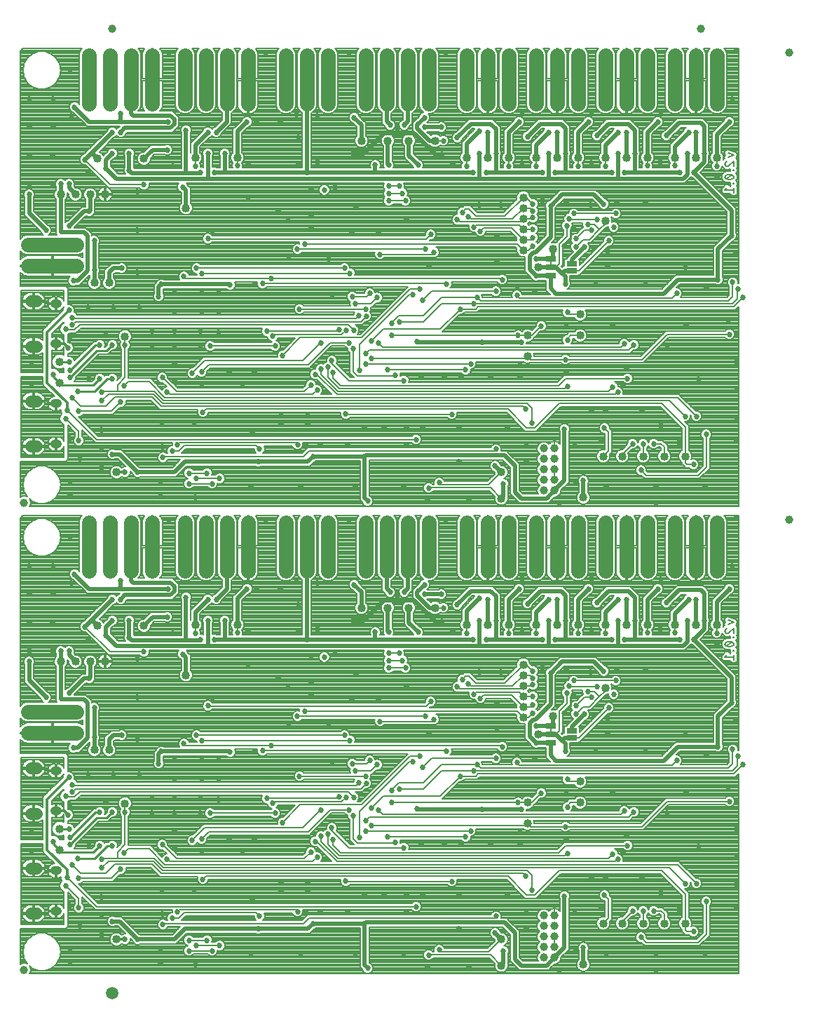
<source format=gbl>
G75*
%MOIN*%
%OFA0B0*%
%FSLAX25Y25*%
%IPPOS*%
%LPD*%
%AMOC8*
5,1,8,0,0,1.08239X$1,22.5*
%
%ADD10C,0.05512*%
%ADD11C,0.03937*%
%ADD12R,0.05000X0.02500*%
%ADD13R,0.01000X0.01600*%
%ADD14C,0.03937*%
%ADD15C,0.07000*%
%ADD16C,0.04000*%
%ADD17C,0.00800*%
%ADD18C,0.05906*%
%ADD19C,0.02700*%
%ADD20C,0.01000*%
%ADD21C,0.02000*%
%ADD22C,0.01200*%
D10*
X0052908Y0058258D02*
X0055664Y0058258D01*
X0055664Y0079754D02*
X0052908Y0079754D01*
X0052908Y0105758D02*
X0055664Y0105758D01*
X0055664Y0127254D02*
X0052908Y0127254D01*
X0052908Y0280258D02*
X0055664Y0280258D01*
X0055664Y0301754D02*
X0052908Y0301754D01*
X0052908Y0327758D02*
X0055664Y0327758D01*
X0055664Y0349254D02*
X0052908Y0349254D01*
D11*
X0064427Y0348067D02*
X0065609Y0348067D01*
X0064427Y0348067D02*
X0064427Y0348067D01*
X0065609Y0348067D01*
X0065609Y0348067D01*
X0065609Y0328933D02*
X0064427Y0328933D01*
X0064427Y0328933D01*
X0065609Y0328933D01*
X0065609Y0328933D01*
X0065609Y0300567D02*
X0064427Y0300567D01*
X0064427Y0300567D01*
X0065609Y0300567D01*
X0065609Y0300567D01*
X0065609Y0281433D02*
X0064427Y0281433D01*
X0064427Y0281433D01*
X0065609Y0281433D01*
X0065609Y0281433D01*
X0065609Y0126067D02*
X0064427Y0126067D01*
X0064427Y0126067D01*
X0065609Y0126067D01*
X0065609Y0126067D01*
X0065609Y0106933D02*
X0064427Y0106933D01*
X0064427Y0106933D01*
X0065609Y0106933D01*
X0065609Y0106933D01*
X0065609Y0078567D02*
X0064427Y0078567D01*
X0064427Y0078567D01*
X0065609Y0078567D01*
X0065609Y0078567D01*
X0065609Y0059433D02*
X0064427Y0059433D01*
X0064427Y0059433D01*
X0065609Y0059433D01*
X0065609Y0059433D01*
D12*
X0300250Y0139400D03*
X0300250Y0143400D03*
X0300250Y0147400D03*
X0310250Y0145000D03*
X0310250Y0141800D03*
X0300250Y0361400D03*
X0300250Y0365400D03*
X0300250Y0369400D03*
X0310250Y0367000D03*
X0310250Y0363800D03*
D13*
X0300250Y0367400D03*
X0300250Y0145400D03*
D14*
X0302000Y0057250D03*
X0302000Y0052250D03*
X0302000Y0047250D03*
X0302000Y0042250D03*
X0302000Y0037250D03*
X0297000Y0037250D03*
X0297000Y0042250D03*
X0297000Y0047250D03*
X0297000Y0052250D03*
X0297000Y0057250D03*
X0413750Y0245500D03*
X0302000Y0259250D03*
X0302000Y0264250D03*
X0302000Y0269250D03*
X0302000Y0274250D03*
X0302000Y0279250D03*
X0297000Y0279250D03*
X0297000Y0274250D03*
X0297000Y0269250D03*
X0297000Y0264250D03*
X0297000Y0259250D03*
X0413750Y0467500D03*
X0371750Y0478750D03*
X0091750Y0478750D03*
X0049750Y0253500D03*
X0049750Y0031500D03*
D15*
X0051750Y0144000D02*
X0074750Y0144000D01*
X0074750Y0154000D02*
X0051750Y0154000D01*
X0080750Y0221000D02*
X0080750Y0244000D01*
X0090750Y0244000D02*
X0090750Y0221000D01*
X0100750Y0221000D02*
X0100750Y0244000D01*
X0110750Y0244000D02*
X0110750Y0221000D01*
X0126250Y0221000D02*
X0126250Y0244000D01*
X0136250Y0244000D02*
X0136250Y0221000D01*
X0146250Y0221000D02*
X0146250Y0244000D01*
X0156250Y0244000D02*
X0156250Y0221000D01*
X0174250Y0221000D02*
X0174250Y0244000D01*
X0184250Y0244000D02*
X0184250Y0221000D01*
X0194250Y0221000D02*
X0194250Y0244000D01*
X0212250Y0244000D02*
X0212250Y0221000D01*
X0222250Y0221000D02*
X0222250Y0244000D01*
X0232250Y0244000D02*
X0232250Y0221000D01*
X0242250Y0221000D02*
X0242250Y0244000D01*
X0260250Y0244000D02*
X0260250Y0221000D01*
X0270250Y0221000D02*
X0270250Y0244000D01*
X0280250Y0244000D02*
X0280250Y0221000D01*
X0293250Y0221000D02*
X0293250Y0244000D01*
X0303250Y0244000D02*
X0303250Y0221000D01*
X0313250Y0221000D02*
X0313250Y0244000D01*
X0326250Y0244000D02*
X0326250Y0221000D01*
X0336250Y0221000D02*
X0336250Y0244000D01*
X0346250Y0244000D02*
X0346250Y0221000D01*
X0359250Y0221000D02*
X0359250Y0244000D01*
X0369250Y0244000D02*
X0369250Y0221000D01*
X0379250Y0221000D02*
X0379250Y0244000D01*
X0379250Y0443000D02*
X0379250Y0466000D01*
X0369250Y0466000D02*
X0369250Y0443000D01*
X0359250Y0443000D02*
X0359250Y0466000D01*
X0346250Y0466000D02*
X0346250Y0443000D01*
X0336250Y0443000D02*
X0336250Y0466000D01*
X0326250Y0466000D02*
X0326250Y0443000D01*
X0313250Y0443000D02*
X0313250Y0466000D01*
X0303250Y0466000D02*
X0303250Y0443000D01*
X0293250Y0443000D02*
X0293250Y0466000D01*
X0280250Y0466000D02*
X0280250Y0443000D01*
X0270250Y0443000D02*
X0270250Y0466000D01*
X0260250Y0466000D02*
X0260250Y0443000D01*
X0242250Y0443000D02*
X0242250Y0466000D01*
X0232250Y0466000D02*
X0232250Y0443000D01*
X0222250Y0443000D02*
X0222250Y0466000D01*
X0212250Y0466000D02*
X0212250Y0443000D01*
X0194250Y0443000D02*
X0194250Y0466000D01*
X0184250Y0466000D02*
X0184250Y0443000D01*
X0174250Y0443000D02*
X0174250Y0466000D01*
X0156250Y0466000D02*
X0156250Y0443000D01*
X0146250Y0443000D02*
X0146250Y0466000D01*
X0136250Y0466000D02*
X0136250Y0443000D01*
X0126250Y0443000D02*
X0126250Y0466000D01*
X0110750Y0466000D02*
X0110750Y0443000D01*
X0100750Y0443000D02*
X0100750Y0466000D01*
X0090750Y0466000D02*
X0090750Y0443000D01*
X0080750Y0443000D02*
X0080750Y0466000D01*
X0074750Y0376000D02*
X0051750Y0376000D01*
X0051750Y0366000D02*
X0074750Y0366000D01*
D16*
X0083250Y0358000D03*
X0090250Y0358000D03*
X0097750Y0332500D03*
X0066750Y0320500D03*
X0066750Y0310500D03*
X0093750Y0268000D03*
X0084750Y0195000D03*
X0081250Y0178000D03*
X0088250Y0178000D03*
X0074250Y0178000D03*
X0067250Y0178000D03*
X0106750Y0195000D03*
X0131250Y0195500D03*
X0151250Y0195500D03*
X0126750Y0171500D03*
X0090250Y0136000D03*
X0083250Y0136000D03*
X0097750Y0110500D03*
X0066750Y0098500D03*
X0066750Y0088500D03*
X0093750Y0046000D03*
X0210250Y0203500D03*
X0222750Y0203500D03*
X0232750Y0203500D03*
X0245250Y0203500D03*
X0260250Y0195500D03*
X0270250Y0195500D03*
X0280250Y0195500D03*
X0293250Y0195500D03*
X0303250Y0195500D03*
X0313250Y0195500D03*
X0326250Y0195500D03*
X0336250Y0195500D03*
X0346250Y0195500D03*
X0359250Y0195500D03*
X0369250Y0195500D03*
X0379250Y0195500D03*
X0326250Y0165500D03*
X0301250Y0152000D03*
X0294250Y0143500D03*
X0287250Y0151500D03*
X0287250Y0156500D03*
X0287250Y0161500D03*
X0287250Y0166500D03*
X0287250Y0171500D03*
X0287250Y0176500D03*
X0314250Y0121000D03*
X0314250Y0111000D03*
X0289250Y0111000D03*
X0289250Y0101000D03*
X0325250Y0053500D03*
X0334250Y0053500D03*
X0344250Y0053500D03*
X0354250Y0053500D03*
X0364250Y0053500D03*
X0315750Y0034000D03*
X0276750Y0033500D03*
X0276750Y0046000D03*
X0276750Y0255500D03*
X0276750Y0268000D03*
X0315750Y0256000D03*
X0325250Y0275500D03*
X0334250Y0275500D03*
X0344250Y0275500D03*
X0354250Y0275500D03*
X0364250Y0275500D03*
X0314250Y0333000D03*
X0314250Y0343000D03*
X0289250Y0333000D03*
X0289250Y0323000D03*
X0294250Y0365500D03*
X0287250Y0373500D03*
X0287250Y0378500D03*
X0287250Y0383500D03*
X0287250Y0388500D03*
X0287250Y0393500D03*
X0287250Y0398500D03*
X0293250Y0417500D03*
X0303250Y0417500D03*
X0313250Y0417500D03*
X0326250Y0417500D03*
X0336250Y0417500D03*
X0346250Y0417500D03*
X0359250Y0417500D03*
X0369250Y0417500D03*
X0379250Y0417500D03*
X0326250Y0387500D03*
X0301250Y0374000D03*
X0280250Y0417500D03*
X0270250Y0417500D03*
X0260250Y0417500D03*
X0245250Y0425500D03*
X0232750Y0425500D03*
X0222750Y0425500D03*
X0210250Y0425500D03*
X0151250Y0417500D03*
X0131250Y0417500D03*
X0126750Y0393500D03*
X0106750Y0417000D03*
X0088250Y0400000D03*
X0081250Y0400000D03*
X0074250Y0400000D03*
X0067250Y0400000D03*
X0084750Y0417000D03*
D17*
X0047950Y0051000D02*
X0047950Y0034181D01*
X0047955Y0034186D01*
X0049120Y0034668D01*
X0050380Y0034668D01*
X0051262Y0034303D01*
X0049758Y0036909D01*
X0049758Y0036909D01*
X0049213Y0040000D01*
X0049213Y0040000D01*
X0049758Y0043091D01*
X0049758Y0043091D01*
X0051327Y0045809D01*
X0051327Y0045809D01*
X0051327Y0045809D01*
X0053731Y0047827D01*
X0053731Y0047827D01*
X0056681Y0048900D01*
X0059819Y0048900D01*
X0062769Y0047827D01*
X0065173Y0045809D01*
X0065173Y0045809D01*
X0066742Y0043091D01*
X0066742Y0043091D01*
X0067287Y0040000D01*
X0067287Y0040000D01*
X0066742Y0036909D01*
X0066742Y0036909D01*
X0065173Y0034191D01*
X0065173Y0034191D01*
X0065173Y0034191D01*
X0062769Y0032173D01*
X0062769Y0032173D01*
X0059819Y0031100D01*
X0056681Y0031100D01*
X0053731Y0032173D01*
X0053731Y0032173D01*
X0052458Y0033242D01*
X0052918Y0032130D01*
X0052918Y0030870D01*
X0052436Y0029705D01*
X0052431Y0029700D01*
X0389750Y0029700D01*
X0389750Y0124737D01*
X0388950Y0123937D01*
X0388013Y0123000D01*
X0316775Y0123000D01*
X0316963Y0122813D01*
X0317450Y0121637D01*
X0317450Y0120363D01*
X0316963Y0119187D01*
X0316063Y0118287D01*
X0314887Y0117800D01*
X0313613Y0117800D01*
X0312437Y0118287D01*
X0311537Y0119187D01*
X0311449Y0119400D01*
X0308587Y0119400D01*
X0308537Y0119450D01*
X0307743Y0119450D01*
X0306806Y0119838D01*
X0306088Y0120556D01*
X0305700Y0121493D01*
X0305700Y0122507D01*
X0305904Y0123000D01*
X0266336Y0123000D01*
X0266173Y0122837D01*
X0265236Y0121900D01*
X0259256Y0121900D01*
X0258694Y0121338D01*
X0257757Y0120950D01*
X0256963Y0120950D01*
X0249350Y0113337D01*
X0248613Y0112600D01*
X0282744Y0112600D01*
X0283306Y0113162D01*
X0284243Y0113550D01*
X0285257Y0113550D01*
X0286194Y0113162D01*
X0286540Y0112816D01*
X0287437Y0113713D01*
X0288613Y0114200D01*
X0289887Y0114200D01*
X0291063Y0113713D01*
X0291381Y0113394D01*
X0293200Y0115213D01*
X0293200Y0116007D01*
X0293588Y0116944D01*
X0294306Y0117662D01*
X0295243Y0118050D01*
X0296257Y0118050D01*
X0297194Y0117662D01*
X0297912Y0116944D01*
X0298300Y0116007D01*
X0298300Y0114993D01*
X0297912Y0114056D01*
X0297194Y0113338D01*
X0296257Y0112950D01*
X0295463Y0112950D01*
X0292850Y0110337D01*
X0292149Y0109636D01*
X0291963Y0109187D01*
X0291063Y0108287D01*
X0289887Y0107800D01*
X0288800Y0107800D01*
X0288800Y0107243D01*
X0288699Y0107000D01*
X0306494Y0107000D01*
X0306088Y0107406D01*
X0305700Y0108343D01*
X0305700Y0109357D01*
X0306088Y0110294D01*
X0306806Y0111012D01*
X0307743Y0111400D01*
X0307887Y0111400D01*
X0309087Y0112600D01*
X0311449Y0112600D01*
X0311537Y0112813D01*
X0312437Y0113713D01*
X0313613Y0114200D01*
X0314887Y0114200D01*
X0316063Y0113713D01*
X0316963Y0112813D01*
X0317450Y0111637D01*
X0317450Y0110363D01*
X0316963Y0109187D01*
X0316063Y0108287D01*
X0314887Y0107800D01*
X0313613Y0107800D01*
X0312437Y0108287D01*
X0311537Y0109187D01*
X0311449Y0109400D01*
X0310782Y0109400D01*
X0310800Y0109357D01*
X0310800Y0108343D01*
X0310412Y0107406D01*
X0310006Y0107000D01*
X0332700Y0107000D01*
X0332700Y0107507D01*
X0333088Y0108444D01*
X0333806Y0109162D01*
X0334743Y0109550D01*
X0335757Y0109550D01*
X0336694Y0109162D01*
X0337412Y0108444D01*
X0337610Y0107966D01*
X0338306Y0108662D01*
X0339243Y0109050D01*
X0340257Y0109050D01*
X0341194Y0108662D01*
X0341912Y0107944D01*
X0342300Y0107007D01*
X0342300Y0105993D01*
X0341912Y0105056D01*
X0341194Y0104338D01*
X0340257Y0103950D01*
X0339463Y0103950D01*
X0337913Y0102400D01*
X0292134Y0102400D01*
X0292450Y0101637D01*
X0292450Y0101100D01*
X0305244Y0101100D01*
X0305806Y0101662D01*
X0306743Y0102050D01*
X0307757Y0102050D01*
X0308694Y0101662D01*
X0309256Y0101100D01*
X0343087Y0101100D01*
X0354150Y0112163D01*
X0355087Y0113100D01*
X0383244Y0113100D01*
X0383806Y0113662D01*
X0384743Y0114050D01*
X0385757Y0114050D01*
X0386694Y0113662D01*
X0387412Y0112944D01*
X0387800Y0112007D01*
X0387800Y0110993D01*
X0387412Y0110056D01*
X0386694Y0109338D01*
X0385757Y0108950D01*
X0384743Y0108950D01*
X0383806Y0109338D01*
X0383244Y0109900D01*
X0356413Y0109900D01*
X0344413Y0097900D01*
X0309256Y0097900D01*
X0308694Y0097338D01*
X0307757Y0096950D01*
X0306743Y0096950D01*
X0305806Y0097338D01*
X0305244Y0097900D01*
X0290128Y0097900D01*
X0289887Y0097800D01*
X0288613Y0097800D01*
X0287437Y0098287D01*
X0287325Y0098400D01*
X0264637Y0098400D01*
X0264800Y0098007D01*
X0264800Y0096993D01*
X0264412Y0096056D01*
X0263694Y0095338D01*
X0262757Y0094950D01*
X0262250Y0094950D01*
X0262250Y0094143D01*
X0261862Y0093206D01*
X0261144Y0092488D01*
X0260207Y0092100D01*
X0259193Y0092100D01*
X0258256Y0092488D01*
X0257644Y0093100D01*
X0228554Y0093100D01*
X0228800Y0092507D01*
X0228800Y0091556D01*
X0228906Y0091662D01*
X0229843Y0092050D01*
X0230857Y0092050D01*
X0231794Y0091662D01*
X0232512Y0090944D01*
X0232900Y0090007D01*
X0232900Y0088993D01*
X0232779Y0088700D01*
X0303187Y0088700D01*
X0306587Y0092100D01*
X0334733Y0092100D01*
X0335295Y0092662D01*
X0336232Y0093050D01*
X0337246Y0093050D01*
X0338183Y0092662D01*
X0338901Y0091944D01*
X0339289Y0091007D01*
X0339289Y0089993D01*
X0338901Y0089056D01*
X0338183Y0088338D01*
X0337246Y0087950D01*
X0336232Y0087950D01*
X0335295Y0088338D01*
X0334733Y0088900D01*
X0330619Y0088900D01*
X0331194Y0088662D01*
X0331912Y0087944D01*
X0332300Y0087007D01*
X0332300Y0086550D01*
X0332757Y0086550D01*
X0333694Y0086162D01*
X0334412Y0085444D01*
X0334800Y0084507D01*
X0334800Y0083493D01*
X0334637Y0083100D01*
X0361228Y0083100D01*
X0362165Y0082163D01*
X0369278Y0075050D01*
X0370072Y0075050D01*
X0371009Y0074662D01*
X0371727Y0073944D01*
X0372115Y0073007D01*
X0372115Y0071993D01*
X0371727Y0071056D01*
X0371009Y0070338D01*
X0370072Y0069950D01*
X0369058Y0069950D01*
X0368120Y0070338D01*
X0367403Y0071056D01*
X0367015Y0071993D01*
X0367015Y0072787D01*
X0366800Y0073002D01*
X0366800Y0071993D01*
X0366412Y0071056D01*
X0365694Y0070338D01*
X0364757Y0069950D01*
X0364063Y0069950D01*
X0365850Y0068163D01*
X0365850Y0056301D01*
X0366063Y0056213D01*
X0366963Y0055313D01*
X0367450Y0054137D01*
X0367450Y0052863D01*
X0367065Y0051933D01*
X0367743Y0052214D01*
X0368757Y0052214D01*
X0369694Y0051826D01*
X0370412Y0051109D01*
X0370800Y0050171D01*
X0370800Y0049157D01*
X0370412Y0048220D01*
X0369694Y0047502D01*
X0368757Y0047114D01*
X0367743Y0047114D01*
X0366806Y0047502D01*
X0366244Y0048064D01*
X0364423Y0048064D01*
X0362650Y0049837D01*
X0362650Y0050699D01*
X0362437Y0050787D01*
X0361537Y0051687D01*
X0361050Y0052863D01*
X0361050Y0054137D01*
X0361537Y0055313D01*
X0362437Y0056213D01*
X0362650Y0056301D01*
X0362650Y0066837D01*
X0352387Y0077100D01*
X0305113Y0077100D01*
X0294350Y0066337D01*
X0293413Y0065400D01*
X0288087Y0065400D01*
X0279187Y0074300D01*
X0255679Y0074300D01*
X0255800Y0074007D01*
X0255800Y0072993D01*
X0255412Y0072056D01*
X0254694Y0071338D01*
X0253757Y0070950D01*
X0252743Y0070950D01*
X0251806Y0071338D01*
X0251244Y0071900D01*
X0204706Y0071900D01*
X0204194Y0071388D01*
X0203257Y0071000D01*
X0202243Y0071000D01*
X0201306Y0071388D01*
X0200588Y0072106D01*
X0200200Y0073043D01*
X0200200Y0074057D01*
X0200301Y0074300D01*
X0137300Y0074300D01*
X0137300Y0073943D01*
X0136912Y0073006D01*
X0136194Y0072288D01*
X0135257Y0071900D01*
X0134243Y0071900D01*
X0133306Y0072288D01*
X0132588Y0073006D01*
X0132200Y0073943D01*
X0132200Y0074957D01*
X0132508Y0075700D01*
X0114347Y0075700D01*
X0113410Y0076637D01*
X0109937Y0080110D01*
X0098199Y0080110D01*
X0098300Y0079867D01*
X0098300Y0078853D01*
X0097912Y0077916D01*
X0097194Y0077198D01*
X0096257Y0076810D01*
X0095503Y0076810D01*
X0092930Y0074237D01*
X0091993Y0073300D01*
X0077656Y0073300D01*
X0077194Y0072838D01*
X0076257Y0072450D01*
X0075563Y0072450D01*
X0084913Y0063100D01*
X0234244Y0063100D01*
X0234806Y0063662D01*
X0235743Y0064050D01*
X0236757Y0064050D01*
X0237694Y0063662D01*
X0238412Y0062944D01*
X0238800Y0062007D01*
X0238800Y0060993D01*
X0238412Y0060056D01*
X0237694Y0059338D01*
X0236757Y0058950D01*
X0235743Y0058950D01*
X0234806Y0059338D01*
X0234244Y0059900D01*
X0182314Y0059900D01*
X0182425Y0059632D01*
X0182425Y0058618D01*
X0182037Y0057681D01*
X0181319Y0056963D01*
X0180382Y0056575D01*
X0179368Y0056575D01*
X0178431Y0056963D01*
X0177713Y0057681D01*
X0177374Y0058500D01*
X0163856Y0058500D01*
X0163912Y0058444D01*
X0164300Y0057507D01*
X0164300Y0056493D01*
X0163912Y0055556D01*
X0163456Y0055100D01*
X0182087Y0055100D01*
X0183650Y0056663D01*
X0184587Y0057600D01*
X0271780Y0057600D01*
X0272088Y0058344D01*
X0272806Y0059062D01*
X0273743Y0059450D01*
X0274757Y0059450D01*
X0275694Y0059062D01*
X0276412Y0058344D01*
X0276800Y0057407D01*
X0276800Y0056393D01*
X0276699Y0056150D01*
X0279211Y0056150D01*
X0280500Y0054861D01*
X0285450Y0049911D01*
X0285450Y0037411D01*
X0287161Y0035700D01*
X0294212Y0035700D01*
X0293831Y0036620D01*
X0293831Y0037880D01*
X0294314Y0039045D01*
X0295019Y0039750D01*
X0294314Y0040455D01*
X0293831Y0041620D01*
X0293831Y0042880D01*
X0294314Y0044045D01*
X0295019Y0044750D01*
X0294314Y0045455D01*
X0293831Y0046620D01*
X0293831Y0047880D01*
X0294314Y0049045D01*
X0295019Y0049750D01*
X0294314Y0050455D01*
X0293831Y0051620D01*
X0293831Y0052880D01*
X0294314Y0054045D01*
X0295019Y0054750D01*
X0294314Y0055455D01*
X0293831Y0056620D01*
X0293831Y0057880D01*
X0294314Y0059045D01*
X0295205Y0059936D01*
X0296370Y0060418D01*
X0297630Y0060418D01*
X0298795Y0059936D01*
X0299364Y0059367D01*
X0299384Y0059397D01*
X0299853Y0059866D01*
X0300404Y0060235D01*
X0301017Y0060489D01*
X0301668Y0060618D01*
X0301900Y0060618D01*
X0301900Y0057350D01*
X0302100Y0057350D01*
X0302100Y0060618D01*
X0302332Y0060618D01*
X0302983Y0060489D01*
X0303596Y0060235D01*
X0304147Y0059866D01*
X0304550Y0059464D01*
X0304550Y0065148D01*
X0304200Y0065993D01*
X0304200Y0067007D01*
X0304588Y0067944D01*
X0305306Y0068662D01*
X0306243Y0069050D01*
X0307257Y0069050D01*
X0308194Y0068662D01*
X0308912Y0067944D01*
X0309300Y0067007D01*
X0309300Y0065993D01*
X0308950Y0065148D01*
X0308950Y0041042D01*
X0305168Y0037261D01*
X0305168Y0036620D01*
X0304686Y0035455D01*
X0303795Y0034564D01*
X0302630Y0034081D01*
X0301989Y0034081D01*
X0300497Y0032589D01*
X0299208Y0031300D01*
X0285339Y0031300D01*
X0284050Y0032589D01*
X0282339Y0034300D01*
X0281050Y0035589D01*
X0281050Y0048089D01*
X0277389Y0051750D01*
X0213950Y0051750D01*
X0213950Y0034720D01*
X0214694Y0034412D01*
X0215412Y0033694D01*
X0215800Y0032757D01*
X0215800Y0031743D01*
X0215412Y0030806D01*
X0214694Y0030088D01*
X0213757Y0029700D01*
X0212743Y0029700D01*
X0211806Y0030088D01*
X0211088Y0030806D01*
X0210738Y0031651D01*
X0209550Y0032839D01*
X0209550Y0051300D01*
X0188602Y0051300D01*
X0187849Y0050988D01*
X0185661Y0048800D01*
X0162602Y0048800D01*
X0161757Y0048450D01*
X0160743Y0048450D01*
X0159898Y0048800D01*
X0127161Y0048800D01*
X0122161Y0043800D01*
X0105102Y0043800D01*
X0104257Y0043450D01*
X0103243Y0043450D01*
X0102306Y0043838D01*
X0101588Y0044556D01*
X0101238Y0045401D01*
X0100300Y0046339D01*
X0100300Y0045493D01*
X0099912Y0044556D01*
X0099194Y0043838D01*
X0098257Y0043450D01*
X0097243Y0043450D01*
X0096306Y0043838D01*
X0096210Y0043934D01*
X0095563Y0043287D01*
X0094387Y0042800D01*
X0093113Y0042800D01*
X0091937Y0043287D01*
X0091037Y0044187D01*
X0090550Y0045363D01*
X0090550Y0046637D01*
X0091037Y0047813D01*
X0091937Y0048713D01*
X0093113Y0049200D01*
X0094387Y0049200D01*
X0095563Y0048713D01*
X0096210Y0048066D01*
X0096306Y0048162D01*
X0097243Y0048550D01*
X0098089Y0048550D01*
X0094339Y0052300D01*
X0093102Y0052300D01*
X0092257Y0051950D01*
X0091243Y0051950D01*
X0090306Y0052338D01*
X0089588Y0053056D01*
X0089200Y0053993D01*
X0089200Y0055007D01*
X0089588Y0055944D01*
X0090306Y0056662D01*
X0091243Y0057050D01*
X0092257Y0057050D01*
X0093102Y0056700D01*
X0096161Y0056700D01*
X0104349Y0048512D01*
X0105102Y0048200D01*
X0120339Y0048200D01*
X0124039Y0051900D01*
X0118054Y0051900D01*
X0117912Y0051556D01*
X0117194Y0050838D01*
X0116257Y0050450D01*
X0115243Y0050450D01*
X0114306Y0050838D01*
X0113588Y0051556D01*
X0113200Y0052493D01*
X0113200Y0053507D01*
X0113588Y0054444D01*
X0114306Y0055162D01*
X0115243Y0055550D01*
X0116257Y0055550D01*
X0117194Y0055162D01*
X0117256Y0055100D01*
X0117863Y0055100D01*
X0117700Y0055493D01*
X0117700Y0056507D01*
X0118088Y0057444D01*
X0118806Y0058162D01*
X0119743Y0058550D01*
X0120238Y0058550D01*
X0120200Y0058643D01*
X0120200Y0059657D01*
X0120301Y0059900D01*
X0083587Y0059900D01*
X0077350Y0066137D01*
X0077350Y0063006D01*
X0077912Y0062444D01*
X0078300Y0061507D01*
X0078300Y0060493D01*
X0077912Y0059556D01*
X0077194Y0058838D01*
X0076257Y0058450D01*
X0075243Y0058450D01*
X0074306Y0058838D01*
X0073588Y0059556D01*
X0073200Y0060493D01*
X0073200Y0061507D01*
X0073588Y0062444D01*
X0074150Y0063006D01*
X0074150Y0064837D01*
X0070750Y0068237D01*
X0070750Y0052172D01*
X0069578Y0051000D01*
X0047950Y0051000D01*
X0047950Y0050858D02*
X0095780Y0050858D01*
X0094982Y0051657D02*
X0070235Y0051657D01*
X0070750Y0052455D02*
X0090188Y0052455D01*
X0089506Y0053254D02*
X0070750Y0053254D01*
X0070750Y0054052D02*
X0089200Y0054052D01*
X0089200Y0054851D02*
X0070750Y0054851D01*
X0070750Y0055649D02*
X0089466Y0055649D01*
X0090092Y0056448D02*
X0070750Y0056448D01*
X0070750Y0057246D02*
X0118006Y0057246D01*
X0117700Y0056448D02*
X0096413Y0056448D01*
X0097212Y0055649D02*
X0117700Y0055649D01*
X0120250Y0056000D02*
X0123250Y0056000D01*
X0125950Y0058700D01*
X0160050Y0058700D01*
X0161750Y0057000D01*
X0164077Y0058045D02*
X0177562Y0058045D01*
X0178147Y0057246D02*
X0164300Y0057246D01*
X0164281Y0056448D02*
X0183435Y0056448D01*
X0182637Y0055649D02*
X0163951Y0055649D01*
X0160044Y0055100D02*
X0124613Y0055100D01*
X0126613Y0057100D01*
X0159200Y0057100D01*
X0159200Y0056493D01*
X0159588Y0055556D01*
X0160044Y0055100D01*
X0159549Y0055649D02*
X0125162Y0055649D01*
X0125961Y0056448D02*
X0159219Y0056448D01*
X0160712Y0048463D02*
X0126824Y0048463D01*
X0126812Y0047664D02*
X0126026Y0047664D01*
X0126088Y0046944D02*
X0125700Y0046007D01*
X0125700Y0044993D01*
X0126088Y0044056D01*
X0126806Y0043338D01*
X0127622Y0043000D01*
X0126806Y0042662D01*
X0126088Y0041944D01*
X0125700Y0041007D01*
X0125700Y0039993D01*
X0126088Y0039056D01*
X0126806Y0038338D01*
X0127743Y0037950D01*
X0128757Y0037950D01*
X0129694Y0038338D01*
X0130256Y0038900D01*
X0137244Y0038900D01*
X0137806Y0038338D01*
X0138743Y0037950D01*
X0139757Y0037950D01*
X0140694Y0038338D01*
X0141412Y0039056D01*
X0141800Y0039993D01*
X0141800Y0040633D01*
X0142243Y0040450D01*
X0143257Y0040450D01*
X0144194Y0040838D01*
X0144912Y0041556D01*
X0145300Y0042493D01*
X0145300Y0043507D01*
X0144912Y0044444D01*
X0144194Y0045162D01*
X0143257Y0045550D01*
X0142243Y0045550D01*
X0141306Y0045162D01*
X0140744Y0044600D01*
X0139137Y0044600D01*
X0139300Y0044993D01*
X0139300Y0046007D01*
X0138912Y0046944D01*
X0138194Y0047662D01*
X0137257Y0048050D01*
X0136243Y0048050D01*
X0135306Y0047662D01*
X0134744Y0047100D01*
X0130256Y0047100D01*
X0129694Y0047662D01*
X0128757Y0048050D01*
X0127743Y0048050D01*
X0126806Y0047662D01*
X0126088Y0046944D01*
X0126056Y0046866D02*
X0125227Y0046866D01*
X0125725Y0046067D02*
X0124429Y0046067D01*
X0123630Y0045269D02*
X0125700Y0045269D01*
X0125916Y0044470D02*
X0122831Y0044470D01*
X0126472Y0043672D02*
X0104792Y0043672D01*
X0102707Y0043672D02*
X0098792Y0043672D01*
X0099826Y0044470D02*
X0101674Y0044470D01*
X0101293Y0045269D02*
X0100207Y0045269D01*
X0100300Y0046067D02*
X0100571Y0046067D01*
X0097032Y0048463D02*
X0095813Y0048463D01*
X0097377Y0049261D02*
X0047950Y0049261D01*
X0047950Y0048463D02*
X0055479Y0048463D01*
X0053538Y0047664D02*
X0047950Y0047664D01*
X0047950Y0046866D02*
X0052586Y0046866D01*
X0051635Y0046067D02*
X0047950Y0046067D01*
X0047950Y0045269D02*
X0051015Y0045269D01*
X0050554Y0044470D02*
X0047950Y0044470D01*
X0047950Y0043672D02*
X0050093Y0043672D01*
X0049719Y0042873D02*
X0047950Y0042873D01*
X0047950Y0042075D02*
X0049579Y0042075D01*
X0049438Y0041276D02*
X0047950Y0041276D01*
X0047950Y0040478D02*
X0049297Y0040478D01*
X0049269Y0039679D02*
X0047950Y0039679D01*
X0047950Y0038881D02*
X0049410Y0038881D01*
X0049551Y0038082D02*
X0047950Y0038082D01*
X0047950Y0037284D02*
X0049692Y0037284D01*
X0050002Y0036485D02*
X0047950Y0036485D01*
X0047950Y0035687D02*
X0050463Y0035687D01*
X0050925Y0034888D02*
X0047950Y0034888D01*
X0052768Y0032493D02*
X0053351Y0032493D01*
X0052918Y0031694D02*
X0055049Y0031694D01*
X0052918Y0030896D02*
X0211051Y0030896D01*
X0210695Y0031694D02*
X0061451Y0031694D01*
X0063149Y0032493D02*
X0209896Y0032493D01*
X0209550Y0033291D02*
X0064101Y0033291D01*
X0065052Y0034090D02*
X0209550Y0034090D01*
X0209550Y0034888D02*
X0065575Y0034888D01*
X0066036Y0035687D02*
X0209550Y0035687D01*
X0209550Y0036485D02*
X0066498Y0036485D01*
X0066808Y0037284D02*
X0209550Y0037284D01*
X0209550Y0038082D02*
X0140076Y0038082D01*
X0141237Y0038881D02*
X0209550Y0038881D01*
X0209550Y0039679D02*
X0141670Y0039679D01*
X0141800Y0040478D02*
X0142176Y0040478D01*
X0143324Y0040478D02*
X0209550Y0040478D01*
X0209550Y0041276D02*
X0144632Y0041276D01*
X0145127Y0042075D02*
X0209550Y0042075D01*
X0209550Y0042873D02*
X0145300Y0042873D01*
X0145232Y0043672D02*
X0209550Y0043672D01*
X0209550Y0044470D02*
X0144886Y0044470D01*
X0143936Y0045269D02*
X0209550Y0045269D01*
X0209550Y0046067D02*
X0139275Y0046067D01*
X0139300Y0045269D02*
X0141564Y0045269D01*
X0142750Y0043000D02*
X0131750Y0043000D01*
X0128250Y0045500D02*
X0136750Y0045500D01*
X0138944Y0046866D02*
X0209550Y0046866D01*
X0209550Y0047664D02*
X0138188Y0047664D01*
X0135312Y0047664D02*
X0129688Y0047664D01*
X0127316Y0042873D02*
X0094563Y0042873D01*
X0095947Y0043672D02*
X0096707Y0043672D01*
X0092937Y0042873D02*
X0066781Y0042873D01*
X0066921Y0042075D02*
X0126218Y0042075D01*
X0125811Y0041276D02*
X0067062Y0041276D01*
X0067203Y0040478D02*
X0125700Y0040478D01*
X0125830Y0039679D02*
X0067231Y0039679D01*
X0067090Y0038881D02*
X0126263Y0038881D01*
X0127424Y0038082D02*
X0066949Y0038082D01*
X0066407Y0043672D02*
X0091553Y0043672D01*
X0090920Y0044470D02*
X0065946Y0044470D01*
X0065485Y0045269D02*
X0090589Y0045269D01*
X0090550Y0046067D02*
X0064865Y0046067D01*
X0063914Y0046866D02*
X0090645Y0046866D01*
X0090976Y0047664D02*
X0062962Y0047664D01*
X0061021Y0048463D02*
X0091687Y0048463D01*
X0096579Y0050060D02*
X0047950Y0050060D01*
X0048350Y0053000D02*
X0048350Y0091500D01*
X0058550Y0091500D01*
X0058550Y0087589D01*
X0059839Y0086300D01*
X0064203Y0081935D01*
X0064095Y0081935D01*
X0063445Y0081806D01*
X0062832Y0081552D01*
X0062280Y0081183D01*
X0061811Y0080714D01*
X0061442Y0080163D01*
X0061188Y0079549D01*
X0061072Y0078967D01*
X0064618Y0078967D01*
X0064618Y0078167D01*
X0065418Y0078167D01*
X0065418Y0075198D01*
X0065940Y0075198D01*
X0066591Y0075328D01*
X0067204Y0075582D01*
X0067300Y0075646D01*
X0067300Y0074913D01*
X0067749Y0073829D01*
X0067828Y0073750D01*
X0067249Y0073171D01*
X0066800Y0072087D01*
X0066800Y0070913D01*
X0067249Y0069829D01*
X0068079Y0068999D01*
X0068750Y0068721D01*
X0068750Y0060651D01*
X0068593Y0061029D01*
X0068225Y0061580D01*
X0067756Y0062050D01*
X0067204Y0062418D01*
X0066591Y0062672D01*
X0065940Y0062802D01*
X0065418Y0062802D01*
X0065418Y0059833D01*
X0064618Y0059833D01*
X0064618Y0062802D01*
X0064095Y0062802D01*
X0063445Y0062672D01*
X0062832Y0062418D01*
X0062280Y0062050D01*
X0061811Y0061580D01*
X0061442Y0061029D01*
X0061188Y0060416D01*
X0061072Y0059833D01*
X0064618Y0059833D01*
X0064618Y0059033D01*
X0065418Y0059033D01*
X0065418Y0056065D01*
X0065940Y0056065D01*
X0066591Y0056194D01*
X0067204Y0056448D01*
X0067756Y0056817D01*
X0068225Y0057286D01*
X0068593Y0057837D01*
X0068750Y0058216D01*
X0068750Y0053000D01*
X0048350Y0053000D01*
X0048350Y0053254D02*
X0068750Y0053254D01*
X0068750Y0054052D02*
X0048350Y0054052D01*
X0048350Y0054851D02*
X0050526Y0054851D01*
X0050730Y0054703D02*
X0051312Y0054406D01*
X0051935Y0054204D01*
X0052581Y0054102D01*
X0053886Y0054102D01*
X0053886Y0057858D01*
X0048763Y0057858D01*
X0048854Y0057284D01*
X0049056Y0056662D01*
X0049353Y0056079D01*
X0049738Y0055550D01*
X0050200Y0055088D01*
X0050730Y0054703D01*
X0049666Y0055649D02*
X0048350Y0055649D01*
X0048350Y0056448D02*
X0049166Y0056448D01*
X0048867Y0057246D02*
X0048350Y0057246D01*
X0048350Y0058045D02*
X0053886Y0058045D01*
X0053886Y0057858D02*
X0053886Y0058658D01*
X0053886Y0062413D01*
X0052581Y0062413D01*
X0051935Y0062311D01*
X0051312Y0062109D01*
X0050730Y0061812D01*
X0050200Y0061427D01*
X0049738Y0060965D01*
X0049353Y0060436D01*
X0049056Y0059853D01*
X0048854Y0059231D01*
X0048763Y0058658D01*
X0053886Y0058658D01*
X0054686Y0058658D01*
X0054686Y0062413D01*
X0055991Y0062413D01*
X0056637Y0062311D01*
X0057259Y0062109D01*
X0057842Y0061812D01*
X0058371Y0061427D01*
X0058834Y0060965D01*
X0059218Y0060436D01*
X0059515Y0059853D01*
X0059717Y0059231D01*
X0059808Y0058658D01*
X0054686Y0058658D01*
X0054686Y0057858D01*
X0059808Y0057858D01*
X0059717Y0057284D01*
X0059515Y0056662D01*
X0059218Y0056079D01*
X0058834Y0055550D01*
X0058371Y0055088D01*
X0057842Y0054703D01*
X0057259Y0054406D01*
X0056637Y0054204D01*
X0055991Y0054102D01*
X0054686Y0054102D01*
X0054686Y0057858D01*
X0053886Y0057858D01*
X0053886Y0057246D02*
X0054686Y0057246D01*
X0054686Y0056448D02*
X0053886Y0056448D01*
X0053886Y0055649D02*
X0054686Y0055649D01*
X0054686Y0054851D02*
X0053886Y0054851D01*
X0054686Y0058045D02*
X0061356Y0058045D01*
X0061442Y0057837D02*
X0061811Y0057286D01*
X0062280Y0056817D01*
X0062832Y0056448D01*
X0059406Y0056448D01*
X0059705Y0057246D02*
X0061850Y0057246D01*
X0061442Y0057837D02*
X0061188Y0058451D01*
X0061072Y0059033D01*
X0064618Y0059033D01*
X0064618Y0056065D01*
X0064095Y0056065D01*
X0063445Y0056194D01*
X0062832Y0056448D01*
X0064618Y0056448D02*
X0065418Y0056448D01*
X0065418Y0057246D02*
X0064618Y0057246D01*
X0064618Y0058045D02*
X0065418Y0058045D01*
X0065418Y0058843D02*
X0064618Y0058843D01*
X0064618Y0059642D02*
X0059584Y0059642D01*
X0059779Y0058843D02*
X0061110Y0058843D01*
X0061198Y0060440D02*
X0059215Y0060440D01*
X0058560Y0061239D02*
X0061583Y0061239D01*
X0062268Y0062037D02*
X0057399Y0062037D01*
X0054686Y0062037D02*
X0053886Y0062037D01*
X0053886Y0061239D02*
X0054686Y0061239D01*
X0054686Y0060440D02*
X0053886Y0060440D01*
X0053886Y0059642D02*
X0054686Y0059642D01*
X0054686Y0058843D02*
X0053886Y0058843D01*
X0051172Y0062037D02*
X0048350Y0062037D01*
X0048350Y0061239D02*
X0050012Y0061239D01*
X0049357Y0060440D02*
X0048350Y0060440D01*
X0048350Y0059642D02*
X0048988Y0059642D01*
X0048793Y0058843D02*
X0048350Y0058843D01*
X0048350Y0062836D02*
X0068750Y0062836D01*
X0068750Y0063634D02*
X0048350Y0063634D01*
X0048350Y0064433D02*
X0068750Y0064433D01*
X0068750Y0065232D02*
X0048350Y0065232D01*
X0048350Y0066030D02*
X0068750Y0066030D01*
X0068750Y0066829D02*
X0048350Y0066829D01*
X0048350Y0067627D02*
X0068750Y0067627D01*
X0068750Y0068426D02*
X0048350Y0068426D01*
X0048350Y0069224D02*
X0067854Y0069224D01*
X0067169Y0070023D02*
X0048350Y0070023D01*
X0048350Y0070821D02*
X0066838Y0070821D01*
X0066800Y0071620D02*
X0048350Y0071620D01*
X0048350Y0072418D02*
X0066937Y0072418D01*
X0067295Y0073217D02*
X0048350Y0073217D01*
X0048350Y0074015D02*
X0067672Y0074015D01*
X0067341Y0074814D02*
X0048350Y0074814D01*
X0048350Y0075612D02*
X0052489Y0075612D01*
X0052581Y0075598D02*
X0053886Y0075598D01*
X0053886Y0079354D01*
X0048763Y0079354D01*
X0048854Y0078780D01*
X0049056Y0078158D01*
X0049353Y0077575D01*
X0049738Y0077046D01*
X0050200Y0076584D01*
X0050730Y0076199D01*
X0051312Y0075902D01*
X0051935Y0075700D01*
X0052581Y0075598D01*
X0053886Y0075612D02*
X0054686Y0075612D01*
X0054686Y0075598D02*
X0055991Y0075598D01*
X0056637Y0075700D01*
X0057259Y0075902D01*
X0057842Y0076199D01*
X0058371Y0076584D01*
X0058834Y0077046D01*
X0059218Y0077575D01*
X0059515Y0078158D01*
X0059717Y0078780D01*
X0059808Y0079354D01*
X0054686Y0079354D01*
X0054686Y0080154D01*
X0053886Y0080154D01*
X0053886Y0083909D01*
X0052581Y0083910D01*
X0051935Y0083807D01*
X0051312Y0083605D01*
X0050730Y0083308D01*
X0050200Y0082924D01*
X0049738Y0082461D01*
X0049353Y0081932D01*
X0049056Y0081349D01*
X0048854Y0080727D01*
X0048763Y0080154D01*
X0053886Y0080154D01*
X0053886Y0079354D01*
X0054686Y0079354D01*
X0054686Y0075598D01*
X0054686Y0076411D02*
X0053886Y0076411D01*
X0053886Y0077209D02*
X0054686Y0077209D01*
X0054686Y0078008D02*
X0053886Y0078008D01*
X0053886Y0078806D02*
X0054686Y0078806D01*
X0054686Y0079605D02*
X0061211Y0079605D01*
X0061603Y0080403D02*
X0059769Y0080403D01*
X0059808Y0080154D02*
X0059717Y0080727D01*
X0059515Y0081349D01*
X0059218Y0081932D01*
X0058834Y0082461D01*
X0058371Y0082924D01*
X0057842Y0083308D01*
X0057259Y0083605D01*
X0056637Y0083807D01*
X0055991Y0083910D01*
X0054686Y0083910D01*
X0054686Y0080154D01*
X0059808Y0080154D01*
X0059563Y0081202D02*
X0062307Y0081202D01*
X0063340Y0082799D02*
X0058496Y0082799D01*
X0059168Y0082000D02*
X0064138Y0082000D01*
X0062541Y0083597D02*
X0057274Y0083597D01*
X0054686Y0083597D02*
X0053886Y0083597D01*
X0053886Y0082799D02*
X0054686Y0082799D01*
X0054686Y0082000D02*
X0053886Y0082000D01*
X0053886Y0081202D02*
X0054686Y0081202D01*
X0054686Y0080403D02*
X0053886Y0080403D01*
X0053886Y0079605D02*
X0048350Y0079605D01*
X0048350Y0080403D02*
X0048803Y0080403D01*
X0049009Y0081202D02*
X0048350Y0081202D01*
X0048350Y0082000D02*
X0049403Y0082000D01*
X0050076Y0082799D02*
X0048350Y0082799D01*
X0048350Y0083597D02*
X0051297Y0083597D01*
X0048350Y0084396D02*
X0061743Y0084396D01*
X0060944Y0085194D02*
X0048350Y0085194D01*
X0048350Y0085993D02*
X0060146Y0085993D01*
X0059347Y0086791D02*
X0048350Y0086791D01*
X0048350Y0087590D02*
X0058550Y0087590D01*
X0058550Y0088388D02*
X0048350Y0088388D01*
X0048350Y0089187D02*
X0058550Y0089187D01*
X0058550Y0089985D02*
X0048350Y0089985D01*
X0048350Y0090784D02*
X0058550Y0090784D01*
X0058550Y0093500D02*
X0048350Y0093500D01*
X0048350Y0132500D01*
X0068750Y0132500D01*
X0068750Y0127284D01*
X0068593Y0127663D01*
X0068225Y0128214D01*
X0067756Y0128683D01*
X0067204Y0129052D01*
X0066591Y0129306D01*
X0065940Y0129435D01*
X0065418Y0129435D01*
X0065418Y0126467D01*
X0064618Y0126467D01*
X0064618Y0129435D01*
X0064095Y0129435D01*
X0063445Y0129306D01*
X0062832Y0129052D01*
X0062280Y0128683D01*
X0061811Y0128214D01*
X0061442Y0127663D01*
X0061188Y0127049D01*
X0061072Y0126467D01*
X0064618Y0126467D01*
X0064618Y0125667D01*
X0065418Y0125667D01*
X0065418Y0122698D01*
X0065940Y0122698D01*
X0066591Y0122828D01*
X0067204Y0123082D01*
X0067756Y0123450D01*
X0068225Y0123920D01*
X0068593Y0124471D01*
X0068750Y0124849D01*
X0068750Y0124672D01*
X0068749Y0124671D01*
X0068300Y0123587D01*
X0068300Y0123161D01*
X0059839Y0114700D01*
X0059839Y0114700D01*
X0058550Y0113411D01*
X0058550Y0108749D01*
X0058371Y0108927D01*
X0057842Y0109312D01*
X0057259Y0109609D01*
X0056637Y0109811D01*
X0055991Y0109913D01*
X0054686Y0109913D01*
X0054686Y0106158D01*
X0053886Y0106158D01*
X0053886Y0109913D01*
X0052581Y0109913D01*
X0051935Y0109811D01*
X0051312Y0109609D01*
X0050730Y0109312D01*
X0050200Y0108927D01*
X0049738Y0108465D01*
X0049353Y0107936D01*
X0049056Y0107353D01*
X0048854Y0106731D01*
X0048763Y0106158D01*
X0053886Y0106158D01*
X0053886Y0105358D01*
X0048763Y0105358D01*
X0048854Y0104784D01*
X0049056Y0104162D01*
X0049353Y0103579D01*
X0049738Y0103050D01*
X0050200Y0102588D01*
X0050730Y0102203D01*
X0051312Y0101906D01*
X0051935Y0101704D01*
X0052581Y0101602D01*
X0053886Y0101602D01*
X0053886Y0105358D01*
X0054686Y0105358D01*
X0054686Y0101602D01*
X0055991Y0101602D01*
X0056637Y0101704D01*
X0057259Y0101906D01*
X0057842Y0102203D01*
X0058371Y0102588D01*
X0058550Y0102767D01*
X0058550Y0093500D01*
X0058550Y0093978D02*
X0048350Y0093978D01*
X0048350Y0094776D02*
X0058550Y0094776D01*
X0058550Y0095575D02*
X0048350Y0095575D01*
X0048350Y0096373D02*
X0058550Y0096373D01*
X0058550Y0097172D02*
X0048350Y0097172D01*
X0048350Y0097970D02*
X0058550Y0097970D01*
X0058550Y0098769D02*
X0048350Y0098769D01*
X0048350Y0099568D02*
X0058550Y0099568D01*
X0058550Y0100366D02*
X0048350Y0100366D01*
X0048350Y0101165D02*
X0058550Y0101165D01*
X0058550Y0101963D02*
X0057371Y0101963D01*
X0058545Y0102762D02*
X0058550Y0102762D01*
X0054686Y0102762D02*
X0053886Y0102762D01*
X0053886Y0103560D02*
X0054686Y0103560D01*
X0054686Y0104359D02*
X0053886Y0104359D01*
X0053886Y0105157D02*
X0054686Y0105157D01*
X0053886Y0105956D02*
X0048350Y0105956D01*
X0048350Y0106754D02*
X0048862Y0106754D01*
X0049158Y0107553D02*
X0048350Y0107553D01*
X0048350Y0108351D02*
X0049655Y0108351D01*
X0050506Y0109150D02*
X0048350Y0109150D01*
X0048350Y0109948D02*
X0058550Y0109948D01*
X0058550Y0109150D02*
X0058065Y0109150D01*
X0058550Y0110747D02*
X0048350Y0110747D01*
X0048350Y0111545D02*
X0058550Y0111545D01*
X0058550Y0112344D02*
X0048350Y0112344D01*
X0048350Y0113142D02*
X0058550Y0113142D01*
X0059079Y0113941D02*
X0048350Y0113941D01*
X0048350Y0114739D02*
X0059878Y0114739D01*
X0060676Y0115538D02*
X0048350Y0115538D01*
X0048350Y0116336D02*
X0061475Y0116336D01*
X0062273Y0117135D02*
X0048350Y0117135D01*
X0048350Y0117933D02*
X0063072Y0117933D01*
X0063871Y0118732D02*
X0048350Y0118732D01*
X0048350Y0119530D02*
X0064669Y0119530D01*
X0065468Y0120329D02*
X0048350Y0120329D01*
X0048350Y0121127D02*
X0066266Y0121127D01*
X0067065Y0121926D02*
X0048350Y0121926D01*
X0048350Y0122724D02*
X0063965Y0122724D01*
X0064095Y0122698D02*
X0064618Y0122698D01*
X0064618Y0125667D01*
X0061072Y0125667D01*
X0061188Y0125084D01*
X0061442Y0124471D01*
X0061811Y0123920D01*
X0062280Y0123450D01*
X0062832Y0123082D01*
X0063445Y0122828D01*
X0064095Y0122698D01*
X0064618Y0122724D02*
X0065418Y0122724D01*
X0066070Y0122724D02*
X0067863Y0122724D01*
X0067828Y0123523D02*
X0068300Y0123523D01*
X0068493Y0124321D02*
X0068604Y0124321D01*
X0070750Y0125550D02*
X0070750Y0133328D01*
X0069578Y0134500D01*
X0047950Y0134500D01*
X0047950Y0140894D01*
X0048012Y0140808D01*
X0048558Y0140262D01*
X0049182Y0139809D01*
X0049869Y0139459D01*
X0050603Y0139221D01*
X0051364Y0139100D01*
X0062850Y0139100D01*
X0062850Y0143600D01*
X0047950Y0143600D01*
X0047950Y0144400D01*
X0062850Y0144400D01*
X0062850Y0148900D01*
X0051364Y0148900D01*
X0050603Y0148779D01*
X0049869Y0148541D01*
X0049182Y0148191D01*
X0048558Y0147738D01*
X0048012Y0147192D01*
X0047950Y0147106D01*
X0047950Y0151153D01*
X0049088Y0150016D01*
X0050815Y0149300D01*
X0075685Y0149300D01*
X0077412Y0150016D01*
X0077650Y0150253D01*
X0077650Y0147950D01*
X0077318Y0148191D01*
X0076631Y0148541D01*
X0075897Y0148779D01*
X0075136Y0148900D01*
X0063650Y0148900D01*
X0063650Y0144400D01*
X0062850Y0144400D01*
X0062850Y0143600D01*
X0063650Y0143600D01*
X0063650Y0139100D01*
X0071744Y0139100D01*
X0071088Y0138444D01*
X0070700Y0137507D01*
X0070700Y0136493D01*
X0071088Y0135556D01*
X0071806Y0134838D01*
X0072743Y0134450D01*
X0073757Y0134450D01*
X0074602Y0134800D01*
X0076161Y0134800D01*
X0081050Y0139689D01*
X0081050Y0138325D01*
X0080537Y0137813D01*
X0080050Y0136637D01*
X0080050Y0135363D01*
X0080537Y0134187D01*
X0081437Y0133287D01*
X0082613Y0132800D01*
X0083887Y0132800D01*
X0085063Y0133287D01*
X0085963Y0134187D01*
X0086450Y0135363D01*
X0086450Y0136637D01*
X0085963Y0137813D01*
X0085450Y0138325D01*
X0085450Y0140648D01*
X0085800Y0141493D01*
X0085800Y0142507D01*
X0085450Y0143352D01*
X0085450Y0154648D01*
X0085800Y0155493D01*
X0085800Y0156507D01*
X0085412Y0157444D01*
X0084694Y0158162D01*
X0083757Y0158550D01*
X0082743Y0158550D01*
X0082050Y0158263D01*
X0082050Y0159311D01*
X0079161Y0162200D01*
X0073679Y0162200D01*
X0073762Y0162401D01*
X0079161Y0167800D01*
X0079398Y0167800D01*
X0080243Y0167450D01*
X0081257Y0167450D01*
X0082194Y0167838D01*
X0082912Y0168556D01*
X0083262Y0169401D01*
X0083450Y0169589D01*
X0083450Y0175675D01*
X0083963Y0176187D01*
X0084450Y0177363D01*
X0084450Y0178637D01*
X0083963Y0179813D01*
X0083063Y0180713D01*
X0081887Y0181200D01*
X0080613Y0181200D01*
X0079437Y0180713D01*
X0078537Y0179813D01*
X0078050Y0178637D01*
X0078050Y0177363D01*
X0078537Y0176187D01*
X0079050Y0175675D01*
X0079050Y0172200D01*
X0077339Y0172200D01*
X0070651Y0165512D01*
X0069806Y0165162D01*
X0069450Y0164806D01*
X0069450Y0175675D01*
X0069963Y0176187D01*
X0070450Y0177363D01*
X0070450Y0178637D01*
X0070413Y0178726D01*
X0071050Y0178089D01*
X0071050Y0177363D01*
X0071537Y0176187D01*
X0072437Y0175287D01*
X0073613Y0174800D01*
X0074887Y0174800D01*
X0076063Y0175287D01*
X0076963Y0176187D01*
X0077450Y0177363D01*
X0077450Y0178637D01*
X0076963Y0179813D01*
X0076063Y0180713D01*
X0074887Y0181200D01*
X0074161Y0181200D01*
X0073527Y0181834D01*
X0073800Y0182493D01*
X0073800Y0183507D01*
X0073412Y0184444D01*
X0072694Y0185162D01*
X0071757Y0185550D01*
X0070743Y0185550D01*
X0069806Y0185162D01*
X0069250Y0184606D01*
X0068694Y0185162D01*
X0067757Y0185550D01*
X0066743Y0185550D01*
X0065806Y0185162D01*
X0065088Y0184444D01*
X0064700Y0183507D01*
X0064700Y0182493D01*
X0065050Y0181648D01*
X0065050Y0180325D01*
X0064537Y0179813D01*
X0064050Y0178637D01*
X0064050Y0177363D01*
X0064537Y0176187D01*
X0065050Y0175675D01*
X0065050Y0159089D01*
X0065439Y0158700D01*
X0061361Y0158700D01*
X0061694Y0158838D01*
X0062412Y0159556D01*
X0062800Y0160493D01*
X0062800Y0161507D01*
X0062412Y0162444D01*
X0061694Y0163162D01*
X0060849Y0163512D01*
X0054450Y0169911D01*
X0054450Y0176648D01*
X0054800Y0177493D01*
X0054800Y0178507D01*
X0054412Y0179444D01*
X0053694Y0180162D01*
X0052757Y0180550D01*
X0051743Y0180550D01*
X0050806Y0180162D01*
X0050088Y0179444D01*
X0049700Y0178507D01*
X0049700Y0177493D01*
X0050050Y0176648D01*
X0050050Y0168089D01*
X0051339Y0166800D01*
X0057738Y0160401D01*
X0058088Y0159556D01*
X0058806Y0158838D01*
X0059139Y0158700D01*
X0050815Y0158700D01*
X0049088Y0157984D01*
X0047950Y0156847D01*
X0047950Y0245500D01*
X0048011Y0245966D01*
X0048477Y0246773D01*
X0049284Y0247239D01*
X0049750Y0247300D01*
X0077403Y0247300D01*
X0076766Y0246662D01*
X0076050Y0244935D01*
X0076050Y0220611D01*
X0075912Y0220944D01*
X0075194Y0221662D01*
X0074257Y0222050D01*
X0073243Y0222050D01*
X0072306Y0221662D01*
X0071588Y0220944D01*
X0071200Y0220007D01*
X0071200Y0218993D01*
X0071588Y0218056D01*
X0072306Y0217338D01*
X0073151Y0216988D01*
X0078550Y0211589D01*
X0079839Y0210300D01*
X0095439Y0210300D01*
X0095151Y0210012D01*
X0094306Y0209662D01*
X0093750Y0209106D01*
X0093194Y0209662D01*
X0092257Y0210050D01*
X0091243Y0210050D01*
X0090306Y0209662D01*
X0089588Y0208944D01*
X0089238Y0208099D01*
X0081089Y0199950D01*
X0079800Y0198661D01*
X0078151Y0197012D01*
X0077306Y0196662D01*
X0076588Y0195944D01*
X0076200Y0195007D01*
X0076200Y0193993D01*
X0076588Y0193056D01*
X0077306Y0192338D01*
X0078243Y0191950D01*
X0079037Y0191950D01*
X0090037Y0180950D01*
X0104744Y0180950D01*
X0105306Y0180388D01*
X0106243Y0180000D01*
X0107257Y0180000D01*
X0108194Y0180388D01*
X0108912Y0181106D01*
X0109300Y0182043D01*
X0109300Y0183057D01*
X0109199Y0183300D01*
X0123444Y0183300D01*
X0123088Y0182944D01*
X0122700Y0182007D01*
X0122700Y0180993D01*
X0123088Y0180056D01*
X0123806Y0179338D01*
X0124550Y0179030D01*
X0124550Y0173825D01*
X0124037Y0173313D01*
X0123550Y0172137D01*
X0123550Y0170863D01*
X0124037Y0169687D01*
X0124937Y0168787D01*
X0126113Y0168300D01*
X0127387Y0168300D01*
X0128563Y0168787D01*
X0129463Y0169687D01*
X0129950Y0170863D01*
X0129950Y0172137D01*
X0129463Y0173313D01*
X0128950Y0173825D01*
X0128950Y0180911D01*
X0127762Y0182099D01*
X0127412Y0182944D01*
X0127056Y0183300D01*
X0221028Y0183300D01*
X0220700Y0182507D01*
X0220700Y0181493D01*
X0221088Y0180556D01*
X0221394Y0180250D01*
X0221088Y0179944D01*
X0220700Y0179007D01*
X0220700Y0177993D01*
X0221088Y0177056D01*
X0221394Y0176750D01*
X0221088Y0176444D01*
X0220700Y0175507D01*
X0220700Y0174493D01*
X0221088Y0173556D01*
X0221806Y0172838D01*
X0222743Y0172450D01*
X0223757Y0172450D01*
X0224694Y0172838D01*
X0225256Y0173400D01*
X0229244Y0173400D01*
X0229806Y0172838D01*
X0230743Y0172450D01*
X0231757Y0172450D01*
X0232694Y0172838D01*
X0233412Y0173556D01*
X0233800Y0174493D01*
X0233800Y0175507D01*
X0233412Y0176444D01*
X0232694Y0177162D01*
X0232064Y0177423D01*
X0232300Y0177993D01*
X0232300Y0179007D01*
X0231912Y0179944D01*
X0231194Y0180662D01*
X0230564Y0180923D01*
X0230800Y0181493D01*
X0230800Y0182507D01*
X0230472Y0183300D01*
X0364161Y0183300D01*
X0366161Y0185300D01*
X0367084Y0186223D01*
X0367650Y0185988D01*
X0384050Y0169589D01*
X0384050Y0159852D01*
X0383738Y0159099D01*
X0377550Y0152911D01*
X0377550Y0139700D01*
X0359839Y0139700D01*
X0353139Y0133000D01*
X0308119Y0133000D01*
X0308694Y0133238D01*
X0309412Y0133956D01*
X0309800Y0134893D01*
X0309800Y0135907D01*
X0309450Y0136752D01*
X0309450Y0139350D01*
X0313247Y0139350D01*
X0313950Y0140053D01*
X0313950Y0140200D01*
X0314399Y0140200D01*
X0315337Y0141137D01*
X0327649Y0153450D01*
X0328444Y0153450D01*
X0329381Y0153838D01*
X0330098Y0154556D01*
X0330487Y0155493D01*
X0330487Y0156507D01*
X0330098Y0157444D01*
X0329381Y0158162D01*
X0328444Y0158550D01*
X0327429Y0158550D01*
X0326492Y0158162D01*
X0325775Y0157444D01*
X0325387Y0156507D01*
X0325387Y0155713D01*
X0313950Y0144276D01*
X0313950Y0146747D01*
X0313579Y0147118D01*
X0316849Y0150388D01*
X0317694Y0150738D01*
X0318412Y0151456D01*
X0318800Y0152393D01*
X0318800Y0153407D01*
X0318412Y0154344D01*
X0317856Y0154900D01*
X0319336Y0154900D01*
X0324124Y0159688D01*
X0325062Y0160626D01*
X0326736Y0162300D01*
X0326887Y0162300D01*
X0327737Y0162652D01*
X0327737Y0161905D01*
X0328125Y0160968D01*
X0328842Y0160250D01*
X0329779Y0159862D01*
X0330794Y0159862D01*
X0331731Y0160250D01*
X0332448Y0160968D01*
X0332837Y0161905D01*
X0332837Y0162919D01*
X0332448Y0163857D01*
X0331731Y0164574D01*
X0330794Y0164962D01*
X0329779Y0164962D01*
X0329431Y0164818D01*
X0329450Y0164863D01*
X0329450Y0166137D01*
X0328968Y0167300D01*
X0329244Y0167300D01*
X0329806Y0166738D01*
X0330743Y0166350D01*
X0331757Y0166350D01*
X0332694Y0166738D01*
X0333412Y0167456D01*
X0333800Y0168393D01*
X0333800Y0169407D01*
X0333412Y0170344D01*
X0332694Y0171062D01*
X0331757Y0171450D01*
X0330743Y0171450D01*
X0329806Y0171062D01*
X0329244Y0170500D01*
X0313256Y0170500D01*
X0312694Y0171062D01*
X0311757Y0171450D01*
X0310743Y0171450D01*
X0309806Y0171062D01*
X0309088Y0170344D01*
X0308700Y0169407D01*
X0308700Y0168950D01*
X0308506Y0168950D01*
X0307569Y0168562D01*
X0306852Y0167844D01*
X0306463Y0166907D01*
X0306463Y0165893D01*
X0306665Y0165407D01*
X0306518Y0165346D01*
X0305800Y0164629D01*
X0305412Y0163691D01*
X0305412Y0162677D01*
X0305800Y0161740D01*
X0306362Y0161178D01*
X0306362Y0158598D01*
X0302650Y0154886D01*
X0302650Y0154884D01*
X0301887Y0155200D01*
X0300838Y0155200D01*
X0301161Y0155523D01*
X0302450Y0156812D01*
X0302450Y0171148D01*
X0302762Y0171901D01*
X0306661Y0175800D01*
X0319889Y0175800D01*
X0322888Y0172801D01*
X0323238Y0171956D01*
X0323956Y0171238D01*
X0324893Y0170850D01*
X0325907Y0170850D01*
X0326844Y0171238D01*
X0327562Y0171956D01*
X0327950Y0172893D01*
X0327950Y0173907D01*
X0327562Y0174844D01*
X0326844Y0175562D01*
X0325999Y0175912D01*
X0321711Y0180200D01*
X0304839Y0180200D01*
X0303550Y0178911D01*
X0299651Y0175012D01*
X0298806Y0174662D01*
X0298088Y0173944D01*
X0297700Y0173007D01*
X0297700Y0171993D01*
X0298050Y0171148D01*
X0298050Y0158635D01*
X0294043Y0154628D01*
X0293912Y0154944D01*
X0293356Y0155500D01*
X0293912Y0156056D01*
X0294300Y0156993D01*
X0294300Y0158007D01*
X0293912Y0158944D01*
X0293356Y0159500D01*
X0293912Y0160056D01*
X0294300Y0160993D01*
X0294300Y0162007D01*
X0293912Y0162944D01*
X0293194Y0163662D01*
X0292257Y0164050D01*
X0291243Y0164050D01*
X0290306Y0163662D01*
X0289960Y0163316D01*
X0289275Y0164000D01*
X0289963Y0164687D01*
X0290051Y0164900D01*
X0290144Y0164900D01*
X0290306Y0164738D01*
X0291243Y0164350D01*
X0292257Y0164350D01*
X0293194Y0164738D01*
X0293912Y0165456D01*
X0294300Y0166393D01*
X0294300Y0167407D01*
X0293912Y0168344D01*
X0293695Y0168562D01*
X0293888Y0168756D01*
X0294277Y0169693D01*
X0294277Y0170707D01*
X0293888Y0171644D01*
X0293695Y0171838D01*
X0293912Y0172056D01*
X0294300Y0172993D01*
X0294300Y0174007D01*
X0293912Y0174944D01*
X0293194Y0175662D01*
X0292257Y0176050D01*
X0291463Y0176050D01*
X0290450Y0177063D01*
X0290450Y0177137D01*
X0289963Y0178313D01*
X0289063Y0179213D01*
X0287887Y0179700D01*
X0286613Y0179700D01*
X0285437Y0179213D01*
X0284537Y0178313D01*
X0284050Y0177137D01*
X0284050Y0175863D01*
X0284138Y0175651D01*
X0277787Y0169300D01*
X0265413Y0169300D01*
X0263100Y0171613D01*
X0262163Y0172550D01*
X0259137Y0172550D01*
X0258537Y0171950D01*
X0257743Y0171950D01*
X0256806Y0171562D01*
X0256088Y0170844D01*
X0255700Y0169907D01*
X0255700Y0168893D01*
X0255842Y0168550D01*
X0255243Y0168550D01*
X0254306Y0168162D01*
X0253588Y0167444D01*
X0253200Y0166507D01*
X0253200Y0165493D01*
X0253588Y0164556D01*
X0254306Y0163838D01*
X0255243Y0163450D01*
X0256037Y0163450D01*
X0256187Y0163300D01*
X0261321Y0163300D01*
X0261200Y0163007D01*
X0261200Y0161993D01*
X0261588Y0161056D01*
X0262306Y0160338D01*
X0263243Y0159950D01*
X0264218Y0159950D01*
X0264588Y0159056D01*
X0265306Y0158338D01*
X0266243Y0157950D01*
X0267257Y0157950D01*
X0268194Y0158338D01*
X0268912Y0159056D01*
X0269300Y0159993D01*
X0269300Y0160500D01*
X0280987Y0160500D01*
X0284138Y0157349D01*
X0284050Y0157137D01*
X0284050Y0156100D01*
X0242613Y0156100D01*
X0242700Y0156187D01*
X0242963Y0156450D01*
X0243757Y0156450D01*
X0244694Y0156838D01*
X0245412Y0157556D01*
X0245800Y0158493D01*
X0245800Y0159507D01*
X0245412Y0160444D01*
X0244694Y0161162D01*
X0243757Y0161550D01*
X0242743Y0161550D01*
X0241806Y0161162D01*
X0241088Y0160444D01*
X0240700Y0159507D01*
X0240700Y0158713D01*
X0240437Y0158450D01*
X0139406Y0158450D01*
X0138694Y0159162D01*
X0137757Y0159550D01*
X0136743Y0159550D01*
X0135806Y0159162D01*
X0135088Y0158444D01*
X0134700Y0157507D01*
X0134700Y0156493D01*
X0135088Y0155556D01*
X0135806Y0154838D01*
X0136743Y0154450D01*
X0137757Y0154450D01*
X0138694Y0154838D01*
X0139106Y0155250D01*
X0180801Y0155250D01*
X0180700Y0155007D01*
X0180700Y0154367D01*
X0180257Y0154550D01*
X0179243Y0154550D01*
X0178306Y0154162D01*
X0177588Y0153444D01*
X0177200Y0152507D01*
X0177200Y0151493D01*
X0177588Y0150556D01*
X0178306Y0149838D01*
X0179243Y0149450D01*
X0180257Y0149450D01*
X0181194Y0149838D01*
X0181756Y0150400D01*
X0216663Y0150400D01*
X0216500Y0150007D01*
X0216500Y0148993D01*
X0216888Y0148056D01*
X0217606Y0147338D01*
X0218543Y0146950D01*
X0219557Y0146950D01*
X0220494Y0147338D01*
X0221056Y0147900D01*
X0244413Y0147900D01*
X0244463Y0147950D01*
X0245257Y0147950D01*
X0246194Y0148338D01*
X0246912Y0149056D01*
X0247300Y0149993D01*
X0247300Y0151007D01*
X0246912Y0151944D01*
X0246194Y0152662D01*
X0245619Y0152900D01*
X0283587Y0152900D01*
X0284138Y0152349D01*
X0284050Y0152137D01*
X0284050Y0150863D01*
X0284537Y0149687D01*
X0285437Y0148787D01*
X0286613Y0148300D01*
X0287887Y0148300D01*
X0288100Y0148388D01*
X0288100Y0141448D01*
X0289389Y0140159D01*
X0290732Y0138816D01*
X0291088Y0137956D01*
X0291806Y0137238D01*
X0292743Y0136850D01*
X0293757Y0136850D01*
X0294602Y0137200D01*
X0297003Y0137200D01*
X0297253Y0136950D01*
X0298050Y0136950D01*
X0298050Y0132389D01*
X0300039Y0130400D01*
X0286800Y0130400D01*
X0286800Y0130507D01*
X0286412Y0131444D01*
X0285694Y0132162D01*
X0284757Y0132550D01*
X0283743Y0132550D01*
X0282806Y0132162D01*
X0282088Y0131444D01*
X0281700Y0130507D01*
X0281700Y0129493D01*
X0281904Y0129000D01*
X0267800Y0129000D01*
X0267800Y0129507D01*
X0267430Y0130400D01*
X0272244Y0130400D01*
X0272806Y0129838D01*
X0273743Y0129450D01*
X0274757Y0129450D01*
X0275694Y0129838D01*
X0276412Y0130556D01*
X0276800Y0131493D01*
X0276800Y0132507D01*
X0276412Y0133444D01*
X0275694Y0134162D01*
X0274757Y0134550D01*
X0273743Y0134550D01*
X0272806Y0134162D01*
X0272244Y0133600D01*
X0252481Y0133600D01*
X0252937Y0134056D01*
X0253325Y0134993D01*
X0253325Y0136007D01*
X0253162Y0136400D01*
X0274946Y0136400D01*
X0275088Y0136056D01*
X0275806Y0135338D01*
X0276743Y0134950D01*
X0277757Y0134950D01*
X0278694Y0135338D01*
X0279412Y0136056D01*
X0279800Y0136993D01*
X0279800Y0138007D01*
X0279412Y0138944D01*
X0278694Y0139662D01*
X0277757Y0140050D01*
X0276743Y0140050D01*
X0275806Y0139662D01*
X0275744Y0139600D01*
X0207137Y0139600D01*
X0207300Y0139993D01*
X0207300Y0141007D01*
X0206912Y0141944D01*
X0206194Y0142662D01*
X0205257Y0143050D01*
X0204800Y0143050D01*
X0204800Y0143507D01*
X0204412Y0144444D01*
X0203694Y0145162D01*
X0202757Y0145550D01*
X0201743Y0145550D01*
X0200806Y0145162D01*
X0200244Y0144600D01*
X0133756Y0144600D01*
X0133194Y0145162D01*
X0132257Y0145550D01*
X0131243Y0145550D01*
X0130306Y0145162D01*
X0129588Y0144444D01*
X0129200Y0143507D01*
X0129200Y0142493D01*
X0129588Y0141556D01*
X0130306Y0140838D01*
X0131243Y0140450D01*
X0131700Y0140450D01*
X0131700Y0139993D01*
X0131863Y0139600D01*
X0128262Y0139600D01*
X0127912Y0140444D01*
X0127194Y0141162D01*
X0126257Y0141550D01*
X0125243Y0141550D01*
X0124306Y0141162D01*
X0123588Y0140444D01*
X0123200Y0139507D01*
X0123200Y0138493D01*
X0123588Y0137556D01*
X0123644Y0137500D01*
X0116402Y0137500D01*
X0115557Y0137850D01*
X0114543Y0137850D01*
X0113606Y0137462D01*
X0112888Y0136744D01*
X0112538Y0135899D01*
X0111550Y0134911D01*
X0111550Y0130852D01*
X0111200Y0130007D01*
X0111200Y0128993D01*
X0111588Y0128056D01*
X0112306Y0127338D01*
X0113243Y0126950D01*
X0114257Y0126950D01*
X0115194Y0127338D01*
X0115912Y0128056D01*
X0116300Y0128993D01*
X0116300Y0130007D01*
X0115950Y0130852D01*
X0115950Y0132913D01*
X0116402Y0133100D01*
X0146044Y0133100D01*
X0146306Y0132838D01*
X0147243Y0132450D01*
X0148257Y0132450D01*
X0149194Y0132838D01*
X0149912Y0133556D01*
X0150300Y0134493D01*
X0150300Y0135507D01*
X0149930Y0136400D01*
X0160801Y0136400D01*
X0160700Y0136157D01*
X0160700Y0135143D01*
X0161088Y0134206D01*
X0161806Y0133488D01*
X0162743Y0133100D01*
X0163757Y0133100D01*
X0164694Y0133488D01*
X0165256Y0134050D01*
X0232234Y0134050D01*
X0209700Y0111517D01*
X0208226Y0111517D01*
X0208738Y0112029D01*
X0209127Y0112966D01*
X0209127Y0113981D01*
X0208738Y0114918D01*
X0208021Y0115635D01*
X0207342Y0115917D01*
X0210529Y0115917D01*
X0211467Y0116854D01*
X0212243Y0117630D01*
X0213038Y0117630D01*
X0213975Y0118019D01*
X0214692Y0118736D01*
X0215080Y0119673D01*
X0215080Y0120688D01*
X0214692Y0121625D01*
X0214337Y0121980D01*
X0214412Y0122056D01*
X0214800Y0122993D01*
X0214800Y0124007D01*
X0214637Y0124400D01*
X0215413Y0124400D01*
X0217463Y0126450D01*
X0218257Y0126450D01*
X0219194Y0126838D01*
X0219912Y0127556D01*
X0220300Y0128493D01*
X0220300Y0129507D01*
X0219912Y0130444D01*
X0219194Y0131162D01*
X0218257Y0131550D01*
X0217243Y0131550D01*
X0216800Y0131367D01*
X0216800Y0131507D01*
X0216412Y0132444D01*
X0215694Y0133162D01*
X0214757Y0133550D01*
X0213743Y0133550D01*
X0212806Y0133162D01*
X0212088Y0132444D01*
X0211700Y0131507D01*
X0211700Y0130997D01*
X0207859Y0130997D01*
X0207297Y0131559D01*
X0206360Y0131947D01*
X0205346Y0131947D01*
X0204408Y0131559D01*
X0203691Y0130842D01*
X0203303Y0129904D01*
X0203303Y0128890D01*
X0203691Y0127953D01*
X0204408Y0127235D01*
X0204915Y0127026D01*
X0204700Y0126507D01*
X0204700Y0125493D01*
X0204863Y0125100D01*
X0182756Y0125100D01*
X0182194Y0125662D01*
X0181257Y0126050D01*
X0180243Y0126050D01*
X0179306Y0125662D01*
X0178588Y0124944D01*
X0178200Y0124007D01*
X0178200Y0122993D01*
X0178588Y0122056D01*
X0179306Y0121338D01*
X0180243Y0120950D01*
X0181257Y0120950D01*
X0182194Y0121338D01*
X0182756Y0121900D01*
X0206944Y0121900D01*
X0206788Y0121744D01*
X0206400Y0120807D01*
X0206400Y0120600D01*
X0075103Y0120600D01*
X0074995Y0120861D01*
X0074278Y0121578D01*
X0073547Y0121881D01*
X0073800Y0122493D01*
X0073800Y0123507D01*
X0073412Y0124444D01*
X0072694Y0125162D01*
X0071757Y0125550D01*
X0070750Y0125550D01*
X0070750Y0125918D02*
X0179925Y0125918D01*
X0178764Y0125120D02*
X0072736Y0125120D01*
X0073463Y0124321D02*
X0178330Y0124321D01*
X0178200Y0123523D02*
X0073794Y0123523D01*
X0073800Y0122724D02*
X0178311Y0122724D01*
X0178718Y0121926D02*
X0073565Y0121926D01*
X0074729Y0121127D02*
X0179815Y0121127D01*
X0181685Y0121127D02*
X0206533Y0121127D01*
X0207650Y0119000D02*
X0208950Y0120300D01*
X0207650Y0119000D02*
X0073250Y0119000D01*
X0072833Y0119417D01*
X0074267Y0117517D02*
X0209867Y0117517D01*
X0212530Y0120180D01*
X0214898Y0121127D02*
X0219311Y0121127D01*
X0218513Y0120329D02*
X0215080Y0120329D01*
X0215021Y0119530D02*
X0217714Y0119530D01*
X0216916Y0118732D02*
X0214688Y0118732D01*
X0213769Y0117933D02*
X0216117Y0117933D01*
X0215319Y0117135D02*
X0211747Y0117135D01*
X0210949Y0116336D02*
X0214520Y0116336D01*
X0213722Y0115538D02*
X0208118Y0115538D01*
X0208812Y0114739D02*
X0212923Y0114739D01*
X0212125Y0113941D02*
X0209127Y0113941D01*
X0209127Y0113142D02*
X0211326Y0113142D01*
X0210528Y0112344D02*
X0208869Y0112344D01*
X0208255Y0111545D02*
X0209729Y0111545D01*
X0210363Y0109917D02*
X0233447Y0133000D01*
X0238100Y0133000D01*
X0234750Y0130500D02*
X0232927Y0130500D01*
X0209250Y0106823D01*
X0209250Y0094500D01*
X0208250Y0091850D02*
X0226100Y0091850D01*
X0226250Y0092000D01*
X0228800Y0092381D02*
X0258515Y0092381D01*
X0260885Y0092381D02*
X0335014Y0092381D01*
X0336739Y0090500D02*
X0307250Y0090500D01*
X0303850Y0087100D01*
X0200263Y0087100D01*
X0196600Y0090763D01*
X0196600Y0093500D01*
X0194250Y0091133D02*
X0199683Y0085700D01*
X0307100Y0085700D01*
X0308250Y0086850D01*
X0304473Y0089985D02*
X0232900Y0089985D01*
X0232900Y0089187D02*
X0303674Y0089187D01*
X0305271Y0090784D02*
X0232578Y0090784D01*
X0231874Y0091582D02*
X0306070Y0091582D01*
X0306207Y0097172D02*
X0264800Y0097172D01*
X0264800Y0097970D02*
X0288202Y0097970D01*
X0288250Y0100000D02*
X0215050Y0100000D01*
X0212250Y0102350D02*
X0213900Y0104000D01*
X0337250Y0104000D01*
X0339750Y0106500D01*
X0341505Y0108351D02*
X0350338Y0108351D01*
X0349540Y0107553D02*
X0342074Y0107553D01*
X0342300Y0106754D02*
X0348741Y0106754D01*
X0347943Y0105956D02*
X0342285Y0105956D01*
X0341954Y0105157D02*
X0347144Y0105157D01*
X0346346Y0104359D02*
X0341215Y0104359D01*
X0339073Y0103560D02*
X0345547Y0103560D01*
X0344749Y0102762D02*
X0338274Y0102762D01*
X0343152Y0101165D02*
X0309192Y0101165D01*
X0307967Y0101963D02*
X0343950Y0101963D01*
X0343750Y0099500D02*
X0355750Y0111500D01*
X0385250Y0111500D01*
X0386239Y0109150D02*
X0389750Y0109150D01*
X0389750Y0109948D02*
X0387304Y0109948D01*
X0387698Y0110747D02*
X0389750Y0110747D01*
X0389750Y0111545D02*
X0387800Y0111545D01*
X0387661Y0112344D02*
X0389750Y0112344D01*
X0389750Y0113142D02*
X0387214Y0113142D01*
X0386021Y0113941D02*
X0389750Y0113941D01*
X0389750Y0114739D02*
X0298195Y0114739D01*
X0298300Y0115538D02*
X0389750Y0115538D01*
X0389750Y0116336D02*
X0298164Y0116336D01*
X0297721Y0117135D02*
X0389750Y0117135D01*
X0389750Y0117933D02*
X0315208Y0117933D01*
X0316507Y0118732D02*
X0389750Y0118732D01*
X0389750Y0119530D02*
X0317105Y0119530D01*
X0317436Y0120329D02*
X0389750Y0120329D01*
X0389750Y0121127D02*
X0317450Y0121127D01*
X0317330Y0121926D02*
X0389750Y0121926D01*
X0389750Y0122724D02*
X0316999Y0122724D01*
X0314250Y0121000D02*
X0309250Y0121000D01*
X0308250Y0122000D01*
X0305700Y0121926D02*
X0265262Y0121926D01*
X0266060Y0122724D02*
X0305790Y0122724D01*
X0305851Y0121127D02*
X0258185Y0121127D01*
X0256342Y0120329D02*
X0306315Y0120329D01*
X0307549Y0119530D02*
X0255543Y0119530D01*
X0254745Y0118732D02*
X0311993Y0118732D01*
X0313292Y0117933D02*
X0296539Y0117933D01*
X0294961Y0117933D02*
X0253946Y0117933D01*
X0253147Y0117135D02*
X0293779Y0117135D01*
X0293336Y0116336D02*
X0252349Y0116336D01*
X0251550Y0115538D02*
X0293200Y0115538D01*
X0292726Y0114739D02*
X0250752Y0114739D01*
X0249953Y0113941D02*
X0287988Y0113941D01*
X0286867Y0113142D02*
X0286214Y0113142D01*
X0284750Y0111000D02*
X0289250Y0111000D01*
X0291250Y0111000D01*
X0295750Y0115500D01*
X0296721Y0113142D02*
X0311867Y0113142D01*
X0312988Y0113941D02*
X0297797Y0113941D01*
X0294856Y0112344D02*
X0308831Y0112344D01*
X0308032Y0111545D02*
X0294058Y0111545D01*
X0293259Y0110747D02*
X0306540Y0110747D01*
X0305945Y0109948D02*
X0292461Y0109948D01*
X0291925Y0109150D02*
X0305700Y0109150D01*
X0305700Y0108351D02*
X0291127Y0108351D01*
X0288800Y0107553D02*
X0306027Y0107553D01*
X0308250Y0108850D02*
X0308250Y0109500D01*
X0309750Y0111000D01*
X0314250Y0111000D01*
X0315512Y0113941D02*
X0384479Y0113941D01*
X0383286Y0113142D02*
X0316633Y0113142D01*
X0317157Y0112344D02*
X0354331Y0112344D01*
X0353532Y0111545D02*
X0317450Y0111545D01*
X0317450Y0110747D02*
X0352734Y0110747D01*
X0351935Y0109948D02*
X0317278Y0109948D01*
X0316925Y0109150D02*
X0333793Y0109150D01*
X0333050Y0108351D02*
X0316127Y0108351D01*
X0312373Y0108351D02*
X0310800Y0108351D01*
X0310800Y0109150D02*
X0311575Y0109150D01*
X0310473Y0107553D02*
X0332719Y0107553D01*
X0333650Y0105400D02*
X0220350Y0105400D01*
X0218250Y0107500D01*
X0215050Y0108400D02*
X0220650Y0114000D01*
X0247750Y0114000D01*
X0257250Y0123500D01*
X0264573Y0123500D01*
X0265673Y0124600D01*
X0387350Y0124600D01*
X0391750Y0129000D01*
X0389010Y0128240D02*
X0389010Y0132760D01*
X0389250Y0133000D01*
X0389190Y0135550D02*
X0389300Y0135816D01*
X0389300Y0136831D01*
X0388912Y0137768D01*
X0388194Y0138485D01*
X0387257Y0138873D01*
X0386243Y0138873D01*
X0385306Y0138485D01*
X0384588Y0137768D01*
X0384200Y0136831D01*
X0384200Y0135816D01*
X0384588Y0134879D01*
X0385150Y0134317D01*
X0385150Y0130063D01*
X0384087Y0129000D01*
X0361856Y0129000D01*
X0362412Y0129556D01*
X0362800Y0130493D01*
X0362800Y0131507D01*
X0362412Y0132444D01*
X0361694Y0133162D01*
X0360757Y0133550D01*
X0359911Y0133550D01*
X0361661Y0135300D01*
X0378398Y0135300D01*
X0379243Y0134950D01*
X0380257Y0134950D01*
X0381194Y0135338D01*
X0381912Y0136056D01*
X0382300Y0136993D01*
X0382300Y0138007D01*
X0381950Y0138852D01*
X0381950Y0151089D01*
X0386849Y0155988D01*
X0387694Y0156338D01*
X0388412Y0157056D01*
X0388800Y0157993D01*
X0388800Y0159007D01*
X0388450Y0159852D01*
X0388450Y0171411D01*
X0387161Y0172700D01*
X0371361Y0188500D01*
X0374161Y0191300D01*
X0375450Y0192589D01*
X0375450Y0196148D01*
X0375800Y0196993D01*
X0375800Y0198007D01*
X0375450Y0198852D01*
X0375450Y0211411D01*
X0373950Y0212911D01*
X0372661Y0214200D01*
X0360420Y0214200D01*
X0354732Y0208512D01*
X0353887Y0208162D01*
X0353170Y0207444D01*
X0352781Y0206507D01*
X0352781Y0205493D01*
X0353170Y0204556D01*
X0353887Y0203838D01*
X0354824Y0203450D01*
X0355839Y0203450D01*
X0356776Y0203838D01*
X0357493Y0204556D01*
X0357843Y0205401D01*
X0362243Y0209800D01*
X0364839Y0209800D01*
X0364506Y0209662D01*
X0363788Y0208944D01*
X0363438Y0208099D01*
X0358339Y0203000D01*
X0357050Y0201711D01*
X0357050Y0197825D01*
X0356537Y0197313D01*
X0356050Y0196137D01*
X0356050Y0194863D01*
X0356537Y0193687D01*
X0357159Y0193065D01*
X0357088Y0192994D01*
X0356700Y0192057D01*
X0356700Y0191043D01*
X0356842Y0190700D01*
X0348658Y0190700D01*
X0348800Y0191043D01*
X0348800Y0192057D01*
X0348412Y0192994D01*
X0348341Y0193065D01*
X0348963Y0193687D01*
X0349450Y0194863D01*
X0349450Y0196137D01*
X0348963Y0197313D01*
X0348450Y0197825D01*
X0348450Y0206589D01*
X0351849Y0209988D01*
X0352694Y0210338D01*
X0353412Y0211056D01*
X0353800Y0211993D01*
X0353800Y0213007D01*
X0353412Y0213944D01*
X0352694Y0214662D01*
X0351757Y0215050D01*
X0350743Y0215050D01*
X0349806Y0214662D01*
X0349088Y0213944D01*
X0348738Y0213099D01*
X0345339Y0209700D01*
X0344050Y0208411D01*
X0344050Y0197825D01*
X0343537Y0197313D01*
X0343050Y0196137D01*
X0343050Y0194863D01*
X0343537Y0193687D01*
X0344159Y0193065D01*
X0344088Y0192994D01*
X0343700Y0192057D01*
X0343700Y0191043D01*
X0343842Y0190700D01*
X0342450Y0190700D01*
X0342450Y0196148D01*
X0342800Y0196993D01*
X0342800Y0198007D01*
X0342450Y0198852D01*
X0342450Y0209411D01*
X0339450Y0212411D01*
X0338161Y0213700D01*
X0326839Y0213700D01*
X0321651Y0208512D01*
X0320806Y0208162D01*
X0320088Y0207444D01*
X0319700Y0206507D01*
X0319700Y0205493D01*
X0320088Y0204556D01*
X0320806Y0203838D01*
X0321743Y0203450D01*
X0322757Y0203450D01*
X0323694Y0203838D01*
X0324412Y0204556D01*
X0324762Y0205401D01*
X0328661Y0209300D01*
X0330444Y0209300D01*
X0330088Y0208944D01*
X0329738Y0208099D01*
X0325339Y0203700D01*
X0324050Y0202411D01*
X0324050Y0197825D01*
X0323537Y0197313D01*
X0323050Y0196137D01*
X0323050Y0194863D01*
X0323537Y0193687D01*
X0324184Y0193040D01*
X0324088Y0192944D01*
X0323700Y0192007D01*
X0323700Y0190993D01*
X0323821Y0190700D01*
X0315679Y0190700D01*
X0315800Y0190993D01*
X0315800Y0192007D01*
X0315412Y0192944D01*
X0315316Y0193040D01*
X0315963Y0193687D01*
X0316450Y0194863D01*
X0316450Y0196137D01*
X0315963Y0197313D01*
X0315450Y0197825D01*
X0315450Y0206589D01*
X0318849Y0209988D01*
X0319694Y0210338D01*
X0320412Y0211056D01*
X0320800Y0211993D01*
X0320800Y0213007D01*
X0320412Y0213944D01*
X0319694Y0214662D01*
X0318757Y0215050D01*
X0317743Y0215050D01*
X0316806Y0214662D01*
X0316088Y0213944D01*
X0315738Y0213099D01*
X0312339Y0209700D01*
X0311050Y0208411D01*
X0311050Y0197825D01*
X0310537Y0197313D01*
X0310050Y0196137D01*
X0310050Y0194863D01*
X0310537Y0193687D01*
X0311184Y0193040D01*
X0311088Y0192944D01*
X0310700Y0192007D01*
X0310700Y0190993D01*
X0310821Y0190700D01*
X0309450Y0190700D01*
X0309450Y0196148D01*
X0309800Y0196993D01*
X0309800Y0198007D01*
X0309450Y0198852D01*
X0309450Y0210411D01*
X0307450Y0212411D01*
X0306161Y0213700D01*
X0294339Y0213700D01*
X0288651Y0208012D01*
X0287806Y0207662D01*
X0287088Y0206944D01*
X0286700Y0206007D01*
X0286700Y0204993D01*
X0287088Y0204056D01*
X0287806Y0203338D01*
X0288743Y0202950D01*
X0289757Y0202950D01*
X0290694Y0203338D01*
X0291412Y0204056D01*
X0291762Y0204901D01*
X0296161Y0209300D01*
X0297444Y0209300D01*
X0297088Y0208944D01*
X0296738Y0208099D01*
X0291050Y0202411D01*
X0291050Y0197825D01*
X0290537Y0197313D01*
X0290050Y0196137D01*
X0290050Y0194863D01*
X0290537Y0193687D01*
X0291184Y0193040D01*
X0291088Y0192944D01*
X0290700Y0192007D01*
X0290700Y0190993D01*
X0290821Y0190700D01*
X0282679Y0190700D01*
X0282800Y0190993D01*
X0282800Y0192007D01*
X0282412Y0192944D01*
X0282316Y0193040D01*
X0282963Y0193687D01*
X0283450Y0194863D01*
X0283450Y0196137D01*
X0282963Y0197313D01*
X0282450Y0197825D01*
X0282450Y0206589D01*
X0285849Y0209988D01*
X0286694Y0210338D01*
X0287412Y0211056D01*
X0287800Y0211993D01*
X0287800Y0213007D01*
X0287412Y0213944D01*
X0286694Y0214662D01*
X0285757Y0215050D01*
X0284743Y0215050D01*
X0283806Y0214662D01*
X0283088Y0213944D01*
X0282738Y0213099D01*
X0279339Y0209700D01*
X0278050Y0208411D01*
X0278050Y0197825D01*
X0277537Y0197313D01*
X0277050Y0196137D01*
X0277050Y0194863D01*
X0277537Y0193687D01*
X0278184Y0193040D01*
X0278088Y0192944D01*
X0277700Y0192007D01*
X0277700Y0190993D01*
X0277821Y0190700D01*
X0276450Y0190700D01*
X0276450Y0196148D01*
X0276800Y0196993D01*
X0276800Y0198007D01*
X0276450Y0198852D01*
X0276450Y0209911D01*
X0273950Y0212411D01*
X0272661Y0213700D01*
X0261339Y0213700D01*
X0255151Y0207512D01*
X0254306Y0207162D01*
X0253588Y0206444D01*
X0253200Y0205507D01*
X0253200Y0204493D01*
X0253588Y0203556D01*
X0254306Y0202838D01*
X0255243Y0202450D01*
X0256257Y0202450D01*
X0257194Y0202838D01*
X0257912Y0203556D01*
X0258262Y0204401D01*
X0263161Y0209300D01*
X0264049Y0209300D01*
X0263738Y0208549D01*
X0258050Y0202861D01*
X0258050Y0197825D01*
X0257537Y0197313D01*
X0257050Y0196137D01*
X0257050Y0194863D01*
X0257537Y0193687D01*
X0258184Y0193040D01*
X0258088Y0192944D01*
X0257700Y0192007D01*
X0257700Y0190993D01*
X0257842Y0190650D01*
X0239451Y0190650D01*
X0239800Y0191493D01*
X0239800Y0192507D01*
X0239412Y0193444D01*
X0238694Y0194162D01*
X0237849Y0194512D01*
X0234950Y0197411D01*
X0234950Y0201175D01*
X0235463Y0201687D01*
X0235950Y0202863D01*
X0235950Y0204137D01*
X0235463Y0205313D01*
X0234563Y0206213D01*
X0233387Y0206700D01*
X0232113Y0206700D01*
X0230937Y0206213D01*
X0230037Y0205313D01*
X0229550Y0204137D01*
X0229550Y0202863D01*
X0230037Y0201687D01*
X0230550Y0201175D01*
X0230550Y0195589D01*
X0231839Y0194300D01*
X0234738Y0191401D01*
X0235049Y0190650D01*
X0225451Y0190650D01*
X0225800Y0191493D01*
X0225800Y0192507D01*
X0225412Y0193444D01*
X0224950Y0193906D01*
X0224950Y0201175D01*
X0225463Y0201687D01*
X0225950Y0202863D01*
X0225950Y0204137D01*
X0225463Y0205313D01*
X0224563Y0206213D01*
X0223387Y0206700D01*
X0222113Y0206700D01*
X0220937Y0206213D01*
X0220037Y0205313D01*
X0219550Y0204137D01*
X0219550Y0202863D01*
X0220037Y0201687D01*
X0220550Y0201175D01*
X0220550Y0191589D01*
X0220738Y0191401D01*
X0221049Y0190650D01*
X0218951Y0190650D01*
X0219300Y0191493D01*
X0219300Y0192507D01*
X0218912Y0193444D01*
X0218194Y0194162D01*
X0217257Y0194550D01*
X0216243Y0194550D01*
X0215306Y0194162D01*
X0214588Y0193444D01*
X0214200Y0192507D01*
X0214200Y0191493D01*
X0214549Y0190650D01*
X0186450Y0190650D01*
X0186450Y0216824D01*
X0186912Y0217016D01*
X0188234Y0218338D01*
X0188950Y0220065D01*
X0188950Y0244935D01*
X0188234Y0246662D01*
X0187597Y0247300D01*
X0190903Y0247300D01*
X0190266Y0246662D01*
X0189550Y0244935D01*
X0189550Y0220065D01*
X0190266Y0218338D01*
X0191588Y0217016D01*
X0193315Y0216300D01*
X0195185Y0216300D01*
X0196912Y0217016D01*
X0198234Y0218338D01*
X0198950Y0220065D01*
X0198950Y0244935D01*
X0198234Y0246662D01*
X0197597Y0247300D01*
X0208903Y0247300D01*
X0208266Y0246662D01*
X0207550Y0244935D01*
X0207550Y0220065D01*
X0208266Y0218338D01*
X0209588Y0217016D01*
X0211315Y0216300D01*
X0213185Y0216300D01*
X0214912Y0217016D01*
X0216234Y0218338D01*
X0216950Y0220065D01*
X0216950Y0244935D01*
X0216234Y0246662D01*
X0215597Y0247300D01*
X0218903Y0247300D01*
X0218266Y0246662D01*
X0217550Y0244935D01*
X0217550Y0220065D01*
X0218266Y0218338D01*
X0219588Y0217016D01*
X0220050Y0216824D01*
X0220050Y0211689D01*
X0221338Y0210401D01*
X0221688Y0209556D01*
X0222406Y0208838D01*
X0223343Y0208450D01*
X0224357Y0208450D01*
X0225294Y0208838D01*
X0226012Y0209556D01*
X0226400Y0210493D01*
X0226400Y0211507D01*
X0226012Y0212444D01*
X0225294Y0213162D01*
X0224450Y0213512D01*
X0224450Y0216824D01*
X0224912Y0217016D01*
X0226234Y0218338D01*
X0226950Y0220065D01*
X0226950Y0244935D01*
X0226234Y0246662D01*
X0225597Y0247300D01*
X0228903Y0247300D01*
X0228266Y0246662D01*
X0227550Y0244935D01*
X0227550Y0220065D01*
X0228266Y0218338D01*
X0229588Y0217016D01*
X0230050Y0216824D01*
X0230050Y0213512D01*
X0229206Y0213162D01*
X0228488Y0212444D01*
X0228100Y0211507D01*
X0228100Y0210493D01*
X0228488Y0209556D01*
X0229206Y0208838D01*
X0230143Y0208450D01*
X0231157Y0208450D01*
X0232094Y0208838D01*
X0232812Y0209556D01*
X0233162Y0210401D01*
X0234450Y0211689D01*
X0234450Y0216824D01*
X0234912Y0217016D01*
X0236234Y0218338D01*
X0236950Y0220065D01*
X0236950Y0244935D01*
X0236234Y0246662D01*
X0235597Y0247300D01*
X0238903Y0247300D01*
X0238266Y0246662D01*
X0237550Y0244935D01*
X0237550Y0220065D01*
X0238266Y0218338D01*
X0239588Y0217016D01*
X0239624Y0217001D01*
X0238806Y0216662D01*
X0238088Y0215944D01*
X0237738Y0215099D01*
X0235839Y0213200D01*
X0234550Y0211911D01*
X0234550Y0208392D01*
X0235839Y0207103D01*
X0240353Y0202589D01*
X0241642Y0201300D01*
X0242925Y0201300D01*
X0243437Y0200787D01*
X0244613Y0200300D01*
X0245887Y0200300D01*
X0247063Y0200787D01*
X0247710Y0201434D01*
X0247806Y0201338D01*
X0248743Y0200950D01*
X0249757Y0200950D01*
X0250694Y0201338D01*
X0251412Y0202056D01*
X0251800Y0202993D01*
X0251800Y0204007D01*
X0251412Y0204944D01*
X0250694Y0205662D01*
X0249757Y0206050D01*
X0248743Y0206050D01*
X0247806Y0205662D01*
X0247710Y0205566D01*
X0247063Y0206213D01*
X0245887Y0206700D01*
X0244613Y0206700D01*
X0243437Y0206213D01*
X0243195Y0205970D01*
X0241427Y0207738D01*
X0241577Y0207800D01*
X0246898Y0207800D01*
X0247743Y0207450D01*
X0248757Y0207450D01*
X0249694Y0207838D01*
X0250412Y0208556D01*
X0250800Y0209493D01*
X0250800Y0210507D01*
X0250412Y0211444D01*
X0249694Y0212162D01*
X0248757Y0212550D01*
X0247743Y0212550D01*
X0246898Y0212200D01*
X0241577Y0212200D01*
X0241469Y0212245D01*
X0241694Y0212338D01*
X0242412Y0213056D01*
X0242800Y0213993D01*
X0242800Y0215007D01*
X0242412Y0215944D01*
X0242056Y0216300D01*
X0243185Y0216300D01*
X0244912Y0217016D01*
X0246234Y0218338D01*
X0246950Y0220065D01*
X0246950Y0244935D01*
X0246234Y0246662D01*
X0245597Y0247300D01*
X0256903Y0247300D01*
X0256266Y0246662D01*
X0255550Y0244935D01*
X0255550Y0220065D01*
X0256266Y0218338D01*
X0257588Y0217016D01*
X0259315Y0216300D01*
X0261185Y0216300D01*
X0262912Y0217016D01*
X0264234Y0218338D01*
X0264950Y0220065D01*
X0264950Y0244935D01*
X0264234Y0246662D01*
X0263597Y0247300D01*
X0266620Y0247300D01*
X0266512Y0247192D01*
X0266059Y0246568D01*
X0265709Y0245881D01*
X0265471Y0245147D01*
X0265350Y0244386D01*
X0265350Y0232900D01*
X0269850Y0232900D01*
X0269850Y0247300D01*
X0270650Y0247300D01*
X0270650Y0232900D01*
X0275150Y0232900D01*
X0275150Y0244386D01*
X0275029Y0245147D01*
X0274791Y0245881D01*
X0274441Y0246568D01*
X0273988Y0247192D01*
X0273880Y0247300D01*
X0276903Y0247300D01*
X0276266Y0246662D01*
X0275550Y0244935D01*
X0275550Y0220065D01*
X0276266Y0218338D01*
X0277588Y0217016D01*
X0279315Y0216300D01*
X0281185Y0216300D01*
X0282912Y0217016D01*
X0284234Y0218338D01*
X0284950Y0220065D01*
X0284950Y0244935D01*
X0284234Y0246662D01*
X0283597Y0247300D01*
X0289903Y0247300D01*
X0289266Y0246662D01*
X0288550Y0244935D01*
X0288550Y0220065D01*
X0289266Y0218338D01*
X0290588Y0217016D01*
X0292315Y0216300D01*
X0294185Y0216300D01*
X0295912Y0217016D01*
X0297234Y0218338D01*
X0297950Y0220065D01*
X0297950Y0244935D01*
X0297234Y0246662D01*
X0296597Y0247300D01*
X0299620Y0247300D01*
X0299512Y0247192D01*
X0299059Y0246568D01*
X0298709Y0245881D01*
X0298471Y0245147D01*
X0298350Y0244386D01*
X0298350Y0232900D01*
X0302850Y0232900D01*
X0302850Y0247300D01*
X0303650Y0247300D01*
X0303650Y0232900D01*
X0308150Y0232900D01*
X0308150Y0244386D01*
X0308029Y0245147D01*
X0307791Y0245881D01*
X0307441Y0246568D01*
X0306988Y0247192D01*
X0306880Y0247300D01*
X0309903Y0247300D01*
X0309266Y0246662D01*
X0308550Y0244935D01*
X0308550Y0220065D01*
X0309266Y0218338D01*
X0310588Y0217016D01*
X0312315Y0216300D01*
X0314185Y0216300D01*
X0315912Y0217016D01*
X0317234Y0218338D01*
X0317950Y0220065D01*
X0317950Y0244935D01*
X0317234Y0246662D01*
X0316597Y0247300D01*
X0322903Y0247300D01*
X0322266Y0246662D01*
X0321550Y0244935D01*
X0321550Y0220065D01*
X0322266Y0218338D01*
X0323588Y0217016D01*
X0325315Y0216300D01*
X0327185Y0216300D01*
X0328912Y0217016D01*
X0330234Y0218338D01*
X0330950Y0220065D01*
X0330950Y0244935D01*
X0330234Y0246662D01*
X0329597Y0247300D01*
X0332620Y0247300D01*
X0332512Y0247192D01*
X0332059Y0246568D01*
X0331709Y0245881D01*
X0331471Y0245147D01*
X0331350Y0244386D01*
X0331350Y0232900D01*
X0335850Y0232900D01*
X0335850Y0247300D01*
X0336650Y0247300D01*
X0336650Y0232900D01*
X0341150Y0232900D01*
X0341150Y0244386D01*
X0341029Y0245147D01*
X0340791Y0245881D01*
X0340441Y0246568D01*
X0339988Y0247192D01*
X0339880Y0247300D01*
X0342903Y0247300D01*
X0342266Y0246662D01*
X0341550Y0244935D01*
X0341550Y0220065D01*
X0342266Y0218338D01*
X0343588Y0217016D01*
X0345315Y0216300D01*
X0347185Y0216300D01*
X0348912Y0217016D01*
X0350234Y0218338D01*
X0350950Y0220065D01*
X0350950Y0244935D01*
X0350234Y0246662D01*
X0349597Y0247300D01*
X0355903Y0247300D01*
X0355266Y0246662D01*
X0354550Y0244935D01*
X0354550Y0220065D01*
X0355266Y0218338D01*
X0356588Y0217016D01*
X0358315Y0216300D01*
X0360185Y0216300D01*
X0361912Y0217016D01*
X0363234Y0218338D01*
X0363950Y0220065D01*
X0363950Y0244935D01*
X0363234Y0246662D01*
X0362597Y0247300D01*
X0365620Y0247300D01*
X0365512Y0247192D01*
X0365059Y0246568D01*
X0364709Y0245881D01*
X0364471Y0245147D01*
X0364350Y0244386D01*
X0364350Y0232900D01*
X0368850Y0232900D01*
X0368850Y0247300D01*
X0369650Y0247300D01*
X0369650Y0232900D01*
X0374150Y0232900D01*
X0374150Y0244386D01*
X0374029Y0245147D01*
X0373791Y0245881D01*
X0373441Y0246568D01*
X0372987Y0247192D01*
X0372880Y0247300D01*
X0375903Y0247300D01*
X0375266Y0246662D01*
X0374550Y0244935D01*
X0374550Y0220065D01*
X0375266Y0218338D01*
X0376588Y0217016D01*
X0378315Y0216300D01*
X0380185Y0216300D01*
X0381912Y0217016D01*
X0383234Y0218338D01*
X0383950Y0220065D01*
X0383950Y0244935D01*
X0383234Y0246662D01*
X0382597Y0247300D01*
X0389750Y0247300D01*
X0389750Y0135550D01*
X0389190Y0135550D01*
X0389300Y0136299D02*
X0389750Y0136299D01*
X0389750Y0137098D02*
X0389189Y0137098D01*
X0388784Y0137896D02*
X0389750Y0137896D01*
X0389750Y0138695D02*
X0387689Y0138695D01*
X0385811Y0138695D02*
X0382015Y0138695D01*
X0381950Y0139493D02*
X0389750Y0139493D01*
X0389750Y0140292D02*
X0381950Y0140292D01*
X0381950Y0141090D02*
X0389750Y0141090D01*
X0389750Y0141889D02*
X0381950Y0141889D01*
X0381950Y0142687D02*
X0389750Y0142687D01*
X0389750Y0143486D02*
X0381950Y0143486D01*
X0381950Y0144284D02*
X0389750Y0144284D01*
X0389750Y0145083D02*
X0381950Y0145083D01*
X0381950Y0145881D02*
X0389750Y0145881D01*
X0389750Y0146680D02*
X0381950Y0146680D01*
X0381950Y0147478D02*
X0389750Y0147478D01*
X0389750Y0148277D02*
X0381950Y0148277D01*
X0381950Y0149075D02*
X0389750Y0149075D01*
X0389750Y0149874D02*
X0381950Y0149874D01*
X0381950Y0150672D02*
X0389750Y0150672D01*
X0389750Y0151471D02*
X0382332Y0151471D01*
X0383131Y0152269D02*
X0389750Y0152269D01*
X0389750Y0153068D02*
X0383929Y0153068D01*
X0384728Y0153866D02*
X0389750Y0153866D01*
X0389750Y0154665D02*
X0385526Y0154665D01*
X0386325Y0155463D02*
X0389750Y0155463D01*
X0389750Y0156262D02*
X0387510Y0156262D01*
X0388414Y0157060D02*
X0389750Y0157060D01*
X0389750Y0157859D02*
X0388745Y0157859D01*
X0388800Y0158657D02*
X0389750Y0158657D01*
X0389750Y0159456D02*
X0388614Y0159456D01*
X0388450Y0160254D02*
X0389750Y0160254D01*
X0389750Y0161053D02*
X0388450Y0161053D01*
X0388450Y0161851D02*
X0389750Y0161851D01*
X0389750Y0162650D02*
X0388450Y0162650D01*
X0388450Y0163448D02*
X0389750Y0163448D01*
X0389750Y0164247D02*
X0388450Y0164247D01*
X0388450Y0165045D02*
X0389750Y0165045D01*
X0389750Y0165844D02*
X0388450Y0165844D01*
X0388450Y0166642D02*
X0389750Y0166642D01*
X0389750Y0167441D02*
X0388450Y0167441D01*
X0388450Y0168239D02*
X0389750Y0168239D01*
X0389750Y0169038D02*
X0388450Y0169038D01*
X0388450Y0169837D02*
X0389750Y0169837D01*
X0389750Y0170635D02*
X0388450Y0170635D01*
X0388428Y0171434D02*
X0389750Y0171434D01*
X0389750Y0172232D02*
X0387629Y0172232D01*
X0386831Y0173031D02*
X0389750Y0173031D01*
X0389750Y0173829D02*
X0386032Y0173829D01*
X0385234Y0174628D02*
X0389750Y0174628D01*
X0389750Y0175426D02*
X0384435Y0175426D01*
X0383637Y0176225D02*
X0389750Y0176225D01*
X0389750Y0177023D02*
X0382838Y0177023D01*
X0382040Y0177822D02*
X0386116Y0177822D01*
X0385750Y0178187D02*
X0386687Y0177250D01*
X0388013Y0177250D01*
X0388950Y0178187D01*
X0388950Y0181846D01*
X0388679Y0182117D01*
X0388950Y0182387D01*
X0388950Y0183946D01*
X0388291Y0184605D01*
X0388950Y0185527D01*
X0388950Y0187106D01*
X0388291Y0188028D01*
X0388950Y0188687D01*
X0388950Y0190246D01*
X0388679Y0190517D01*
X0388950Y0190787D01*
X0388950Y0193719D01*
X0388998Y0194315D01*
X0388950Y0194371D01*
X0388950Y0194446D01*
X0388527Y0194869D01*
X0388194Y0195261D01*
X0388485Y0195358D01*
X0388543Y0195474D01*
X0388658Y0195532D01*
X0388832Y0196053D01*
X0389077Y0196544D01*
X0389037Y0196667D01*
X0389077Y0196789D01*
X0388832Y0197281D01*
X0388658Y0197801D01*
X0388543Y0197859D01*
X0388485Y0197975D01*
X0387964Y0198149D01*
X0387473Y0198394D01*
X0387350Y0198353D01*
X0384427Y0199327D01*
X0383242Y0198735D01*
X0382823Y0197477D01*
X0383228Y0196667D01*
X0382823Y0195856D01*
X0383063Y0195135D01*
X0382678Y0195010D01*
X0382289Y0194475D01*
X0382450Y0194863D01*
X0382450Y0196137D01*
X0381963Y0197313D01*
X0381450Y0197825D01*
X0381450Y0205589D01*
X0385849Y0209988D01*
X0386694Y0210338D01*
X0387412Y0211056D01*
X0387800Y0211993D01*
X0387800Y0213007D01*
X0387412Y0213944D01*
X0386694Y0214662D01*
X0385757Y0215050D01*
X0384743Y0215050D01*
X0383806Y0214662D01*
X0383088Y0213944D01*
X0382738Y0213099D01*
X0378339Y0208700D01*
X0377050Y0207411D01*
X0377050Y0197825D01*
X0376537Y0197313D01*
X0376050Y0196137D01*
X0376050Y0194863D01*
X0376537Y0193687D01*
X0377184Y0193040D01*
X0377088Y0192944D01*
X0376700Y0192007D01*
X0376700Y0190993D01*
X0377088Y0190056D01*
X0377806Y0189338D01*
X0378743Y0188950D01*
X0379757Y0188950D01*
X0380694Y0189338D01*
X0381412Y0190056D01*
X0381800Y0190993D01*
X0381800Y0191357D01*
X0382260Y0190560D01*
X0382260Y0190560D01*
X0382260Y0190560D01*
X0383490Y0189850D01*
X0384863Y0189850D01*
X0384940Y0189927D01*
X0385477Y0190157D01*
X0385517Y0190154D01*
X0385517Y0189083D01*
X0384082Y0189083D01*
X0383121Y0188615D01*
X0382468Y0188391D01*
X0381550Y0187106D01*
X0381550Y0185527D01*
X0382468Y0184243D01*
X0383121Y0184019D01*
X0383130Y0184014D01*
X0383248Y0183866D01*
X0383488Y0183840D01*
X0384082Y0183550D01*
X0385517Y0183550D01*
X0385517Y0182387D01*
X0385904Y0182000D01*
X0385750Y0181846D01*
X0385750Y0181617D01*
X0385645Y0181617D01*
X0385600Y0182019D01*
X0384565Y0182847D01*
X0383248Y0182700D01*
X0381956Y0181085D01*
X0381550Y0180679D01*
X0381550Y0180578D01*
X0381487Y0180499D01*
X0381550Y0179928D01*
X0381550Y0179354D01*
X0381622Y0179282D01*
X0381633Y0179181D01*
X0382081Y0178823D01*
X0382487Y0178417D01*
X0382589Y0178417D01*
X0382668Y0178353D01*
X0383239Y0178417D01*
X0385750Y0178417D01*
X0385750Y0178187D01*
X0387350Y0178850D02*
X0387350Y0181183D01*
X0387350Y0180017D02*
X0383150Y0180017D01*
X0384083Y0181183D01*
X0384858Y0182613D02*
X0385517Y0182613D01*
X0385517Y0183411D02*
X0376450Y0183411D01*
X0377249Y0182613D02*
X0383178Y0182613D01*
X0382539Y0181814D02*
X0378047Y0181814D01*
X0378846Y0181016D02*
X0381886Y0181016D01*
X0381518Y0180217D02*
X0379644Y0180217D01*
X0380443Y0179419D02*
X0381550Y0179419D01*
X0381241Y0178620D02*
X0382284Y0178620D01*
X0385623Y0181814D02*
X0385750Y0181814D01*
X0387117Y0183050D02*
X0387350Y0183050D01*
X0387350Y0183283D01*
X0387117Y0183283D01*
X0387117Y0183050D01*
X0388950Y0183411D02*
X0389750Y0183411D01*
X0389750Y0182613D02*
X0388950Y0182613D01*
X0388950Y0181814D02*
X0389750Y0181814D01*
X0389750Y0181016D02*
X0388950Y0181016D01*
X0388950Y0180217D02*
X0389750Y0180217D01*
X0389750Y0179419D02*
X0388950Y0179419D01*
X0388950Y0178620D02*
X0389750Y0178620D01*
X0389750Y0177822D02*
X0388584Y0177822D01*
X0388686Y0184210D02*
X0389750Y0184210D01*
X0389750Y0185008D02*
X0388579Y0185008D01*
X0388950Y0185807D02*
X0389750Y0185807D01*
X0389750Y0186605D02*
X0388950Y0186605D01*
X0388737Y0187404D02*
X0389750Y0187404D01*
X0389750Y0188202D02*
X0388465Y0188202D01*
X0388950Y0189001D02*
X0389750Y0189001D01*
X0389750Y0189799D02*
X0388950Y0189799D01*
X0388761Y0190598D02*
X0389750Y0190598D01*
X0389750Y0191396D02*
X0388950Y0191396D01*
X0388950Y0192195D02*
X0389750Y0192195D01*
X0389750Y0192993D02*
X0388950Y0192993D01*
X0388956Y0193792D02*
X0389750Y0193792D01*
X0389750Y0194590D02*
X0388806Y0194590D01*
X0388500Y0195389D02*
X0389750Y0195389D01*
X0389750Y0196187D02*
X0388899Y0196187D01*
X0388979Y0196986D02*
X0389750Y0196986D01*
X0389750Y0197784D02*
X0388664Y0197784D01*
X0389750Y0198583D02*
X0386661Y0198583D01*
X0387350Y0196667D02*
X0384550Y0195733D01*
X0382978Y0195389D02*
X0382450Y0195389D01*
X0382678Y0195010D02*
X0382678Y0195010D01*
X0382373Y0194590D02*
X0382337Y0194590D01*
X0382429Y0196187D02*
X0382988Y0196187D01*
X0383068Y0196986D02*
X0382098Y0196986D01*
X0381491Y0197784D02*
X0382925Y0197784D01*
X0383191Y0198583D02*
X0381450Y0198583D01*
X0381450Y0199381D02*
X0389750Y0199381D01*
X0389750Y0200180D02*
X0381450Y0200180D01*
X0381450Y0200978D02*
X0389750Y0200978D01*
X0389750Y0201777D02*
X0381450Y0201777D01*
X0381450Y0202575D02*
X0389750Y0202575D01*
X0389750Y0203374D02*
X0381450Y0203374D01*
X0381450Y0204172D02*
X0389750Y0204172D01*
X0389750Y0204971D02*
X0381450Y0204971D01*
X0381631Y0205770D02*
X0389750Y0205770D01*
X0389750Y0206568D02*
X0382429Y0206568D01*
X0383228Y0207367D02*
X0389750Y0207367D01*
X0389750Y0208165D02*
X0384026Y0208165D01*
X0384825Y0208964D02*
X0389750Y0208964D01*
X0389750Y0209762D02*
X0385623Y0209762D01*
X0386917Y0210561D02*
X0389750Y0210561D01*
X0389750Y0211359D02*
X0387537Y0211359D01*
X0387800Y0212158D02*
X0389750Y0212158D01*
X0389750Y0212956D02*
X0387800Y0212956D01*
X0387490Y0213755D02*
X0389750Y0213755D01*
X0389750Y0214553D02*
X0386803Y0214553D01*
X0389750Y0215352D02*
X0242657Y0215352D01*
X0242800Y0214553D02*
X0283697Y0214553D01*
X0283010Y0213755D02*
X0242701Y0213755D01*
X0242312Y0212956D02*
X0260595Y0212956D01*
X0259796Y0212158D02*
X0249699Y0212158D01*
X0250447Y0211359D02*
X0258998Y0211359D01*
X0258199Y0210561D02*
X0250778Y0210561D01*
X0250800Y0209762D02*
X0257401Y0209762D01*
X0256602Y0208964D02*
X0250581Y0208964D01*
X0250021Y0208165D02*
X0255804Y0208165D01*
X0254800Y0207367D02*
X0241798Y0207367D01*
X0242596Y0206568D02*
X0244295Y0206568D01*
X0246205Y0206568D02*
X0253712Y0206568D01*
X0253309Y0205770D02*
X0250434Y0205770D01*
X0251385Y0204971D02*
X0253200Y0204971D01*
X0253333Y0204172D02*
X0251732Y0204172D01*
X0251800Y0203374D02*
X0253770Y0203374D01*
X0254940Y0202575D02*
X0251627Y0202575D01*
X0251133Y0201777D02*
X0258050Y0201777D01*
X0258050Y0202575D02*
X0256560Y0202575D01*
X0257730Y0203374D02*
X0258563Y0203374D01*
X0258167Y0204172D02*
X0259361Y0204172D01*
X0258832Y0204971D02*
X0260160Y0204971D01*
X0259631Y0205770D02*
X0260958Y0205770D01*
X0260429Y0206568D02*
X0261757Y0206568D01*
X0261228Y0207367D02*
X0262555Y0207367D01*
X0262026Y0208165D02*
X0263354Y0208165D01*
X0262825Y0208964D02*
X0263910Y0208964D01*
X0273405Y0212956D02*
X0282595Y0212956D01*
X0281796Y0212158D02*
X0274204Y0212158D01*
X0275002Y0211359D02*
X0280998Y0211359D01*
X0280199Y0210561D02*
X0275801Y0210561D01*
X0276450Y0209762D02*
X0279401Y0209762D01*
X0278602Y0208964D02*
X0276450Y0208964D01*
X0276450Y0208165D02*
X0278050Y0208165D01*
X0278050Y0207367D02*
X0276450Y0207367D01*
X0276450Y0206568D02*
X0278050Y0206568D01*
X0278050Y0205770D02*
X0276450Y0205770D01*
X0276450Y0204971D02*
X0278050Y0204971D01*
X0278050Y0204172D02*
X0276450Y0204172D01*
X0276450Y0203374D02*
X0278050Y0203374D01*
X0278050Y0202575D02*
X0276450Y0202575D01*
X0276450Y0201777D02*
X0278050Y0201777D01*
X0278050Y0200978D02*
X0276450Y0200978D01*
X0276450Y0200180D02*
X0278050Y0200180D01*
X0278050Y0199381D02*
X0276450Y0199381D01*
X0276562Y0198583D02*
X0278050Y0198583D01*
X0278009Y0197784D02*
X0276800Y0197784D01*
X0276797Y0196986D02*
X0277402Y0196986D01*
X0277071Y0196187D02*
X0276466Y0196187D01*
X0276450Y0195389D02*
X0277050Y0195389D01*
X0277163Y0194590D02*
X0276450Y0194590D01*
X0276450Y0193792D02*
X0277494Y0193792D01*
X0278137Y0192993D02*
X0276450Y0192993D01*
X0276450Y0192195D02*
X0277778Y0192195D01*
X0277700Y0191396D02*
X0276450Y0191396D01*
X0280250Y0191500D02*
X0280250Y0195500D01*
X0282491Y0197784D02*
X0291009Y0197784D01*
X0291050Y0198583D02*
X0282450Y0198583D01*
X0282450Y0199381D02*
X0291050Y0199381D01*
X0291050Y0200180D02*
X0282450Y0200180D01*
X0282450Y0200978D02*
X0291050Y0200978D01*
X0291050Y0201777D02*
X0282450Y0201777D01*
X0282450Y0202575D02*
X0291214Y0202575D01*
X0290730Y0203374D02*
X0292013Y0203374D01*
X0291460Y0204172D02*
X0292811Y0204172D01*
X0293610Y0204971D02*
X0291832Y0204971D01*
X0292631Y0205770D02*
X0294408Y0205770D01*
X0295207Y0206568D02*
X0293429Y0206568D01*
X0294228Y0207367D02*
X0296005Y0207367D01*
X0296765Y0208165D02*
X0295026Y0208165D01*
X0295825Y0208964D02*
X0297107Y0208964D01*
X0293595Y0212956D02*
X0287800Y0212956D01*
X0287800Y0212158D02*
X0292796Y0212158D01*
X0291998Y0211359D02*
X0287538Y0211359D01*
X0286917Y0210561D02*
X0291199Y0210561D01*
X0290401Y0209762D02*
X0285623Y0209762D01*
X0284825Y0208964D02*
X0289602Y0208964D01*
X0288804Y0208165D02*
X0284026Y0208165D01*
X0283228Y0207367D02*
X0287510Y0207367D01*
X0286932Y0206568D02*
X0282450Y0206568D01*
X0282450Y0205770D02*
X0286700Y0205770D01*
X0286709Y0204971D02*
X0282450Y0204971D01*
X0282450Y0204172D02*
X0287040Y0204172D01*
X0287770Y0203374D02*
X0282450Y0203374D01*
X0283098Y0196986D02*
X0290402Y0196986D01*
X0290071Y0196187D02*
X0283429Y0196187D01*
X0283450Y0195389D02*
X0290050Y0195389D01*
X0290163Y0194590D02*
X0283337Y0194590D01*
X0283006Y0193792D02*
X0290494Y0193792D01*
X0291137Y0192993D02*
X0282363Y0192993D01*
X0282722Y0192195D02*
X0290778Y0192195D01*
X0290700Y0191396D02*
X0282800Y0191396D01*
X0293250Y0191500D02*
X0293250Y0195500D01*
X0309450Y0195389D02*
X0310050Y0195389D01*
X0310071Y0196187D02*
X0309466Y0196187D01*
X0309797Y0196986D02*
X0310402Y0196986D01*
X0309800Y0197784D02*
X0311009Y0197784D01*
X0311050Y0198583D02*
X0309562Y0198583D01*
X0309450Y0199381D02*
X0311050Y0199381D01*
X0311050Y0200180D02*
X0309450Y0200180D01*
X0309450Y0200978D02*
X0311050Y0200978D01*
X0311050Y0201777D02*
X0309450Y0201777D01*
X0309450Y0202575D02*
X0311050Y0202575D01*
X0311050Y0203374D02*
X0309450Y0203374D01*
X0309450Y0204172D02*
X0311050Y0204172D01*
X0311050Y0204971D02*
X0309450Y0204971D01*
X0309450Y0205770D02*
X0311050Y0205770D01*
X0311050Y0206568D02*
X0309450Y0206568D01*
X0309450Y0207367D02*
X0311050Y0207367D01*
X0311050Y0208165D02*
X0309450Y0208165D01*
X0309450Y0208964D02*
X0311602Y0208964D01*
X0312401Y0209762D02*
X0309450Y0209762D01*
X0309301Y0210561D02*
X0313199Y0210561D01*
X0313998Y0211359D02*
X0308502Y0211359D01*
X0307704Y0212158D02*
X0314796Y0212158D01*
X0315595Y0212956D02*
X0306905Y0212956D01*
X0305131Y0216459D02*
X0305818Y0216809D01*
X0306442Y0217262D01*
X0306988Y0217808D01*
X0307441Y0218432D01*
X0307791Y0219119D01*
X0308029Y0219853D01*
X0308150Y0220614D01*
X0308150Y0232100D01*
X0303650Y0232100D01*
X0303650Y0232900D01*
X0302850Y0232900D01*
X0302850Y0232100D01*
X0303650Y0232100D01*
X0303650Y0216102D01*
X0304397Y0216221D01*
X0305131Y0216459D01*
X0306010Y0216949D02*
X0310749Y0216949D01*
X0309856Y0217747D02*
X0306927Y0217747D01*
X0307499Y0218546D02*
X0309179Y0218546D01*
X0308849Y0219344D02*
X0307864Y0219344D01*
X0308075Y0220143D02*
X0308550Y0220143D01*
X0308550Y0220941D02*
X0308150Y0220941D01*
X0308150Y0221740D02*
X0308550Y0221740D01*
X0308550Y0222538D02*
X0308150Y0222538D01*
X0308150Y0223337D02*
X0308550Y0223337D01*
X0308550Y0224135D02*
X0308150Y0224135D01*
X0308150Y0224934D02*
X0308550Y0224934D01*
X0308550Y0225732D02*
X0308150Y0225732D01*
X0308150Y0226531D02*
X0308550Y0226531D01*
X0308550Y0227329D02*
X0308150Y0227329D01*
X0308150Y0228128D02*
X0308550Y0228128D01*
X0308550Y0228926D02*
X0308150Y0228926D01*
X0308150Y0229725D02*
X0308550Y0229725D01*
X0308550Y0230523D02*
X0308150Y0230523D01*
X0308150Y0231322D02*
X0308550Y0231322D01*
X0308550Y0232120D02*
X0303650Y0232120D01*
X0303650Y0231322D02*
X0302850Y0231322D01*
X0302850Y0232100D02*
X0302850Y0216102D01*
X0302103Y0216221D01*
X0301369Y0216459D01*
X0300682Y0216809D01*
X0300058Y0217262D01*
X0299512Y0217808D01*
X0299059Y0218432D01*
X0298709Y0219119D01*
X0298471Y0219853D01*
X0298350Y0220614D01*
X0298350Y0232100D01*
X0302850Y0232100D01*
X0302850Y0232120D02*
X0297950Y0232120D01*
X0297950Y0231322D02*
X0298350Y0231322D01*
X0298350Y0230523D02*
X0297950Y0230523D01*
X0297950Y0229725D02*
X0298350Y0229725D01*
X0298350Y0228926D02*
X0297950Y0228926D01*
X0297950Y0228128D02*
X0298350Y0228128D01*
X0298350Y0227329D02*
X0297950Y0227329D01*
X0297950Y0226531D02*
X0298350Y0226531D01*
X0298350Y0225732D02*
X0297950Y0225732D01*
X0297950Y0224934D02*
X0298350Y0224934D01*
X0298350Y0224135D02*
X0297950Y0224135D01*
X0297950Y0223337D02*
X0298350Y0223337D01*
X0298350Y0222538D02*
X0297950Y0222538D01*
X0297950Y0221740D02*
X0298350Y0221740D01*
X0298350Y0220941D02*
X0297950Y0220941D01*
X0297950Y0220143D02*
X0298425Y0220143D01*
X0298636Y0219344D02*
X0297651Y0219344D01*
X0297321Y0218546D02*
X0299001Y0218546D01*
X0299573Y0217747D02*
X0296644Y0217747D01*
X0295751Y0216949D02*
X0300490Y0216949D01*
X0302548Y0216150D02*
X0270952Y0216150D01*
X0270650Y0216150D02*
X0269850Y0216150D01*
X0269850Y0216102D02*
X0269850Y0232100D01*
X0270650Y0232100D01*
X0270650Y0232900D01*
X0269850Y0232900D01*
X0269850Y0232100D01*
X0265350Y0232100D01*
X0265350Y0220614D01*
X0265471Y0219853D01*
X0265709Y0219119D01*
X0266059Y0218432D01*
X0266512Y0217808D01*
X0267058Y0217262D01*
X0267682Y0216809D01*
X0268369Y0216459D01*
X0269103Y0216221D01*
X0269850Y0216102D01*
X0269548Y0216150D02*
X0242206Y0216150D01*
X0244751Y0216949D02*
X0257749Y0216949D01*
X0256856Y0217747D02*
X0245644Y0217747D01*
X0246321Y0218546D02*
X0256179Y0218546D01*
X0255849Y0219344D02*
X0246651Y0219344D01*
X0246950Y0220143D02*
X0255550Y0220143D01*
X0255550Y0220941D02*
X0246950Y0220941D01*
X0246950Y0221740D02*
X0255550Y0221740D01*
X0255550Y0222538D02*
X0246950Y0222538D01*
X0246950Y0223337D02*
X0255550Y0223337D01*
X0255550Y0224135D02*
X0246950Y0224135D01*
X0246950Y0224934D02*
X0255550Y0224934D01*
X0255550Y0225732D02*
X0246950Y0225732D01*
X0246950Y0226531D02*
X0255550Y0226531D01*
X0255550Y0227329D02*
X0246950Y0227329D01*
X0246950Y0228128D02*
X0255550Y0228128D01*
X0255550Y0228926D02*
X0246950Y0228926D01*
X0246950Y0229725D02*
X0255550Y0229725D01*
X0255550Y0230523D02*
X0246950Y0230523D01*
X0246950Y0231322D02*
X0255550Y0231322D01*
X0255550Y0232120D02*
X0246950Y0232120D01*
X0246950Y0232919D02*
X0255550Y0232919D01*
X0255550Y0233717D02*
X0246950Y0233717D01*
X0246950Y0234516D02*
X0255550Y0234516D01*
X0255550Y0235314D02*
X0246950Y0235314D01*
X0246950Y0236113D02*
X0255550Y0236113D01*
X0255550Y0236911D02*
X0246950Y0236911D01*
X0246950Y0237710D02*
X0255550Y0237710D01*
X0255550Y0238508D02*
X0246950Y0238508D01*
X0246950Y0239307D02*
X0255550Y0239307D01*
X0255550Y0240105D02*
X0246950Y0240105D01*
X0246950Y0240904D02*
X0255550Y0240904D01*
X0255550Y0241703D02*
X0246950Y0241703D01*
X0246950Y0242501D02*
X0255550Y0242501D01*
X0255550Y0243300D02*
X0246950Y0243300D01*
X0246950Y0244098D02*
X0255550Y0244098D01*
X0255550Y0244897D02*
X0246950Y0244897D01*
X0246635Y0245695D02*
X0255865Y0245695D01*
X0256196Y0246494D02*
X0246304Y0246494D01*
X0245605Y0247292D02*
X0256895Y0247292D01*
X0263605Y0247292D02*
X0266612Y0247292D01*
X0266021Y0246494D02*
X0264304Y0246494D01*
X0264635Y0245695D02*
X0265649Y0245695D01*
X0265431Y0244897D02*
X0264950Y0244897D01*
X0264950Y0244098D02*
X0265350Y0244098D01*
X0265350Y0243300D02*
X0264950Y0243300D01*
X0264950Y0242501D02*
X0265350Y0242501D01*
X0265350Y0241703D02*
X0264950Y0241703D01*
X0264950Y0240904D02*
X0265350Y0240904D01*
X0265350Y0240105D02*
X0264950Y0240105D01*
X0264950Y0239307D02*
X0265350Y0239307D01*
X0265350Y0238508D02*
X0264950Y0238508D01*
X0264950Y0237710D02*
X0265350Y0237710D01*
X0265350Y0236911D02*
X0264950Y0236911D01*
X0264950Y0236113D02*
X0265350Y0236113D01*
X0265350Y0235314D02*
X0264950Y0235314D01*
X0264950Y0234516D02*
X0265350Y0234516D01*
X0265350Y0233717D02*
X0264950Y0233717D01*
X0264950Y0232919D02*
X0265350Y0232919D01*
X0264950Y0232120D02*
X0269850Y0232120D01*
X0269850Y0231322D02*
X0270650Y0231322D01*
X0270650Y0232100D02*
X0270650Y0216102D01*
X0271397Y0216221D01*
X0272131Y0216459D01*
X0272818Y0216809D01*
X0273442Y0217262D01*
X0273988Y0217808D01*
X0274441Y0218432D01*
X0274791Y0219119D01*
X0275029Y0219853D01*
X0275150Y0220614D01*
X0275150Y0232100D01*
X0270650Y0232100D01*
X0270650Y0232120D02*
X0275550Y0232120D01*
X0275550Y0231322D02*
X0275150Y0231322D01*
X0275150Y0230523D02*
X0275550Y0230523D01*
X0275550Y0229725D02*
X0275150Y0229725D01*
X0275150Y0228926D02*
X0275550Y0228926D01*
X0275550Y0228128D02*
X0275150Y0228128D01*
X0275150Y0227329D02*
X0275550Y0227329D01*
X0275550Y0226531D02*
X0275150Y0226531D01*
X0275150Y0225732D02*
X0275550Y0225732D01*
X0275550Y0224934D02*
X0275150Y0224934D01*
X0275150Y0224135D02*
X0275550Y0224135D01*
X0275550Y0223337D02*
X0275150Y0223337D01*
X0275150Y0222538D02*
X0275550Y0222538D01*
X0275550Y0221740D02*
X0275150Y0221740D01*
X0275150Y0220941D02*
X0275550Y0220941D01*
X0275550Y0220143D02*
X0275075Y0220143D01*
X0274864Y0219344D02*
X0275849Y0219344D01*
X0276179Y0218546D02*
X0274499Y0218546D01*
X0273927Y0217747D02*
X0276856Y0217747D01*
X0277749Y0216949D02*
X0273010Y0216949D01*
X0270650Y0216949D02*
X0269850Y0216949D01*
X0269850Y0217747D02*
X0270650Y0217747D01*
X0270650Y0218546D02*
X0269850Y0218546D01*
X0269850Y0219344D02*
X0270650Y0219344D01*
X0270650Y0220143D02*
X0269850Y0220143D01*
X0269850Y0220941D02*
X0270650Y0220941D01*
X0270650Y0221740D02*
X0269850Y0221740D01*
X0269850Y0222538D02*
X0270650Y0222538D01*
X0270650Y0223337D02*
X0269850Y0223337D01*
X0269850Y0224135D02*
X0270650Y0224135D01*
X0270650Y0224934D02*
X0269850Y0224934D01*
X0269850Y0225732D02*
X0270650Y0225732D01*
X0270650Y0226531D02*
X0269850Y0226531D01*
X0269850Y0227329D02*
X0270650Y0227329D01*
X0270650Y0228128D02*
X0269850Y0228128D01*
X0269850Y0228926D02*
X0270650Y0228926D01*
X0270650Y0229725D02*
X0269850Y0229725D01*
X0269850Y0230523D02*
X0270650Y0230523D01*
X0270650Y0232919D02*
X0269850Y0232919D01*
X0269850Y0233717D02*
X0270650Y0233717D01*
X0270650Y0234516D02*
X0269850Y0234516D01*
X0269850Y0235314D02*
X0270650Y0235314D01*
X0270650Y0236113D02*
X0269850Y0236113D01*
X0269850Y0236911D02*
X0270650Y0236911D01*
X0270650Y0237710D02*
X0269850Y0237710D01*
X0269850Y0238508D02*
X0270650Y0238508D01*
X0270650Y0239307D02*
X0269850Y0239307D01*
X0269850Y0240105D02*
X0270650Y0240105D01*
X0270650Y0240904D02*
X0269850Y0240904D01*
X0269850Y0241703D02*
X0270650Y0241703D01*
X0270650Y0242501D02*
X0269850Y0242501D01*
X0269850Y0243300D02*
X0270650Y0243300D01*
X0270650Y0244098D02*
X0269850Y0244098D01*
X0269850Y0244897D02*
X0270650Y0244897D01*
X0270650Y0245695D02*
X0269850Y0245695D01*
X0269850Y0246494D02*
X0270650Y0246494D01*
X0270650Y0247292D02*
X0269850Y0247292D01*
X0273888Y0247292D02*
X0276895Y0247292D01*
X0276196Y0246494D02*
X0274479Y0246494D01*
X0274851Y0245695D02*
X0275865Y0245695D01*
X0275550Y0244897D02*
X0275069Y0244897D01*
X0275150Y0244098D02*
X0275550Y0244098D01*
X0275550Y0243300D02*
X0275150Y0243300D01*
X0275150Y0242501D02*
X0275550Y0242501D01*
X0275550Y0241703D02*
X0275150Y0241703D01*
X0275150Y0240904D02*
X0275550Y0240904D01*
X0275550Y0240105D02*
X0275150Y0240105D01*
X0275150Y0239307D02*
X0275550Y0239307D01*
X0275550Y0238508D02*
X0275150Y0238508D01*
X0275150Y0237710D02*
X0275550Y0237710D01*
X0275550Y0236911D02*
X0275150Y0236911D01*
X0275150Y0236113D02*
X0275550Y0236113D01*
X0275550Y0235314D02*
X0275150Y0235314D01*
X0275150Y0234516D02*
X0275550Y0234516D01*
X0275550Y0233717D02*
X0275150Y0233717D01*
X0275150Y0232919D02*
X0275550Y0232919D01*
X0284950Y0232919D02*
X0288550Y0232919D01*
X0288550Y0233717D02*
X0284950Y0233717D01*
X0284950Y0234516D02*
X0288550Y0234516D01*
X0288550Y0235314D02*
X0284950Y0235314D01*
X0284950Y0236113D02*
X0288550Y0236113D01*
X0288550Y0236911D02*
X0284950Y0236911D01*
X0284950Y0237710D02*
X0288550Y0237710D01*
X0288550Y0238508D02*
X0284950Y0238508D01*
X0284950Y0239307D02*
X0288550Y0239307D01*
X0288550Y0240105D02*
X0284950Y0240105D01*
X0284950Y0240904D02*
X0288550Y0240904D01*
X0288550Y0241703D02*
X0284950Y0241703D01*
X0284950Y0242501D02*
X0288550Y0242501D01*
X0288550Y0243300D02*
X0284950Y0243300D01*
X0284950Y0244098D02*
X0288550Y0244098D01*
X0288550Y0244897D02*
X0284950Y0244897D01*
X0284635Y0245695D02*
X0288865Y0245695D01*
X0289196Y0246494D02*
X0284304Y0246494D01*
X0283605Y0247292D02*
X0289895Y0247292D01*
X0285339Y0253300D02*
X0299208Y0253300D01*
X0301989Y0256081D01*
X0302630Y0256081D01*
X0303795Y0256564D01*
X0304686Y0257455D01*
X0305168Y0258620D01*
X0305168Y0259261D01*
X0308950Y0263042D01*
X0308950Y0287148D01*
X0309300Y0287993D01*
X0309300Y0289007D01*
X0308912Y0289944D01*
X0308194Y0290662D01*
X0307257Y0291050D01*
X0306243Y0291050D01*
X0305306Y0290662D01*
X0304588Y0289944D01*
X0304200Y0289007D01*
X0304200Y0287993D01*
X0304550Y0287148D01*
X0304550Y0281464D01*
X0304147Y0281866D01*
X0303596Y0282235D01*
X0302983Y0282489D01*
X0302332Y0282618D01*
X0302100Y0282618D01*
X0302100Y0279350D01*
X0301900Y0279350D01*
X0301900Y0282618D01*
X0301668Y0282618D01*
X0301017Y0282489D01*
X0300404Y0282235D01*
X0299853Y0281866D01*
X0299384Y0281397D01*
X0299364Y0281367D01*
X0298795Y0281936D01*
X0297630Y0282418D01*
X0296370Y0282418D01*
X0295205Y0281936D01*
X0294314Y0281045D01*
X0293831Y0279880D01*
X0293831Y0278620D01*
X0294314Y0277455D01*
X0295019Y0276750D01*
X0294314Y0276045D01*
X0293831Y0274880D01*
X0293831Y0273620D01*
X0294314Y0272455D01*
X0295019Y0271750D01*
X0294314Y0271045D01*
X0293831Y0269880D01*
X0293831Y0268620D01*
X0294314Y0267455D01*
X0295019Y0266750D01*
X0294314Y0266045D01*
X0293831Y0264880D01*
X0293831Y0263620D01*
X0294314Y0262455D01*
X0295019Y0261750D01*
X0294314Y0261045D01*
X0293831Y0259880D01*
X0293831Y0258620D01*
X0294212Y0257700D01*
X0287161Y0257700D01*
X0285450Y0259411D01*
X0285450Y0271911D01*
X0280500Y0276861D01*
X0280500Y0276861D01*
X0279211Y0278150D01*
X0276699Y0278150D01*
X0276800Y0278393D01*
X0276800Y0279407D01*
X0276412Y0280344D01*
X0275694Y0281062D01*
X0274757Y0281450D01*
X0273743Y0281450D01*
X0272806Y0281062D01*
X0272088Y0280344D01*
X0271780Y0279600D01*
X0184587Y0279600D01*
X0182087Y0277100D01*
X0163456Y0277100D01*
X0163912Y0277556D01*
X0164300Y0278493D01*
X0164300Y0279507D01*
X0163912Y0280444D01*
X0163856Y0280500D01*
X0177374Y0280500D01*
X0177713Y0279681D01*
X0178431Y0278963D01*
X0179368Y0278575D01*
X0180382Y0278575D01*
X0181319Y0278963D01*
X0182037Y0279681D01*
X0182425Y0280618D01*
X0182425Y0281632D01*
X0182314Y0281900D01*
X0234244Y0281900D01*
X0234806Y0281338D01*
X0235743Y0280950D01*
X0236757Y0280950D01*
X0237694Y0281338D01*
X0238412Y0282056D01*
X0238800Y0282993D01*
X0238800Y0284007D01*
X0238412Y0284944D01*
X0237694Y0285662D01*
X0236757Y0286050D01*
X0235743Y0286050D01*
X0234806Y0285662D01*
X0234244Y0285100D01*
X0084913Y0285100D01*
X0075563Y0294450D01*
X0076257Y0294450D01*
X0077194Y0294838D01*
X0077656Y0295300D01*
X0091993Y0295300D01*
X0092930Y0296237D01*
X0092930Y0296237D01*
X0095503Y0298810D01*
X0096257Y0298810D01*
X0097194Y0299198D01*
X0097912Y0299916D01*
X0098300Y0300853D01*
X0098300Y0301867D01*
X0098199Y0302110D01*
X0109937Y0302110D01*
X0113410Y0298637D01*
X0114347Y0297700D01*
X0132508Y0297700D01*
X0132200Y0296957D01*
X0132200Y0295943D01*
X0132588Y0295006D01*
X0133306Y0294288D01*
X0134243Y0293900D01*
X0135257Y0293900D01*
X0136194Y0294288D01*
X0136912Y0295006D01*
X0137300Y0295943D01*
X0137300Y0296300D01*
X0200301Y0296300D01*
X0200200Y0296057D01*
X0200200Y0295043D01*
X0200588Y0294106D01*
X0201306Y0293388D01*
X0202243Y0293000D01*
X0203257Y0293000D01*
X0204194Y0293388D01*
X0204706Y0293900D01*
X0251244Y0293900D01*
X0251806Y0293338D01*
X0252743Y0292950D01*
X0253757Y0292950D01*
X0254694Y0293338D01*
X0255412Y0294056D01*
X0255800Y0294993D01*
X0255800Y0296007D01*
X0255679Y0296300D01*
X0279187Y0296300D01*
X0288087Y0287400D01*
X0293413Y0287400D01*
X0294350Y0288337D01*
X0305113Y0299100D01*
X0352387Y0299100D01*
X0362650Y0288837D01*
X0362650Y0278301D01*
X0362437Y0278213D01*
X0361537Y0277313D01*
X0361050Y0276137D01*
X0361050Y0274863D01*
X0361537Y0273687D01*
X0362437Y0272787D01*
X0362650Y0272699D01*
X0362650Y0271837D01*
X0363587Y0270900D01*
X0364423Y0270064D01*
X0366244Y0270064D01*
X0366806Y0269502D01*
X0367743Y0269114D01*
X0368757Y0269114D01*
X0369694Y0269502D01*
X0370412Y0270220D01*
X0370800Y0271157D01*
X0370800Y0272171D01*
X0370412Y0273109D01*
X0369694Y0273826D01*
X0368757Y0274214D01*
X0367743Y0274214D01*
X0367065Y0273933D01*
X0367450Y0274863D01*
X0367450Y0276137D01*
X0366963Y0277313D01*
X0366063Y0278213D01*
X0365850Y0278301D01*
X0365850Y0290163D01*
X0364063Y0291950D01*
X0364757Y0291950D01*
X0365694Y0292338D01*
X0366412Y0293056D01*
X0366800Y0293993D01*
X0366800Y0295002D01*
X0367015Y0294787D01*
X0367015Y0293993D01*
X0367403Y0293056D01*
X0368120Y0292338D01*
X0369058Y0291950D01*
X0370072Y0291950D01*
X0371009Y0292338D01*
X0371727Y0293056D01*
X0372115Y0293993D01*
X0372115Y0295007D01*
X0371727Y0295944D01*
X0371009Y0296662D01*
X0370072Y0297050D01*
X0369278Y0297050D01*
X0362165Y0304163D01*
X0361228Y0305100D01*
X0334637Y0305100D01*
X0334800Y0305493D01*
X0334800Y0306507D01*
X0334412Y0307444D01*
X0333694Y0308162D01*
X0332757Y0308550D01*
X0332300Y0308550D01*
X0332300Y0309007D01*
X0331912Y0309944D01*
X0331194Y0310662D01*
X0330619Y0310900D01*
X0334733Y0310900D01*
X0335295Y0310338D01*
X0336232Y0309950D01*
X0337246Y0309950D01*
X0338183Y0310338D01*
X0338901Y0311056D01*
X0339289Y0311993D01*
X0339289Y0313007D01*
X0338901Y0313944D01*
X0338183Y0314662D01*
X0337246Y0315050D01*
X0336232Y0315050D01*
X0335295Y0314662D01*
X0334733Y0314100D01*
X0306587Y0314100D01*
X0303187Y0310700D01*
X0232779Y0310700D01*
X0232900Y0310993D01*
X0232900Y0312007D01*
X0232512Y0312944D01*
X0231794Y0313662D01*
X0230857Y0314050D01*
X0229843Y0314050D01*
X0228906Y0313662D01*
X0228800Y0313556D01*
X0228800Y0314507D01*
X0228554Y0315100D01*
X0257644Y0315100D01*
X0258256Y0314488D01*
X0259193Y0314100D01*
X0260207Y0314100D01*
X0261144Y0314488D01*
X0261862Y0315206D01*
X0262250Y0316143D01*
X0262250Y0316950D01*
X0262757Y0316950D01*
X0263694Y0317338D01*
X0264412Y0318056D01*
X0264800Y0318993D01*
X0264800Y0320007D01*
X0264637Y0320400D01*
X0287325Y0320400D01*
X0287437Y0320287D01*
X0288613Y0319800D01*
X0289887Y0319800D01*
X0290128Y0319900D01*
X0305244Y0319900D01*
X0305806Y0319338D01*
X0306743Y0318950D01*
X0307757Y0318950D01*
X0308694Y0319338D01*
X0309256Y0319900D01*
X0344413Y0319900D01*
X0356413Y0331900D01*
X0383244Y0331900D01*
X0383806Y0331338D01*
X0384743Y0330950D01*
X0385757Y0330950D01*
X0386694Y0331338D01*
X0387412Y0332056D01*
X0387800Y0332993D01*
X0387800Y0334007D01*
X0387412Y0334944D01*
X0386694Y0335662D01*
X0385757Y0336050D01*
X0384743Y0336050D01*
X0383806Y0335662D01*
X0383244Y0335100D01*
X0355087Y0335100D01*
X0354150Y0334163D01*
X0343087Y0323100D01*
X0309256Y0323100D01*
X0308694Y0323662D01*
X0307757Y0324050D01*
X0306743Y0324050D01*
X0305806Y0323662D01*
X0305244Y0323100D01*
X0292450Y0323100D01*
X0292450Y0323637D01*
X0292134Y0324400D01*
X0337913Y0324400D01*
X0338850Y0325337D01*
X0338850Y0325337D01*
X0339463Y0325950D01*
X0340257Y0325950D01*
X0341194Y0326338D01*
X0341912Y0327056D01*
X0342300Y0327993D01*
X0342300Y0329007D01*
X0341912Y0329944D01*
X0341194Y0330662D01*
X0340257Y0331050D01*
X0339243Y0331050D01*
X0338306Y0330662D01*
X0337610Y0329966D01*
X0337412Y0330444D01*
X0336694Y0331162D01*
X0335757Y0331550D01*
X0334743Y0331550D01*
X0333806Y0331162D01*
X0333088Y0330444D01*
X0332700Y0329507D01*
X0332700Y0329000D01*
X0310006Y0329000D01*
X0310412Y0329406D01*
X0310800Y0330343D01*
X0310800Y0331357D01*
X0310782Y0331400D01*
X0311449Y0331400D01*
X0311537Y0331187D01*
X0312437Y0330287D01*
X0313613Y0329800D01*
X0314887Y0329800D01*
X0316063Y0330287D01*
X0316963Y0331187D01*
X0317450Y0332363D01*
X0317450Y0333637D01*
X0316963Y0334813D01*
X0316063Y0335713D01*
X0314887Y0336200D01*
X0313613Y0336200D01*
X0312437Y0335713D01*
X0311537Y0334813D01*
X0311449Y0334600D01*
X0309087Y0334600D01*
X0307887Y0333400D01*
X0307743Y0333400D01*
X0306806Y0333012D01*
X0306088Y0332294D01*
X0305700Y0331357D01*
X0305700Y0330343D01*
X0306088Y0329406D01*
X0306494Y0329000D01*
X0288699Y0329000D01*
X0288800Y0329243D01*
X0288800Y0329800D01*
X0289887Y0329800D01*
X0291063Y0330287D01*
X0291963Y0331187D01*
X0292149Y0331636D01*
X0292850Y0332337D01*
X0295463Y0334950D01*
X0296257Y0334950D01*
X0297194Y0335338D01*
X0297912Y0336056D01*
X0298300Y0336993D01*
X0298300Y0338007D01*
X0297912Y0338944D01*
X0297194Y0339662D01*
X0296257Y0340050D01*
X0295243Y0340050D01*
X0294306Y0339662D01*
X0293588Y0338944D01*
X0293200Y0338007D01*
X0293200Y0337213D01*
X0291381Y0335394D01*
X0291063Y0335713D01*
X0289887Y0336200D01*
X0288613Y0336200D01*
X0287437Y0335713D01*
X0286540Y0334816D01*
X0286194Y0335162D01*
X0285257Y0335550D01*
X0284243Y0335550D01*
X0283306Y0335162D01*
X0282744Y0334600D01*
X0248613Y0334600D01*
X0249350Y0335337D01*
X0256963Y0342950D01*
X0257757Y0342950D01*
X0258694Y0343338D01*
X0259256Y0343900D01*
X0265236Y0343900D01*
X0266173Y0344837D01*
X0266336Y0345000D01*
X0305904Y0345000D01*
X0305700Y0344507D01*
X0305700Y0343493D01*
X0306088Y0342556D01*
X0306806Y0341838D01*
X0307743Y0341450D01*
X0308537Y0341450D01*
X0308587Y0341400D01*
X0311449Y0341400D01*
X0311537Y0341187D01*
X0312437Y0340287D01*
X0313613Y0339800D01*
X0314887Y0339800D01*
X0316063Y0340287D01*
X0316963Y0341187D01*
X0317450Y0342363D01*
X0317450Y0343637D01*
X0316963Y0344813D01*
X0316775Y0345000D01*
X0388013Y0345000D01*
X0388950Y0345937D01*
X0388950Y0345937D01*
X0389750Y0346737D01*
X0389750Y0251700D01*
X0052431Y0251700D01*
X0052436Y0251705D01*
X0052918Y0252870D01*
X0052918Y0254130D01*
X0052458Y0255242D01*
X0053731Y0254173D01*
X0056681Y0253100D01*
X0059819Y0253100D01*
X0062769Y0254173D01*
X0065173Y0256191D01*
X0066742Y0258909D01*
X0067287Y0262000D01*
X0066742Y0265091D01*
X0065173Y0267809D01*
X0065173Y0267809D01*
X0062769Y0269827D01*
X0062769Y0269827D01*
X0059819Y0270900D01*
X0056681Y0270900D01*
X0053731Y0269827D01*
X0051327Y0267809D01*
X0049758Y0265091D01*
X0049213Y0262000D01*
X0049758Y0258909D01*
X0051262Y0256303D01*
X0050380Y0256668D01*
X0049120Y0256668D01*
X0047955Y0256186D01*
X0047950Y0256181D01*
X0047950Y0273000D01*
X0069578Y0273000D01*
X0070750Y0274172D01*
X0070750Y0290237D01*
X0074150Y0286837D01*
X0074150Y0285006D01*
X0073588Y0284444D01*
X0073200Y0283507D01*
X0073200Y0282493D01*
X0073588Y0281556D01*
X0074306Y0280838D01*
X0075243Y0280450D01*
X0076257Y0280450D01*
X0077194Y0280838D01*
X0077912Y0281556D01*
X0078300Y0282493D01*
X0078300Y0283507D01*
X0077912Y0284444D01*
X0077350Y0285006D01*
X0077350Y0288137D01*
X0083587Y0281900D01*
X0120301Y0281900D01*
X0120200Y0281657D01*
X0120200Y0280643D01*
X0120238Y0280550D01*
X0119743Y0280550D01*
X0118806Y0280162D01*
X0118088Y0279444D01*
X0117700Y0278507D01*
X0117700Y0277493D01*
X0117863Y0277100D01*
X0117256Y0277100D01*
X0117194Y0277162D01*
X0116257Y0277550D01*
X0115243Y0277550D01*
X0114306Y0277162D01*
X0113588Y0276444D01*
X0113200Y0275507D01*
X0113200Y0274493D01*
X0113588Y0273556D01*
X0114306Y0272838D01*
X0115243Y0272450D01*
X0116257Y0272450D01*
X0117194Y0272838D01*
X0117912Y0273556D01*
X0118054Y0273900D01*
X0124039Y0273900D01*
X0120339Y0270200D01*
X0105102Y0270200D01*
X0104349Y0270512D01*
X0096161Y0278700D01*
X0093102Y0278700D01*
X0092257Y0279050D01*
X0091243Y0279050D01*
X0090306Y0278662D01*
X0089588Y0277944D01*
X0089200Y0277007D01*
X0089200Y0275993D01*
X0089588Y0275056D01*
X0090306Y0274338D01*
X0091243Y0273950D01*
X0092257Y0273950D01*
X0093102Y0274300D01*
X0094339Y0274300D01*
X0098089Y0270550D01*
X0097243Y0270550D01*
X0096306Y0270162D01*
X0096210Y0270066D01*
X0095563Y0270713D01*
X0094387Y0271200D01*
X0093113Y0271200D01*
X0091937Y0270713D01*
X0091037Y0269813D01*
X0090550Y0268637D01*
X0090550Y0267363D01*
X0091037Y0266187D01*
X0091937Y0265287D01*
X0093113Y0264800D01*
X0094387Y0264800D01*
X0095563Y0265287D01*
X0096210Y0265934D01*
X0096306Y0265838D01*
X0097243Y0265450D01*
X0098257Y0265450D01*
X0099194Y0265838D01*
X0099912Y0266556D01*
X0100300Y0267493D01*
X0100300Y0268339D01*
X0101238Y0267401D01*
X0101588Y0266556D01*
X0102306Y0265838D01*
X0103243Y0265450D01*
X0104257Y0265450D01*
X0105102Y0265800D01*
X0122161Y0265800D01*
X0127161Y0270800D01*
X0159898Y0270800D01*
X0160743Y0270450D01*
X0161757Y0270450D01*
X0162602Y0270800D01*
X0185661Y0270800D01*
X0187849Y0272988D01*
X0188602Y0273300D01*
X0209550Y0273300D01*
X0209550Y0254839D01*
X0210738Y0253650D01*
X0211088Y0252806D01*
X0211806Y0252088D01*
X0212743Y0251700D01*
X0213757Y0251700D01*
X0214694Y0252088D01*
X0215412Y0252806D01*
X0215800Y0253743D01*
X0215800Y0254757D01*
X0215412Y0255694D01*
X0214694Y0256412D01*
X0213950Y0256720D01*
X0213950Y0273750D01*
X0277389Y0273750D01*
X0281050Y0270089D01*
X0281050Y0257589D01*
X0282339Y0256300D01*
X0284050Y0254589D01*
X0284050Y0254589D01*
X0285339Y0253300D01*
X0284959Y0253680D02*
X0279456Y0253680D01*
X0279463Y0253687D02*
X0279950Y0254863D01*
X0279950Y0261148D01*
X0280300Y0261993D01*
X0280300Y0263007D01*
X0279912Y0263944D01*
X0279194Y0264662D01*
X0278257Y0265050D01*
X0277990Y0265050D01*
X0278563Y0265287D01*
X0279463Y0266187D01*
X0279950Y0267363D01*
X0279950Y0268637D01*
X0279463Y0269813D01*
X0278563Y0270713D01*
X0277387Y0271200D01*
X0276661Y0271200D01*
X0276262Y0271599D01*
X0275912Y0272444D01*
X0275194Y0273162D01*
X0274257Y0273550D01*
X0273243Y0273550D01*
X0272306Y0273162D01*
X0271588Y0272444D01*
X0271200Y0271507D01*
X0271200Y0270493D01*
X0271588Y0269556D01*
X0272306Y0268838D01*
X0273151Y0268488D01*
X0273550Y0268089D01*
X0273550Y0267363D01*
X0273638Y0267151D01*
X0270087Y0263600D01*
X0249762Y0263600D01*
X0249412Y0264444D01*
X0248694Y0265162D01*
X0247757Y0265550D01*
X0246743Y0265550D01*
X0245806Y0265162D01*
X0245088Y0264444D01*
X0244700Y0263507D01*
X0244700Y0262493D01*
X0244821Y0262200D01*
X0244156Y0262200D01*
X0243694Y0262662D01*
X0242757Y0263050D01*
X0241743Y0263050D01*
X0240806Y0262662D01*
X0240088Y0261944D01*
X0239700Y0261007D01*
X0239700Y0259993D01*
X0240088Y0259056D01*
X0240806Y0258338D01*
X0241743Y0257950D01*
X0242757Y0257950D01*
X0243694Y0258338D01*
X0244356Y0259000D01*
X0270987Y0259000D01*
X0273638Y0256349D01*
X0273550Y0256137D01*
X0273550Y0254863D01*
X0274037Y0253687D01*
X0274937Y0252787D01*
X0276113Y0252300D01*
X0277387Y0252300D01*
X0278563Y0252787D01*
X0279463Y0253687D01*
X0279791Y0254479D02*
X0284160Y0254479D01*
X0283362Y0255277D02*
X0279950Y0255277D01*
X0279950Y0256076D02*
X0282563Y0256076D01*
X0282339Y0256300D02*
X0282339Y0256300D01*
X0281764Y0256874D02*
X0279950Y0256874D01*
X0279950Y0257673D02*
X0281050Y0257673D01*
X0281050Y0258471D02*
X0279950Y0258471D01*
X0279950Y0259270D02*
X0281050Y0259270D01*
X0281050Y0260068D02*
X0279950Y0260068D01*
X0279950Y0260867D02*
X0281050Y0260867D01*
X0281050Y0261665D02*
X0280164Y0261665D01*
X0280300Y0262464D02*
X0281050Y0262464D01*
X0281050Y0263262D02*
X0280194Y0263262D01*
X0279795Y0264061D02*
X0281050Y0264061D01*
X0281050Y0264859D02*
X0278717Y0264859D01*
X0278933Y0265658D02*
X0281050Y0265658D01*
X0281050Y0266456D02*
X0279574Y0266456D01*
X0279905Y0267255D02*
X0281050Y0267255D01*
X0281050Y0268053D02*
X0279950Y0268053D01*
X0279861Y0268852D02*
X0281050Y0268852D01*
X0281050Y0269650D02*
X0279530Y0269650D01*
X0278827Y0270449D02*
X0280690Y0270449D01*
X0279891Y0271247D02*
X0276614Y0271247D01*
X0276077Y0272046D02*
X0279093Y0272046D01*
X0278294Y0272844D02*
X0275512Y0272844D01*
X0277496Y0273643D02*
X0213950Y0273643D01*
X0213950Y0272844D02*
X0271988Y0272844D01*
X0271423Y0272046D02*
X0213950Y0272046D01*
X0213950Y0271247D02*
X0271200Y0271247D01*
X0271218Y0270449D02*
X0213950Y0270449D01*
X0213950Y0269650D02*
X0271549Y0269650D01*
X0272292Y0268852D02*
X0213950Y0268852D01*
X0213950Y0268053D02*
X0273550Y0268053D01*
X0273595Y0267255D02*
X0213950Y0267255D01*
X0213950Y0266456D02*
X0272944Y0266456D01*
X0272145Y0265658D02*
X0213950Y0265658D01*
X0213950Y0264859D02*
X0245503Y0264859D01*
X0244929Y0264061D02*
X0213950Y0264061D01*
X0213950Y0263262D02*
X0244700Y0263262D01*
X0244712Y0262464D02*
X0243892Y0262464D01*
X0242350Y0260600D02*
X0271650Y0260600D01*
X0276750Y0255500D01*
X0273709Y0254479D02*
X0215800Y0254479D01*
X0215774Y0253680D02*
X0274044Y0253680D01*
X0274843Y0252882D02*
X0215443Y0252882D01*
X0214682Y0252083D02*
X0389750Y0252083D01*
X0389750Y0252882D02*
X0316584Y0252882D01*
X0316387Y0252800D02*
X0317563Y0253287D01*
X0318463Y0254187D01*
X0318950Y0255363D01*
X0318950Y0256637D01*
X0318463Y0257813D01*
X0317950Y0258325D01*
X0317950Y0262648D01*
X0318300Y0263493D01*
X0318300Y0264507D01*
X0317912Y0265444D01*
X0317194Y0266162D01*
X0316257Y0266550D01*
X0315243Y0266550D01*
X0314306Y0266162D01*
X0313588Y0265444D01*
X0313200Y0264507D01*
X0313200Y0263493D01*
X0313550Y0262648D01*
X0313550Y0258325D01*
X0313037Y0257813D01*
X0312550Y0256637D01*
X0312550Y0255363D01*
X0313037Y0254187D01*
X0313937Y0253287D01*
X0315113Y0252800D01*
X0316387Y0252800D01*
X0314916Y0252882D02*
X0278657Y0252882D01*
X0273550Y0255277D02*
X0215585Y0255277D01*
X0215030Y0256076D02*
X0273550Y0256076D01*
X0273113Y0256874D02*
X0213950Y0256874D01*
X0213950Y0257673D02*
X0272315Y0257673D01*
X0271516Y0258471D02*
X0243827Y0258471D01*
X0242250Y0260500D02*
X0242350Y0260600D01*
X0240608Y0262464D02*
X0213950Y0262464D01*
X0213950Y0261665D02*
X0239973Y0261665D01*
X0239700Y0260867D02*
X0213950Y0260867D01*
X0213950Y0260068D02*
X0239700Y0260068D01*
X0239999Y0259270D02*
X0213950Y0259270D01*
X0213950Y0258471D02*
X0240672Y0258471D01*
X0247250Y0263000D02*
X0248250Y0262000D01*
X0270750Y0262000D01*
X0276750Y0268000D01*
X0271347Y0264859D02*
X0248997Y0264859D01*
X0249571Y0264061D02*
X0270548Y0264061D01*
X0282920Y0274441D02*
X0293831Y0274441D01*
X0293831Y0273643D02*
X0283718Y0273643D01*
X0284517Y0272844D02*
X0294153Y0272844D01*
X0294723Y0272046D02*
X0285315Y0272046D01*
X0285450Y0271247D02*
X0294516Y0271247D01*
X0294067Y0270449D02*
X0285450Y0270449D01*
X0285450Y0269650D02*
X0293831Y0269650D01*
X0293831Y0268852D02*
X0285450Y0268852D01*
X0285450Y0268053D02*
X0294066Y0268053D01*
X0294514Y0267255D02*
X0285450Y0267255D01*
X0285450Y0266456D02*
X0294725Y0266456D01*
X0294154Y0265658D02*
X0285450Y0265658D01*
X0285450Y0264859D02*
X0293831Y0264859D01*
X0293831Y0264061D02*
X0285450Y0264061D01*
X0285450Y0263262D02*
X0293980Y0263262D01*
X0294310Y0262464D02*
X0285450Y0262464D01*
X0285450Y0261665D02*
X0294934Y0261665D01*
X0294240Y0260867D02*
X0285450Y0260867D01*
X0285450Y0260068D02*
X0293909Y0260068D01*
X0293831Y0259270D02*
X0285591Y0259270D01*
X0286390Y0258471D02*
X0293893Y0258471D01*
X0299588Y0253680D02*
X0313544Y0253680D01*
X0312916Y0254479D02*
X0300387Y0254479D01*
X0301185Y0255277D02*
X0312586Y0255277D01*
X0312550Y0256076D02*
X0301984Y0256076D01*
X0304105Y0256874D02*
X0312648Y0256874D01*
X0312979Y0257673D02*
X0304776Y0257673D01*
X0305107Y0258471D02*
X0313550Y0258471D01*
X0313550Y0259270D02*
X0305178Y0259270D01*
X0305976Y0260068D02*
X0313550Y0260068D01*
X0313550Y0260867D02*
X0306775Y0260867D01*
X0307573Y0261665D02*
X0313550Y0261665D01*
X0313550Y0262464D02*
X0308372Y0262464D01*
X0308950Y0263262D02*
X0313295Y0263262D01*
X0313200Y0264061D02*
X0308950Y0264061D01*
X0308950Y0264859D02*
X0313346Y0264859D01*
X0313802Y0265658D02*
X0308950Y0265658D01*
X0308950Y0266456D02*
X0315017Y0266456D01*
X0316483Y0266456D02*
X0342727Y0266456D01*
X0342743Y0266450D02*
X0343537Y0266450D01*
X0344150Y0265837D01*
X0345087Y0264900D01*
X0370913Y0264900D01*
X0375850Y0269837D01*
X0375850Y0283994D01*
X0376412Y0284556D01*
X0376800Y0285493D01*
X0376800Y0286507D01*
X0376412Y0287444D01*
X0375694Y0288162D01*
X0374757Y0288550D01*
X0373743Y0288550D01*
X0372806Y0288162D01*
X0372088Y0287444D01*
X0371700Y0286507D01*
X0371700Y0285493D01*
X0372088Y0284556D01*
X0372650Y0283994D01*
X0372650Y0271163D01*
X0369587Y0268100D01*
X0346413Y0268100D01*
X0345800Y0268713D01*
X0345800Y0269507D01*
X0345412Y0270444D01*
X0344694Y0271162D01*
X0343757Y0271550D01*
X0342743Y0271550D01*
X0341806Y0271162D01*
X0341088Y0270444D01*
X0340700Y0269507D01*
X0340700Y0268493D01*
X0341088Y0267556D01*
X0341806Y0266838D01*
X0342743Y0266450D01*
X0341389Y0267255D02*
X0308950Y0267255D01*
X0308950Y0268053D02*
X0340882Y0268053D01*
X0340700Y0268852D02*
X0308950Y0268852D01*
X0308950Y0269650D02*
X0340759Y0269650D01*
X0341093Y0270449D02*
X0308950Y0270449D01*
X0308950Y0271247D02*
X0342012Y0271247D01*
X0342437Y0272787D02*
X0343613Y0272300D01*
X0344887Y0272300D01*
X0346063Y0272787D01*
X0346963Y0273687D01*
X0347450Y0274863D01*
X0347450Y0276137D01*
X0346963Y0277313D01*
X0346063Y0278213D01*
X0345850Y0278301D01*
X0345850Y0279494D01*
X0346412Y0280056D01*
X0346750Y0280872D01*
X0347088Y0280056D01*
X0347806Y0279338D01*
X0348743Y0278950D01*
X0349757Y0278950D01*
X0350694Y0279338D01*
X0351256Y0279900D01*
X0352087Y0279900D01*
X0352650Y0279337D01*
X0352650Y0278301D01*
X0352437Y0278213D01*
X0351537Y0277313D01*
X0351050Y0276137D01*
X0351050Y0274863D01*
X0351537Y0273687D01*
X0352437Y0272787D01*
X0353613Y0272300D01*
X0354887Y0272300D01*
X0356063Y0272787D01*
X0356963Y0273687D01*
X0357450Y0274863D01*
X0357450Y0276137D01*
X0356963Y0277313D01*
X0356063Y0278213D01*
X0355850Y0278301D01*
X0355850Y0280663D01*
X0353413Y0283100D01*
X0351256Y0283100D01*
X0350694Y0283662D01*
X0349757Y0284050D01*
X0348743Y0284050D01*
X0347806Y0283662D01*
X0347088Y0282944D01*
X0346750Y0282128D01*
X0346412Y0282944D01*
X0345694Y0283662D01*
X0344757Y0284050D01*
X0343743Y0284050D01*
X0342806Y0283662D01*
X0342088Y0282944D01*
X0341750Y0282128D01*
X0341412Y0282944D01*
X0340694Y0283662D01*
X0339757Y0284050D01*
X0338743Y0284050D01*
X0337806Y0283662D01*
X0337088Y0282944D01*
X0336700Y0282007D01*
X0336700Y0281213D01*
X0334187Y0278700D01*
X0333613Y0278700D01*
X0332437Y0278213D01*
X0331537Y0277313D01*
X0331050Y0276137D01*
X0331050Y0274863D01*
X0331537Y0273687D01*
X0332437Y0272787D01*
X0333613Y0272300D01*
X0334887Y0272300D01*
X0336063Y0272787D01*
X0336963Y0273687D01*
X0337450Y0274863D01*
X0337450Y0276137D01*
X0337069Y0277056D01*
X0338963Y0278950D01*
X0339757Y0278950D01*
X0340694Y0279338D01*
X0341412Y0280056D01*
X0341750Y0280872D01*
X0342088Y0280056D01*
X0342650Y0279494D01*
X0342650Y0278301D01*
X0342437Y0278213D01*
X0341537Y0277313D01*
X0341050Y0276137D01*
X0341050Y0274863D01*
X0341537Y0273687D01*
X0342437Y0272787D01*
X0342380Y0272844D02*
X0336120Y0272844D01*
X0336918Y0273643D02*
X0341582Y0273643D01*
X0341225Y0274441D02*
X0337275Y0274441D01*
X0337450Y0275240D02*
X0341050Y0275240D01*
X0341050Y0276039D02*
X0337450Y0276039D01*
X0337160Y0276837D02*
X0341340Y0276837D01*
X0341860Y0277636D02*
X0337648Y0277636D01*
X0338447Y0278434D02*
X0342650Y0278434D01*
X0342650Y0279233D02*
X0340439Y0279233D01*
X0341387Y0280031D02*
X0342113Y0280031D01*
X0341768Y0280830D02*
X0341732Y0280830D01*
X0341626Y0282427D02*
X0341874Y0282427D01*
X0342369Y0283225D02*
X0341131Y0283225D01*
X0339821Y0284024D02*
X0343679Y0284024D01*
X0344821Y0284024D02*
X0348679Y0284024D01*
X0349821Y0284024D02*
X0362650Y0284024D01*
X0362650Y0284822D02*
X0329350Y0284822D01*
X0329350Y0284024D02*
X0338679Y0284024D01*
X0337369Y0283225D02*
X0329350Y0283225D01*
X0329350Y0282427D02*
X0336874Y0282427D01*
X0336700Y0281628D02*
X0329350Y0281628D01*
X0329350Y0280830D02*
X0336317Y0280830D01*
X0335518Y0280031D02*
X0329350Y0280031D01*
X0329350Y0279233D02*
X0334720Y0279233D01*
X0332971Y0278434D02*
X0329350Y0278434D01*
X0329350Y0277636D02*
X0331860Y0277636D01*
X0331340Y0276837D02*
X0328850Y0276837D01*
X0328413Y0276400D02*
X0329350Y0277337D01*
X0329350Y0287663D01*
X0328413Y0288600D01*
X0328300Y0288713D01*
X0328300Y0289507D01*
X0327912Y0290444D01*
X0327194Y0291162D01*
X0326257Y0291550D01*
X0325243Y0291550D01*
X0324306Y0291162D01*
X0323588Y0290444D01*
X0323200Y0289507D01*
X0323200Y0288493D01*
X0323588Y0287556D01*
X0324306Y0286838D01*
X0325243Y0286450D01*
X0326037Y0286450D01*
X0326150Y0286337D01*
X0326150Y0278663D01*
X0326099Y0278612D01*
X0325887Y0278700D01*
X0324613Y0278700D01*
X0323437Y0278213D01*
X0322537Y0277313D01*
X0322050Y0276137D01*
X0322050Y0274863D01*
X0322537Y0273687D01*
X0323437Y0272787D01*
X0324613Y0272300D01*
X0325887Y0272300D01*
X0327063Y0272787D01*
X0327963Y0273687D01*
X0328450Y0274863D01*
X0328450Y0276137D01*
X0328362Y0276349D01*
X0328413Y0276400D01*
X0328450Y0276039D02*
X0331050Y0276039D01*
X0331050Y0275240D02*
X0328450Y0275240D01*
X0328275Y0274441D02*
X0331225Y0274441D01*
X0331582Y0273643D02*
X0327918Y0273643D01*
X0327120Y0272844D02*
X0332380Y0272844D01*
X0334250Y0275500D02*
X0334250Y0276500D01*
X0339250Y0281500D01*
X0344250Y0281500D02*
X0344250Y0275500D01*
X0347160Y0276837D02*
X0351340Y0276837D01*
X0351050Y0276039D02*
X0347450Y0276039D01*
X0347450Y0275240D02*
X0351050Y0275240D01*
X0351225Y0274441D02*
X0347275Y0274441D01*
X0346918Y0273643D02*
X0351582Y0273643D01*
X0352380Y0272844D02*
X0346120Y0272844D01*
X0344488Y0271247D02*
X0363240Y0271247D01*
X0362650Y0272046D02*
X0308950Y0272046D01*
X0308950Y0272844D02*
X0323380Y0272844D01*
X0322582Y0273643D02*
X0308950Y0273643D01*
X0308950Y0274441D02*
X0322225Y0274441D01*
X0322050Y0275240D02*
X0308950Y0275240D01*
X0308950Y0276039D02*
X0322050Y0276039D01*
X0322340Y0276837D02*
X0308950Y0276837D01*
X0308950Y0277636D02*
X0322860Y0277636D01*
X0323971Y0278434D02*
X0308950Y0278434D01*
X0308950Y0279233D02*
X0326150Y0279233D01*
X0326150Y0280031D02*
X0308950Y0280031D01*
X0308950Y0280830D02*
X0326150Y0280830D01*
X0326150Y0281628D02*
X0308950Y0281628D01*
X0308950Y0282427D02*
X0326150Y0282427D01*
X0326150Y0283225D02*
X0308950Y0283225D01*
X0308950Y0284024D02*
X0326150Y0284024D01*
X0326150Y0284822D02*
X0308950Y0284822D01*
X0308950Y0285621D02*
X0326150Y0285621D01*
X0326068Y0286419D02*
X0308950Y0286419D01*
X0308979Y0287218D02*
X0323926Y0287218D01*
X0323397Y0288016D02*
X0309300Y0288016D01*
X0309300Y0288815D02*
X0323200Y0288815D01*
X0323244Y0289613D02*
X0309049Y0289613D01*
X0308445Y0290412D02*
X0323575Y0290412D01*
X0324423Y0291210D02*
X0297223Y0291210D01*
X0296424Y0290412D02*
X0305055Y0290412D01*
X0304451Y0289613D02*
X0295626Y0289613D01*
X0294827Y0288815D02*
X0304200Y0288815D01*
X0304200Y0288016D02*
X0294029Y0288016D01*
X0292750Y0289000D02*
X0288750Y0289000D01*
X0279850Y0297900D01*
X0136200Y0297900D01*
X0134750Y0296450D01*
X0132466Y0297598D02*
X0094291Y0297598D01*
X0093492Y0296800D02*
X0132200Y0296800D01*
X0132200Y0296001D02*
X0092694Y0296001D01*
X0091330Y0296900D02*
X0095750Y0301320D01*
X0095750Y0301360D01*
X0098300Y0301591D02*
X0110457Y0301591D01*
X0111255Y0300792D02*
X0098275Y0300792D01*
X0097944Y0299994D02*
X0112054Y0299994D01*
X0112852Y0299195D02*
X0097187Y0299195D01*
X0095089Y0298397D02*
X0113651Y0298397D01*
X0115010Y0299300D02*
X0180750Y0299300D01*
X0287127Y0299300D01*
X0288338Y0298088D01*
X0289050Y0300700D02*
X0115590Y0300700D01*
X0111180Y0305110D01*
X0089860Y0305110D01*
X0086750Y0302000D01*
X0088750Y0299300D02*
X0093160Y0303710D01*
X0110600Y0303710D01*
X0115010Y0299300D01*
X0116170Y0302100D02*
X0111760Y0306510D01*
X0094250Y0306510D01*
X0094250Y0309500D01*
X0097750Y0313000D01*
X0097750Y0328500D01*
X0097750Y0332500D01*
X0100113Y0330337D02*
X0137229Y0330337D01*
X0136806Y0330162D02*
X0136088Y0329444D01*
X0135700Y0328507D01*
X0135700Y0327493D01*
X0136088Y0326556D01*
X0136806Y0325838D01*
X0137743Y0325450D01*
X0138757Y0325450D01*
X0139694Y0325838D01*
X0140256Y0326400D01*
X0167244Y0326400D01*
X0167806Y0325838D01*
X0168743Y0325450D01*
X0169757Y0325450D01*
X0170694Y0325838D01*
X0171412Y0326556D01*
X0171800Y0327493D01*
X0171800Y0328507D01*
X0171412Y0329444D01*
X0170694Y0330162D01*
X0169757Y0330550D01*
X0169618Y0330550D01*
X0170212Y0331143D01*
X0170449Y0331717D01*
X0178704Y0331717D01*
X0173037Y0326050D01*
X0172243Y0326050D01*
X0171306Y0325662D01*
X0170588Y0324944D01*
X0170200Y0324007D01*
X0170200Y0322993D01*
X0170363Y0322600D01*
X0135087Y0322600D01*
X0134150Y0321663D01*
X0130037Y0317550D01*
X0129243Y0317550D01*
X0128306Y0317162D01*
X0127588Y0316444D01*
X0127200Y0315507D01*
X0127200Y0314493D01*
X0127588Y0313556D01*
X0128306Y0312838D01*
X0129243Y0312450D01*
X0130257Y0312450D01*
X0131194Y0312838D01*
X0131912Y0313556D01*
X0132154Y0314140D01*
X0132806Y0313488D01*
X0133743Y0313100D01*
X0134757Y0313100D01*
X0135694Y0313488D01*
X0136412Y0314206D01*
X0136800Y0315143D01*
X0136800Y0315937D01*
X0138363Y0317500D01*
X0185513Y0317500D01*
X0186450Y0318437D01*
X0186450Y0318437D01*
X0195913Y0327900D01*
X0202244Y0327900D01*
X0202806Y0327338D01*
X0203700Y0326968D01*
X0203700Y0326193D01*
X0204088Y0325256D01*
X0204650Y0324694D01*
X0204650Y0315187D01*
X0206650Y0313187D01*
X0206737Y0313100D01*
X0204913Y0313100D01*
X0198300Y0319713D01*
X0198623Y0320493D01*
X0198623Y0321507D01*
X0198235Y0322444D01*
X0197518Y0323162D01*
X0196581Y0323550D01*
X0195566Y0323550D01*
X0194629Y0323162D01*
X0193912Y0322444D01*
X0193523Y0321507D01*
X0193523Y0320493D01*
X0193535Y0320464D01*
X0192806Y0320162D01*
X0192088Y0319444D01*
X0192026Y0319294D01*
X0191407Y0319550D01*
X0190393Y0319550D01*
X0189456Y0319162D01*
X0188738Y0318444D01*
X0188350Y0317507D01*
X0188350Y0317050D01*
X0187743Y0317050D01*
X0186806Y0316662D01*
X0186088Y0315944D01*
X0185700Y0315007D01*
X0185700Y0313993D01*
X0186088Y0313056D01*
X0186806Y0312338D01*
X0187743Y0311950D01*
X0188757Y0311950D01*
X0189078Y0312083D01*
X0196061Y0305100D01*
X0190956Y0305100D01*
X0191412Y0305556D01*
X0191800Y0306493D01*
X0191800Y0307507D01*
X0191412Y0308444D01*
X0190694Y0309162D01*
X0189757Y0309550D01*
X0188800Y0309550D01*
X0188800Y0310007D01*
X0188412Y0310944D01*
X0187694Y0311662D01*
X0186757Y0312050D01*
X0185743Y0312050D01*
X0184806Y0311662D01*
X0184088Y0310944D01*
X0183700Y0310007D01*
X0183700Y0309213D01*
X0182387Y0307900D01*
X0122916Y0307900D01*
X0118104Y0312713D01*
X0118104Y0313507D01*
X0117715Y0314444D01*
X0116998Y0315162D01*
X0116061Y0315550D01*
X0115046Y0315550D01*
X0114109Y0315162D01*
X0113392Y0314444D01*
X0113004Y0313507D01*
X0113004Y0312493D01*
X0113392Y0311556D01*
X0114109Y0310838D01*
X0115046Y0310450D01*
X0115841Y0310450D01*
X0117741Y0308550D01*
X0117243Y0308550D01*
X0116306Y0308162D01*
X0115588Y0307444D01*
X0115436Y0307077D01*
X0109913Y0312600D01*
X0099350Y0312600D01*
X0099350Y0326494D01*
X0099912Y0327056D01*
X0100300Y0327993D01*
X0100300Y0329007D01*
X0099912Y0329944D01*
X0099816Y0330040D01*
X0100463Y0330687D01*
X0100950Y0331863D01*
X0100950Y0333137D01*
X0100463Y0334313D01*
X0099563Y0335213D01*
X0098387Y0335700D01*
X0097113Y0335700D01*
X0095937Y0335213D01*
X0095037Y0334313D01*
X0094550Y0333137D01*
X0094550Y0331863D01*
X0095037Y0330687D01*
X0095684Y0330040D01*
X0095588Y0329944D01*
X0095200Y0329007D01*
X0095200Y0327993D01*
X0095588Y0327056D01*
X0096150Y0326494D01*
X0096150Y0313663D01*
X0094173Y0311685D01*
X0094300Y0311993D01*
X0094300Y0313007D01*
X0093912Y0313944D01*
X0093194Y0314662D01*
X0092257Y0315050D01*
X0091243Y0315050D01*
X0090306Y0314662D01*
X0089844Y0314200D01*
X0088511Y0314200D01*
X0088012Y0313702D01*
X0087912Y0313944D01*
X0087194Y0314662D01*
X0086257Y0315050D01*
X0085243Y0315050D01*
X0084306Y0314662D01*
X0083588Y0313944D01*
X0083200Y0313007D01*
X0083200Y0312354D01*
X0082046Y0311200D01*
X0073556Y0311200D01*
X0073912Y0311556D01*
X0074300Y0312493D01*
X0074300Y0313146D01*
X0085204Y0324050D01*
X0089704Y0324050D01*
X0090700Y0325046D01*
X0091604Y0325950D01*
X0092257Y0325950D01*
X0093194Y0326338D01*
X0093912Y0327056D01*
X0094300Y0327993D01*
X0094300Y0329007D01*
X0093912Y0329944D01*
X0093194Y0330662D01*
X0092257Y0331050D01*
X0091243Y0331050D01*
X0090306Y0330662D01*
X0089588Y0329944D01*
X0089200Y0329007D01*
X0089200Y0328354D01*
X0088296Y0327450D01*
X0088075Y0327450D01*
X0088300Y0327993D01*
X0088300Y0329007D01*
X0087912Y0329944D01*
X0087194Y0330662D01*
X0086257Y0331050D01*
X0085243Y0331050D01*
X0084306Y0330662D01*
X0083844Y0330200D01*
X0083046Y0330200D01*
X0082050Y0329204D01*
X0073800Y0320954D01*
X0073800Y0321007D01*
X0073412Y0321944D01*
X0072694Y0322662D01*
X0071757Y0323050D01*
X0070750Y0323050D01*
X0070750Y0324533D01*
X0071257Y0324533D01*
X0072194Y0324921D01*
X0072912Y0325638D01*
X0073300Y0326575D01*
X0073300Y0327590D01*
X0072912Y0328527D01*
X0072194Y0329244D01*
X0071257Y0329633D01*
X0070750Y0329633D01*
X0070750Y0333654D01*
X0071194Y0333838D01*
X0071406Y0334050D01*
X0074386Y0334050D01*
X0075323Y0334987D01*
X0075323Y0334987D01*
X0076853Y0336517D01*
X0163160Y0336517D01*
X0163088Y0336444D01*
X0162700Y0335507D01*
X0162700Y0334493D01*
X0163088Y0333556D01*
X0163806Y0332838D01*
X0164743Y0332450D01*
X0165500Y0332450D01*
X0165500Y0332080D01*
X0165888Y0331143D01*
X0166606Y0330426D01*
X0167543Y0330038D01*
X0167681Y0330038D01*
X0167244Y0329600D01*
X0140256Y0329600D01*
X0139694Y0330162D01*
X0138757Y0330550D01*
X0137743Y0330550D01*
X0136806Y0330162D01*
X0136183Y0329539D02*
X0100080Y0329539D01*
X0100300Y0328740D02*
X0135797Y0328740D01*
X0135700Y0327942D02*
X0100279Y0327942D01*
X0099948Y0327143D02*
X0135845Y0327143D01*
X0136299Y0326345D02*
X0099350Y0326345D01*
X0099350Y0325546D02*
X0137510Y0325546D01*
X0138989Y0325546D02*
X0168510Y0325546D01*
X0167299Y0326345D02*
X0140201Y0326345D01*
X0138250Y0328000D02*
X0169250Y0328000D01*
X0170271Y0330337D02*
X0177325Y0330337D01*
X0178123Y0331136D02*
X0170204Y0331136D01*
X0171317Y0329539D02*
X0176526Y0329539D01*
X0175728Y0328740D02*
X0171703Y0328740D01*
X0171800Y0327942D02*
X0174929Y0327942D01*
X0174131Y0327143D02*
X0171655Y0327143D01*
X0171201Y0326345D02*
X0173332Y0326345D01*
X0171190Y0325546D02*
X0169989Y0325546D01*
X0170507Y0324748D02*
X0099350Y0324748D01*
X0099350Y0323949D02*
X0170200Y0323949D01*
X0170200Y0323151D02*
X0099350Y0323151D01*
X0099350Y0322352D02*
X0134839Y0322352D01*
X0134041Y0321554D02*
X0099350Y0321554D01*
X0099350Y0320755D02*
X0133242Y0320755D01*
X0132444Y0319957D02*
X0099350Y0319957D01*
X0099350Y0319158D02*
X0131645Y0319158D01*
X0130847Y0318360D02*
X0099350Y0318360D01*
X0099350Y0317561D02*
X0130048Y0317561D01*
X0127906Y0316763D02*
X0099350Y0316763D01*
X0099350Y0315964D02*
X0127389Y0315964D01*
X0127200Y0315166D02*
X0116989Y0315166D01*
X0117747Y0314367D02*
X0127252Y0314367D01*
X0127583Y0313569D02*
X0118078Y0313569D01*
X0118104Y0312770D02*
X0128470Y0312770D01*
X0131030Y0312770D02*
X0186374Y0312770D01*
X0185876Y0313569D02*
X0135775Y0313569D01*
X0136479Y0314367D02*
X0185700Y0314367D01*
X0185766Y0315166D02*
X0136800Y0315166D01*
X0136827Y0315964D02*
X0186108Y0315964D01*
X0187049Y0316763D02*
X0137625Y0316763D01*
X0137700Y0319100D02*
X0184850Y0319100D01*
X0195250Y0329500D01*
X0204250Y0329500D01*
X0203276Y0327143D02*
X0195156Y0327143D01*
X0194357Y0326345D02*
X0203700Y0326345D01*
X0203968Y0325546D02*
X0193559Y0325546D01*
X0192760Y0324748D02*
X0204596Y0324748D01*
X0204650Y0323949D02*
X0191962Y0323949D01*
X0191163Y0323151D02*
X0194618Y0323151D01*
X0193873Y0322352D02*
X0190365Y0322352D01*
X0189566Y0321554D02*
X0193543Y0321554D01*
X0193523Y0320755D02*
X0188768Y0320755D01*
X0187969Y0319957D02*
X0192600Y0319957D01*
X0194250Y0318000D02*
X0194250Y0313133D01*
X0199683Y0307700D01*
X0307100Y0307700D01*
X0308250Y0308850D01*
X0307250Y0312500D02*
X0303850Y0309100D01*
X0200263Y0309100D01*
X0196600Y0312763D01*
X0196600Y0315500D01*
X0199653Y0318360D02*
X0204650Y0318360D01*
X0204650Y0319158D02*
X0198855Y0319158D01*
X0198401Y0319957D02*
X0204650Y0319957D01*
X0204650Y0320755D02*
X0198623Y0320755D01*
X0198604Y0321554D02*
X0204650Y0321554D01*
X0204650Y0322352D02*
X0198273Y0322352D01*
X0197529Y0323151D02*
X0204650Y0323151D01*
X0206250Y0326700D02*
X0206250Y0315850D01*
X0208250Y0313850D01*
X0226100Y0313850D01*
X0226250Y0314000D01*
X0228800Y0314367D02*
X0258548Y0314367D01*
X0260852Y0314367D02*
X0335000Y0314367D01*
X0336739Y0312500D02*
X0307250Y0312500D01*
X0306056Y0313569D02*
X0231888Y0313569D01*
X0232584Y0312770D02*
X0305257Y0312770D01*
X0304459Y0311972D02*
X0232900Y0311972D01*
X0232900Y0311173D02*
X0303660Y0311173D01*
X0306240Y0319158D02*
X0264800Y0319158D01*
X0264800Y0319957D02*
X0288235Y0319957D01*
X0288250Y0322000D02*
X0215050Y0322000D01*
X0212250Y0324350D02*
X0213900Y0326000D01*
X0337250Y0326000D01*
X0339750Y0328500D01*
X0337981Y0330337D02*
X0337456Y0330337D01*
X0336720Y0331136D02*
X0351123Y0331136D01*
X0351922Y0331934D02*
X0317272Y0331934D01*
X0317450Y0332733D02*
X0352720Y0332733D01*
X0353519Y0333531D02*
X0317450Y0333531D01*
X0317163Y0334330D02*
X0354317Y0334330D01*
X0355750Y0333500D02*
X0385250Y0333500D01*
X0386206Y0331136D02*
X0389750Y0331136D01*
X0389750Y0331934D02*
X0387291Y0331934D01*
X0387692Y0332733D02*
X0389750Y0332733D01*
X0389750Y0333531D02*
X0387800Y0333531D01*
X0387666Y0334330D02*
X0389750Y0334330D01*
X0389750Y0335128D02*
X0387228Y0335128D01*
X0386054Y0335927D02*
X0389750Y0335927D01*
X0389750Y0336725D02*
X0298189Y0336725D01*
X0298300Y0337524D02*
X0389750Y0337524D01*
X0389750Y0338322D02*
X0298169Y0338322D01*
X0297735Y0339121D02*
X0389750Y0339121D01*
X0389750Y0339919D02*
X0315175Y0339919D01*
X0316493Y0340718D02*
X0389750Y0340718D01*
X0389750Y0341516D02*
X0317099Y0341516D01*
X0317430Y0342315D02*
X0389750Y0342315D01*
X0389750Y0343113D02*
X0317450Y0343113D01*
X0317336Y0343912D02*
X0389750Y0343912D01*
X0389750Y0344710D02*
X0317005Y0344710D01*
X0314250Y0343000D02*
X0309250Y0343000D01*
X0308250Y0344000D01*
X0305700Y0343912D02*
X0265248Y0343912D01*
X0266047Y0344710D02*
X0305784Y0344710D01*
X0305857Y0343113D02*
X0258152Y0343113D01*
X0256328Y0342315D02*
X0306329Y0342315D01*
X0307582Y0341516D02*
X0255529Y0341516D01*
X0254731Y0340718D02*
X0312007Y0340718D01*
X0313325Y0339919D02*
X0296572Y0339919D01*
X0294928Y0339919D02*
X0253932Y0339919D01*
X0253134Y0339121D02*
X0293765Y0339121D01*
X0293331Y0338322D02*
X0252335Y0338322D01*
X0251537Y0337524D02*
X0293200Y0337524D01*
X0292713Y0336725D02*
X0250738Y0336725D01*
X0249940Y0335927D02*
X0287954Y0335927D01*
X0286853Y0335128D02*
X0286228Y0335128D01*
X0284750Y0333000D02*
X0224750Y0333000D01*
X0220650Y0336000D02*
X0247750Y0336000D01*
X0257250Y0345500D01*
X0264573Y0345500D01*
X0265673Y0346600D01*
X0387350Y0346600D01*
X0391750Y0351000D01*
X0389010Y0350240D02*
X0389010Y0354760D01*
X0389250Y0355000D01*
X0389190Y0357550D02*
X0389300Y0357816D01*
X0389300Y0358831D01*
X0388912Y0359768D01*
X0388194Y0360485D01*
X0387257Y0360873D01*
X0386243Y0360873D01*
X0385306Y0360485D01*
X0384588Y0359768D01*
X0384200Y0358831D01*
X0384200Y0357816D01*
X0384588Y0356879D01*
X0385150Y0356317D01*
X0385150Y0352063D01*
X0384087Y0351000D01*
X0361856Y0351000D01*
X0362412Y0351556D01*
X0362800Y0352493D01*
X0362800Y0353507D01*
X0362412Y0354444D01*
X0361694Y0355162D01*
X0360757Y0355550D01*
X0359911Y0355550D01*
X0361661Y0357300D01*
X0378398Y0357300D01*
X0379243Y0356950D01*
X0380257Y0356950D01*
X0381194Y0357338D01*
X0381912Y0358056D01*
X0382300Y0358993D01*
X0382300Y0360007D01*
X0381950Y0360852D01*
X0381950Y0373089D01*
X0386849Y0377988D01*
X0387694Y0378338D01*
X0388412Y0379056D01*
X0388800Y0379993D01*
X0388800Y0381007D01*
X0388450Y0381852D01*
X0388450Y0393411D01*
X0387161Y0394700D01*
X0371361Y0410500D01*
X0374161Y0413300D01*
X0375450Y0414589D01*
X0375450Y0418148D01*
X0375800Y0418993D01*
X0375800Y0420007D01*
X0375450Y0420852D01*
X0375450Y0433411D01*
X0372661Y0436200D01*
X0360420Y0436200D01*
X0354732Y0430512D01*
X0353887Y0430162D01*
X0353170Y0429444D01*
X0352781Y0428507D01*
X0352781Y0427493D01*
X0353170Y0426556D01*
X0353887Y0425838D01*
X0354824Y0425450D01*
X0355839Y0425450D01*
X0356776Y0425838D01*
X0357493Y0426556D01*
X0357843Y0427401D01*
X0362243Y0431800D01*
X0364839Y0431800D01*
X0364506Y0431662D01*
X0363788Y0430944D01*
X0363438Y0430099D01*
X0358339Y0425000D01*
X0357050Y0423711D01*
X0357050Y0419825D01*
X0356537Y0419313D01*
X0356050Y0418137D01*
X0356050Y0416863D01*
X0356537Y0415687D01*
X0357159Y0415065D01*
X0357088Y0414994D01*
X0356700Y0414057D01*
X0356700Y0413043D01*
X0356842Y0412700D01*
X0348658Y0412700D01*
X0348800Y0413043D01*
X0348800Y0414057D01*
X0348412Y0414994D01*
X0348341Y0415065D01*
X0348963Y0415687D01*
X0349450Y0416863D01*
X0349450Y0418137D01*
X0348963Y0419313D01*
X0348450Y0419825D01*
X0348450Y0428589D01*
X0351849Y0431988D01*
X0352694Y0432338D01*
X0353412Y0433056D01*
X0353800Y0433993D01*
X0353800Y0435007D01*
X0353412Y0435944D01*
X0352694Y0436662D01*
X0351757Y0437050D01*
X0350743Y0437050D01*
X0349806Y0436662D01*
X0349088Y0435944D01*
X0348738Y0435099D01*
X0345339Y0431700D01*
X0344050Y0430411D01*
X0344050Y0419825D01*
X0343537Y0419313D01*
X0343050Y0418137D01*
X0343050Y0416863D01*
X0343537Y0415687D01*
X0344159Y0415065D01*
X0344088Y0414994D01*
X0343700Y0414057D01*
X0343700Y0413043D01*
X0343842Y0412700D01*
X0342450Y0412700D01*
X0342450Y0418148D01*
X0342800Y0418993D01*
X0342800Y0420007D01*
X0342450Y0420852D01*
X0342450Y0431411D01*
X0339450Y0434411D01*
X0338161Y0435700D01*
X0326839Y0435700D01*
X0321651Y0430512D01*
X0320806Y0430162D01*
X0320088Y0429444D01*
X0319700Y0428507D01*
X0319700Y0427493D01*
X0320088Y0426556D01*
X0320806Y0425838D01*
X0321743Y0425450D01*
X0322757Y0425450D01*
X0323694Y0425838D01*
X0324412Y0426556D01*
X0324762Y0427401D01*
X0328661Y0431300D01*
X0330444Y0431300D01*
X0330088Y0430944D01*
X0329738Y0430099D01*
X0325339Y0425700D01*
X0324050Y0424411D01*
X0324050Y0419825D01*
X0323537Y0419313D01*
X0323050Y0418137D01*
X0323050Y0416863D01*
X0323537Y0415687D01*
X0324184Y0415040D01*
X0324088Y0414944D01*
X0323700Y0414007D01*
X0323700Y0412993D01*
X0323821Y0412700D01*
X0315679Y0412700D01*
X0315800Y0412993D01*
X0315800Y0414007D01*
X0315412Y0414944D01*
X0315316Y0415040D01*
X0315963Y0415687D01*
X0316450Y0416863D01*
X0316450Y0418137D01*
X0315963Y0419313D01*
X0315450Y0419825D01*
X0315450Y0428589D01*
X0318849Y0431988D01*
X0319694Y0432338D01*
X0320412Y0433056D01*
X0320800Y0433993D01*
X0320800Y0435007D01*
X0320412Y0435944D01*
X0319694Y0436662D01*
X0318757Y0437050D01*
X0317743Y0437050D01*
X0316806Y0436662D01*
X0316088Y0435944D01*
X0315738Y0435099D01*
X0312339Y0431700D01*
X0311050Y0430411D01*
X0311050Y0419825D01*
X0310537Y0419313D01*
X0310050Y0418137D01*
X0310050Y0416863D01*
X0310537Y0415687D01*
X0311184Y0415040D01*
X0311088Y0414944D01*
X0310700Y0414007D01*
X0310700Y0412993D01*
X0310821Y0412700D01*
X0309450Y0412700D01*
X0309450Y0418148D01*
X0309800Y0418993D01*
X0309800Y0420007D01*
X0309450Y0420852D01*
X0309450Y0432411D01*
X0307450Y0434411D01*
X0306161Y0435700D01*
X0294339Y0435700D01*
X0288651Y0430012D01*
X0287806Y0429662D01*
X0287088Y0428944D01*
X0286700Y0428007D01*
X0286700Y0426993D01*
X0287088Y0426056D01*
X0287806Y0425338D01*
X0288743Y0424950D01*
X0289757Y0424950D01*
X0290694Y0425338D01*
X0291412Y0426056D01*
X0291762Y0426901D01*
X0296161Y0431300D01*
X0297444Y0431300D01*
X0297088Y0430944D01*
X0296738Y0430099D01*
X0291050Y0424411D01*
X0291050Y0419825D01*
X0290537Y0419313D01*
X0290050Y0418137D01*
X0290050Y0416863D01*
X0290537Y0415687D01*
X0291184Y0415040D01*
X0291088Y0414944D01*
X0290700Y0414007D01*
X0290700Y0412993D01*
X0290821Y0412700D01*
X0282679Y0412700D01*
X0282800Y0412993D01*
X0282800Y0414007D01*
X0282412Y0414944D01*
X0282316Y0415040D01*
X0282963Y0415687D01*
X0283450Y0416863D01*
X0283450Y0418137D01*
X0282963Y0419313D01*
X0282450Y0419825D01*
X0282450Y0428589D01*
X0285849Y0431988D01*
X0286694Y0432338D01*
X0287412Y0433056D01*
X0287800Y0433993D01*
X0287800Y0435007D01*
X0287412Y0435944D01*
X0286694Y0436662D01*
X0285757Y0437050D01*
X0284743Y0437050D01*
X0283806Y0436662D01*
X0283088Y0435944D01*
X0282738Y0435099D01*
X0279339Y0431700D01*
X0278050Y0430411D01*
X0278050Y0419825D01*
X0277537Y0419313D01*
X0277050Y0418137D01*
X0277050Y0416863D01*
X0277537Y0415687D01*
X0278184Y0415040D01*
X0278088Y0414944D01*
X0277700Y0414007D01*
X0277700Y0412993D01*
X0277821Y0412700D01*
X0276450Y0412700D01*
X0276450Y0418148D01*
X0276800Y0418993D01*
X0276800Y0420007D01*
X0276450Y0420852D01*
X0276450Y0431911D01*
X0273950Y0434411D01*
X0272661Y0435700D01*
X0261339Y0435700D01*
X0255151Y0429512D01*
X0254306Y0429162D01*
X0253588Y0428444D01*
X0253200Y0427507D01*
X0253200Y0426493D01*
X0253588Y0425556D01*
X0254306Y0424838D01*
X0255243Y0424450D01*
X0256257Y0424450D01*
X0257194Y0424838D01*
X0257912Y0425556D01*
X0258262Y0426401D01*
X0263161Y0431300D01*
X0264049Y0431300D01*
X0263738Y0430549D01*
X0258050Y0424861D01*
X0258050Y0419825D01*
X0257537Y0419313D01*
X0257050Y0418137D01*
X0257050Y0416863D01*
X0257537Y0415687D01*
X0258184Y0415040D01*
X0258088Y0414944D01*
X0257700Y0414007D01*
X0257700Y0412993D01*
X0257842Y0412650D01*
X0239451Y0412650D01*
X0239800Y0413493D01*
X0239800Y0414507D01*
X0239412Y0415444D01*
X0238694Y0416162D01*
X0237849Y0416512D01*
X0234950Y0419411D01*
X0234950Y0423175D01*
X0235463Y0423687D01*
X0235950Y0424863D01*
X0235950Y0426137D01*
X0235463Y0427313D01*
X0234563Y0428213D01*
X0233387Y0428700D01*
X0232113Y0428700D01*
X0230937Y0428213D01*
X0230037Y0427313D01*
X0229550Y0426137D01*
X0229550Y0424863D01*
X0230037Y0423687D01*
X0230550Y0423175D01*
X0230550Y0417589D01*
X0231839Y0416300D01*
X0234738Y0413401D01*
X0235049Y0412650D01*
X0225451Y0412650D01*
X0225800Y0413493D01*
X0225800Y0414507D01*
X0225412Y0415444D01*
X0224950Y0415906D01*
X0224950Y0423175D01*
X0225463Y0423687D01*
X0225950Y0424863D01*
X0225950Y0426137D01*
X0225463Y0427313D01*
X0224563Y0428213D01*
X0223387Y0428700D01*
X0222113Y0428700D01*
X0220937Y0428213D01*
X0220037Y0427313D01*
X0219550Y0426137D01*
X0219550Y0424863D01*
X0220037Y0423687D01*
X0220550Y0423175D01*
X0220550Y0413589D01*
X0220738Y0413401D01*
X0221049Y0412650D01*
X0218951Y0412650D01*
X0219300Y0413493D01*
X0219300Y0414507D01*
X0218912Y0415444D01*
X0218194Y0416162D01*
X0217257Y0416550D01*
X0216243Y0416550D01*
X0215306Y0416162D01*
X0214588Y0415444D01*
X0214200Y0414507D01*
X0214200Y0413493D01*
X0214549Y0412650D01*
X0186450Y0412650D01*
X0186450Y0438824D01*
X0186912Y0439016D01*
X0188234Y0440338D01*
X0188950Y0442065D01*
X0188950Y0466935D01*
X0188234Y0468662D01*
X0187597Y0469300D01*
X0190903Y0469300D01*
X0190266Y0468662D01*
X0189550Y0466935D01*
X0189550Y0442065D01*
X0190266Y0440338D01*
X0191588Y0439016D01*
X0193315Y0438300D01*
X0195185Y0438300D01*
X0196912Y0439016D01*
X0198234Y0440338D01*
X0198950Y0442065D01*
X0198950Y0466935D01*
X0198234Y0468662D01*
X0197597Y0469300D01*
X0208903Y0469300D01*
X0208266Y0468662D01*
X0207550Y0466935D01*
X0207550Y0442065D01*
X0208266Y0440338D01*
X0209588Y0439016D01*
X0211315Y0438300D01*
X0213185Y0438300D01*
X0214912Y0439016D01*
X0216234Y0440338D01*
X0216950Y0442065D01*
X0216950Y0466935D01*
X0216234Y0468662D01*
X0215597Y0469300D01*
X0218903Y0469300D01*
X0218266Y0468662D01*
X0217550Y0466935D01*
X0217550Y0442065D01*
X0218266Y0440338D01*
X0219588Y0439016D01*
X0220050Y0438824D01*
X0220050Y0433689D01*
X0221338Y0432401D01*
X0221688Y0431556D01*
X0222406Y0430838D01*
X0223343Y0430450D01*
X0224357Y0430450D01*
X0225294Y0430838D01*
X0226012Y0431556D01*
X0226400Y0432493D01*
X0226400Y0433507D01*
X0226012Y0434444D01*
X0225294Y0435162D01*
X0224450Y0435512D01*
X0224450Y0438824D01*
X0224912Y0439016D01*
X0226234Y0440338D01*
X0226950Y0442065D01*
X0226950Y0466935D01*
X0226234Y0468662D01*
X0225597Y0469300D01*
X0228903Y0469300D01*
X0228266Y0468662D01*
X0227550Y0466935D01*
X0227550Y0442065D01*
X0228266Y0440338D01*
X0229588Y0439016D01*
X0230050Y0438824D01*
X0230050Y0435512D01*
X0229206Y0435162D01*
X0228488Y0434444D01*
X0228100Y0433507D01*
X0228100Y0432493D01*
X0228488Y0431556D01*
X0229206Y0430838D01*
X0230143Y0430450D01*
X0231157Y0430450D01*
X0232094Y0430838D01*
X0232812Y0431556D01*
X0233162Y0432401D01*
X0234450Y0433689D01*
X0234450Y0438824D01*
X0234912Y0439016D01*
X0236234Y0440338D01*
X0236950Y0442065D01*
X0236950Y0466935D01*
X0236234Y0468662D01*
X0235597Y0469300D01*
X0238903Y0469300D01*
X0238266Y0468662D01*
X0237550Y0466935D01*
X0237550Y0442065D01*
X0238266Y0440338D01*
X0239588Y0439016D01*
X0239624Y0439001D01*
X0238806Y0438662D01*
X0238088Y0437944D01*
X0237738Y0437099D01*
X0235839Y0435200D01*
X0234550Y0433911D01*
X0234550Y0430392D01*
X0235839Y0429103D01*
X0240353Y0424589D01*
X0241642Y0423300D01*
X0242925Y0423300D01*
X0243437Y0422787D01*
X0244613Y0422300D01*
X0245887Y0422300D01*
X0247063Y0422787D01*
X0247710Y0423434D01*
X0247806Y0423338D01*
X0248743Y0422950D01*
X0249757Y0422950D01*
X0250694Y0423338D01*
X0251412Y0424056D01*
X0251800Y0424993D01*
X0251800Y0426007D01*
X0251412Y0426944D01*
X0250694Y0427662D01*
X0249757Y0428050D01*
X0248743Y0428050D01*
X0247806Y0427662D01*
X0247710Y0427566D01*
X0247063Y0428213D01*
X0245887Y0428700D01*
X0244613Y0428700D01*
X0243437Y0428213D01*
X0243195Y0427970D01*
X0241427Y0429738D01*
X0241577Y0429800D01*
X0246898Y0429800D01*
X0247743Y0429450D01*
X0248757Y0429450D01*
X0249694Y0429838D01*
X0250412Y0430556D01*
X0250800Y0431493D01*
X0250800Y0432507D01*
X0250412Y0433444D01*
X0249694Y0434162D01*
X0248757Y0434550D01*
X0247743Y0434550D01*
X0246898Y0434200D01*
X0241577Y0434200D01*
X0241469Y0434245D01*
X0241694Y0434338D01*
X0242412Y0435056D01*
X0242800Y0435993D01*
X0242800Y0437007D01*
X0242412Y0437944D01*
X0242056Y0438300D01*
X0243185Y0438300D01*
X0244912Y0439016D01*
X0246234Y0440338D01*
X0246950Y0442065D01*
X0246950Y0466935D01*
X0246234Y0468662D01*
X0245597Y0469300D01*
X0256903Y0469300D01*
X0256266Y0468662D01*
X0255550Y0466935D01*
X0255550Y0442065D01*
X0256266Y0440338D01*
X0257588Y0439016D01*
X0259315Y0438300D01*
X0261185Y0438300D01*
X0262912Y0439016D01*
X0264234Y0440338D01*
X0264950Y0442065D01*
X0264950Y0466935D01*
X0264234Y0468662D01*
X0263597Y0469300D01*
X0266620Y0469300D01*
X0266512Y0469192D01*
X0266059Y0468568D01*
X0265709Y0467881D01*
X0265471Y0467147D01*
X0265350Y0466386D01*
X0265350Y0454900D01*
X0269850Y0454900D01*
X0269850Y0469300D01*
X0270650Y0469300D01*
X0270650Y0454900D01*
X0275150Y0454900D01*
X0275150Y0466386D01*
X0275029Y0467147D01*
X0274791Y0467881D01*
X0274441Y0468568D01*
X0273988Y0469192D01*
X0273880Y0469300D01*
X0276903Y0469300D01*
X0276266Y0468662D01*
X0275550Y0466935D01*
X0275550Y0442065D01*
X0276266Y0440338D01*
X0277588Y0439016D01*
X0279315Y0438300D01*
X0281185Y0438300D01*
X0282912Y0439016D01*
X0284234Y0440338D01*
X0284950Y0442065D01*
X0284950Y0466935D01*
X0284234Y0468662D01*
X0283597Y0469300D01*
X0289903Y0469300D01*
X0289266Y0468662D01*
X0288550Y0466935D01*
X0288550Y0442065D01*
X0289266Y0440338D01*
X0290588Y0439016D01*
X0292315Y0438300D01*
X0294185Y0438300D01*
X0295912Y0439016D01*
X0297234Y0440338D01*
X0297950Y0442065D01*
X0297950Y0466935D01*
X0297234Y0468662D01*
X0296597Y0469300D01*
X0299620Y0469300D01*
X0299512Y0469192D01*
X0299059Y0468568D01*
X0298709Y0467881D01*
X0298471Y0467147D01*
X0298350Y0466386D01*
X0298350Y0454900D01*
X0302850Y0454900D01*
X0302850Y0469300D01*
X0303650Y0469300D01*
X0303650Y0454900D01*
X0308150Y0454900D01*
X0308150Y0466386D01*
X0308029Y0467147D01*
X0307791Y0467881D01*
X0307441Y0468568D01*
X0306988Y0469192D01*
X0306880Y0469300D01*
X0309903Y0469300D01*
X0309266Y0468662D01*
X0308550Y0466935D01*
X0308550Y0442065D01*
X0309266Y0440338D01*
X0310588Y0439016D01*
X0312315Y0438300D01*
X0314185Y0438300D01*
X0315912Y0439016D01*
X0317234Y0440338D01*
X0317950Y0442065D01*
X0317950Y0466935D01*
X0317234Y0468662D01*
X0316597Y0469300D01*
X0322903Y0469300D01*
X0322266Y0468662D01*
X0321550Y0466935D01*
X0321550Y0442065D01*
X0322266Y0440338D01*
X0323588Y0439016D01*
X0325315Y0438300D01*
X0327185Y0438300D01*
X0328912Y0439016D01*
X0330234Y0440338D01*
X0330950Y0442065D01*
X0330950Y0466935D01*
X0330234Y0468662D01*
X0329597Y0469300D01*
X0332620Y0469300D01*
X0332512Y0469192D01*
X0332059Y0468568D01*
X0331709Y0467881D01*
X0331471Y0467147D01*
X0331350Y0466386D01*
X0331350Y0454900D01*
X0335850Y0454900D01*
X0335850Y0469300D01*
X0336650Y0469300D01*
X0336650Y0454900D01*
X0341150Y0454900D01*
X0341150Y0466386D01*
X0341029Y0467147D01*
X0340791Y0467881D01*
X0340441Y0468568D01*
X0339988Y0469192D01*
X0339880Y0469300D01*
X0342903Y0469300D01*
X0342266Y0468662D01*
X0341550Y0466935D01*
X0341550Y0442065D01*
X0342266Y0440338D01*
X0343588Y0439016D01*
X0345315Y0438300D01*
X0347185Y0438300D01*
X0348912Y0439016D01*
X0350234Y0440338D01*
X0350950Y0442065D01*
X0350950Y0466935D01*
X0350234Y0468662D01*
X0349597Y0469300D01*
X0355903Y0469300D01*
X0355266Y0468662D01*
X0354550Y0466935D01*
X0354550Y0442065D01*
X0355266Y0440338D01*
X0356588Y0439016D01*
X0358315Y0438300D01*
X0360185Y0438300D01*
X0361912Y0439016D01*
X0363234Y0440338D01*
X0363950Y0442065D01*
X0363950Y0466935D01*
X0363234Y0468662D01*
X0362597Y0469300D01*
X0365620Y0469300D01*
X0365512Y0469192D01*
X0365059Y0468568D01*
X0364709Y0467881D01*
X0364471Y0467147D01*
X0364350Y0466386D01*
X0364350Y0454900D01*
X0368850Y0454900D01*
X0368850Y0469300D01*
X0369650Y0469300D01*
X0369650Y0454900D01*
X0374150Y0454900D01*
X0374150Y0466386D01*
X0374029Y0467147D01*
X0373791Y0467881D01*
X0373441Y0468568D01*
X0372987Y0469192D01*
X0372880Y0469300D01*
X0375903Y0469300D01*
X0375266Y0468662D01*
X0374550Y0466935D01*
X0374550Y0442065D01*
X0375266Y0440338D01*
X0376588Y0439016D01*
X0378315Y0438300D01*
X0380185Y0438300D01*
X0381912Y0439016D01*
X0383234Y0440338D01*
X0383950Y0442065D01*
X0383950Y0466935D01*
X0383234Y0468662D01*
X0382597Y0469300D01*
X0389750Y0469300D01*
X0389750Y0357550D01*
X0389190Y0357550D01*
X0389300Y0358285D02*
X0389750Y0358285D01*
X0389750Y0359084D02*
X0389195Y0359084D01*
X0388797Y0359882D02*
X0389750Y0359882D01*
X0389750Y0360681D02*
X0387722Y0360681D01*
X0385778Y0360681D02*
X0382021Y0360681D01*
X0381950Y0361479D02*
X0389750Y0361479D01*
X0389750Y0362278D02*
X0381950Y0362278D01*
X0381950Y0363076D02*
X0389750Y0363076D01*
X0389750Y0363875D02*
X0381950Y0363875D01*
X0381950Y0364673D02*
X0389750Y0364673D01*
X0389750Y0365472D02*
X0381950Y0365472D01*
X0381950Y0366270D02*
X0389750Y0366270D01*
X0389750Y0367069D02*
X0381950Y0367069D01*
X0381950Y0367867D02*
X0389750Y0367867D01*
X0389750Y0368666D02*
X0381950Y0368666D01*
X0381950Y0369464D02*
X0389750Y0369464D01*
X0389750Y0370263D02*
X0381950Y0370263D01*
X0381950Y0371061D02*
X0389750Y0371061D01*
X0389750Y0371860D02*
X0381950Y0371860D01*
X0381950Y0372658D02*
X0389750Y0372658D01*
X0389750Y0373457D02*
X0382318Y0373457D01*
X0383117Y0374255D02*
X0389750Y0374255D01*
X0389750Y0375054D02*
X0383915Y0375054D01*
X0384714Y0375852D02*
X0389750Y0375852D01*
X0389750Y0376651D02*
X0385512Y0376651D01*
X0386311Y0377449D02*
X0389750Y0377449D01*
X0389750Y0378248D02*
X0387477Y0378248D01*
X0388403Y0379046D02*
X0389750Y0379046D01*
X0389750Y0379845D02*
X0388739Y0379845D01*
X0388800Y0380643D02*
X0389750Y0380643D01*
X0389750Y0381442D02*
X0388620Y0381442D01*
X0388450Y0382241D02*
X0389750Y0382241D01*
X0389750Y0383039D02*
X0388450Y0383039D01*
X0388450Y0383838D02*
X0389750Y0383838D01*
X0389750Y0384636D02*
X0388450Y0384636D01*
X0388450Y0385435D02*
X0389750Y0385435D01*
X0389750Y0386233D02*
X0388450Y0386233D01*
X0388450Y0387032D02*
X0389750Y0387032D01*
X0389750Y0387830D02*
X0388450Y0387830D01*
X0388450Y0388629D02*
X0389750Y0388629D01*
X0389750Y0389427D02*
X0388450Y0389427D01*
X0388450Y0390226D02*
X0389750Y0390226D01*
X0389750Y0391024D02*
X0388450Y0391024D01*
X0388450Y0391823D02*
X0389750Y0391823D01*
X0389750Y0392621D02*
X0388450Y0392621D01*
X0388442Y0393420D02*
X0389750Y0393420D01*
X0389750Y0394218D02*
X0387643Y0394218D01*
X0386845Y0395017D02*
X0389750Y0395017D01*
X0389750Y0395815D02*
X0386046Y0395815D01*
X0385248Y0396614D02*
X0389750Y0396614D01*
X0389750Y0397412D02*
X0384449Y0397412D01*
X0383651Y0398211D02*
X0389750Y0398211D01*
X0389750Y0399009D02*
X0382852Y0399009D01*
X0382053Y0399808D02*
X0386130Y0399808D01*
X0385750Y0400187D02*
X0386687Y0399250D01*
X0388013Y0399250D01*
X0388950Y0400187D01*
X0388950Y0403846D01*
X0388679Y0404117D01*
X0388950Y0404387D01*
X0388950Y0405946D01*
X0388291Y0406605D01*
X0388950Y0407527D01*
X0388950Y0409106D01*
X0388291Y0410028D01*
X0388950Y0410687D01*
X0388950Y0412246D01*
X0388679Y0412517D01*
X0388950Y0412787D01*
X0388950Y0415719D01*
X0388998Y0416315D01*
X0388950Y0416371D01*
X0388950Y0416446D01*
X0388527Y0416869D01*
X0388194Y0417261D01*
X0388485Y0417358D01*
X0388543Y0417474D01*
X0388658Y0417532D01*
X0388832Y0418053D01*
X0389077Y0418544D01*
X0389037Y0418667D01*
X0389077Y0418789D01*
X0388832Y0419281D01*
X0388658Y0419801D01*
X0388543Y0419859D01*
X0388485Y0419975D01*
X0387964Y0420149D01*
X0387473Y0420394D01*
X0387350Y0420353D01*
X0384427Y0421327D01*
X0383242Y0420735D01*
X0382823Y0419477D01*
X0383228Y0418667D01*
X0382823Y0417856D01*
X0383063Y0417135D01*
X0382678Y0417010D01*
X0382289Y0416475D01*
X0382450Y0416863D01*
X0382450Y0418137D01*
X0381963Y0419313D01*
X0381450Y0419825D01*
X0381450Y0427589D01*
X0385849Y0431988D01*
X0386694Y0432338D01*
X0387412Y0433056D01*
X0387800Y0433993D01*
X0387800Y0435007D01*
X0387412Y0435944D01*
X0386694Y0436662D01*
X0385757Y0437050D01*
X0384743Y0437050D01*
X0383806Y0436662D01*
X0383088Y0435944D01*
X0382738Y0435099D01*
X0378339Y0430700D01*
X0377050Y0429411D01*
X0377050Y0419825D01*
X0376537Y0419313D01*
X0376050Y0418137D01*
X0376050Y0416863D01*
X0376537Y0415687D01*
X0377184Y0415040D01*
X0377088Y0414944D01*
X0376700Y0414007D01*
X0376700Y0412993D01*
X0377088Y0412056D01*
X0377806Y0411338D01*
X0378743Y0410950D01*
X0379757Y0410950D01*
X0380694Y0411338D01*
X0381412Y0412056D01*
X0381800Y0412993D01*
X0381800Y0413357D01*
X0382260Y0412560D01*
X0382260Y0412560D01*
X0383490Y0411850D01*
X0384863Y0411850D01*
X0384940Y0411927D01*
X0385477Y0412157D01*
X0385517Y0412154D01*
X0385517Y0411083D01*
X0384082Y0411083D01*
X0383121Y0410615D01*
X0382468Y0410391D01*
X0381550Y0409106D01*
X0381550Y0407527D01*
X0382468Y0406243D01*
X0383121Y0406019D01*
X0383130Y0406014D01*
X0383248Y0405866D01*
X0383488Y0405840D01*
X0384082Y0405550D01*
X0385517Y0405550D01*
X0385517Y0404387D01*
X0385904Y0404000D01*
X0385750Y0403846D01*
X0385750Y0403617D01*
X0385645Y0403617D01*
X0385600Y0404019D01*
X0384565Y0404847D01*
X0383248Y0404700D01*
X0381956Y0403085D01*
X0381550Y0402679D01*
X0381550Y0402578D01*
X0381487Y0402499D01*
X0381550Y0401928D01*
X0381550Y0401354D01*
X0381622Y0401282D01*
X0381633Y0401181D01*
X0382081Y0400823D01*
X0382487Y0400417D01*
X0382589Y0400417D01*
X0382668Y0400353D01*
X0383239Y0400417D01*
X0385750Y0400417D01*
X0385750Y0400187D01*
X0387350Y0400850D02*
X0387350Y0403183D01*
X0387350Y0402017D02*
X0383150Y0402017D01*
X0384083Y0403183D01*
X0384875Y0404599D02*
X0385517Y0404599D01*
X0385517Y0405397D02*
X0376464Y0405397D01*
X0377262Y0404599D02*
X0383167Y0404599D01*
X0382528Y0403800D02*
X0378061Y0403800D01*
X0378859Y0403002D02*
X0381872Y0403002D01*
X0381519Y0402203D02*
X0379658Y0402203D01*
X0380456Y0401405D02*
X0381550Y0401405D01*
X0381255Y0400606D02*
X0382298Y0400606D01*
X0385625Y0403800D02*
X0385750Y0403800D01*
X0387117Y0405050D02*
X0387350Y0405050D01*
X0387350Y0405283D01*
X0387117Y0405283D01*
X0387117Y0405050D01*
X0388950Y0405397D02*
X0389750Y0405397D01*
X0389750Y0404599D02*
X0388950Y0404599D01*
X0388950Y0403800D02*
X0389750Y0403800D01*
X0389750Y0403002D02*
X0388950Y0403002D01*
X0388950Y0402203D02*
X0389750Y0402203D01*
X0389750Y0401405D02*
X0388950Y0401405D01*
X0388950Y0400606D02*
X0389750Y0400606D01*
X0389750Y0399808D02*
X0388570Y0399808D01*
X0388700Y0406196D02*
X0389750Y0406196D01*
X0389750Y0406994D02*
X0388569Y0406994D01*
X0388950Y0407793D02*
X0389750Y0407793D01*
X0389750Y0408591D02*
X0388950Y0408591D01*
X0388747Y0409390D02*
X0389750Y0409390D01*
X0389750Y0410188D02*
X0388451Y0410188D01*
X0388950Y0410987D02*
X0389750Y0410987D01*
X0389750Y0411785D02*
X0388950Y0411785D01*
X0388747Y0412584D02*
X0389750Y0412584D01*
X0389750Y0413382D02*
X0388950Y0413382D01*
X0388950Y0414181D02*
X0389750Y0414181D01*
X0389750Y0414979D02*
X0388950Y0414979D01*
X0388955Y0415778D02*
X0389750Y0415778D01*
X0389750Y0416577D02*
X0388820Y0416577D01*
X0388493Y0417375D02*
X0389750Y0417375D01*
X0389750Y0418174D02*
X0388892Y0418174D01*
X0388986Y0418972D02*
X0389750Y0418972D01*
X0389750Y0419771D02*
X0388669Y0419771D01*
X0389750Y0420569D02*
X0386702Y0420569D01*
X0387350Y0418667D02*
X0384550Y0419600D01*
X0383075Y0418972D02*
X0382104Y0418972D01*
X0382435Y0418174D02*
X0382981Y0418174D01*
X0382983Y0417375D02*
X0382450Y0417375D01*
X0382678Y0417010D02*
X0382678Y0417010D01*
X0382363Y0416577D02*
X0382331Y0416577D01*
X0384550Y0417733D02*
X0387350Y0418667D01*
X0387350Y0415783D02*
X0387350Y0413450D01*
X0387350Y0411583D02*
X0387350Y0411350D01*
X0387117Y0411350D01*
X0387117Y0411583D01*
X0387350Y0411583D01*
X0385517Y0411785D02*
X0381142Y0411785D01*
X0381631Y0412584D02*
X0382246Y0412584D01*
X0383490Y0411850D02*
X0383490Y0411850D01*
X0383884Y0410987D02*
X0379846Y0410987D01*
X0378654Y0410987D02*
X0371848Y0410987D01*
X0371673Y0410188D02*
X0382323Y0410188D01*
X0382468Y0410391D02*
X0382468Y0410391D01*
X0381753Y0409390D02*
X0372471Y0409390D01*
X0373270Y0408591D02*
X0381550Y0408591D01*
X0381550Y0407793D02*
X0374068Y0407793D01*
X0374867Y0406994D02*
X0381931Y0406994D01*
X0382468Y0406243D02*
X0382468Y0406243D01*
X0382468Y0406243D01*
X0382604Y0406196D02*
X0375665Y0406196D01*
X0372637Y0403002D02*
X0230597Y0403002D01*
X0230564Y0402923D02*
X0230800Y0403493D01*
X0230800Y0404507D01*
X0230472Y0405300D01*
X0364161Y0405300D01*
X0367084Y0408223D01*
X0367651Y0407988D01*
X0384050Y0391589D01*
X0384050Y0381852D01*
X0383738Y0381099D01*
X0377550Y0374911D01*
X0377550Y0361700D01*
X0359839Y0361700D01*
X0353139Y0355000D01*
X0308119Y0355000D01*
X0308694Y0355238D01*
X0309412Y0355956D01*
X0309800Y0356893D01*
X0309800Y0357907D01*
X0309450Y0358752D01*
X0309450Y0361350D01*
X0313247Y0361350D01*
X0313950Y0362053D01*
X0313950Y0362200D01*
X0314399Y0362200D01*
X0315337Y0363137D01*
X0327649Y0375450D01*
X0328444Y0375450D01*
X0329381Y0375838D01*
X0330098Y0376556D01*
X0330487Y0377493D01*
X0330487Y0378507D01*
X0330098Y0379444D01*
X0329381Y0380162D01*
X0328444Y0380550D01*
X0327429Y0380550D01*
X0326492Y0380162D01*
X0325775Y0379444D01*
X0325387Y0378507D01*
X0325387Y0377713D01*
X0313950Y0366276D01*
X0313950Y0368747D01*
X0313579Y0369118D01*
X0316849Y0372388D01*
X0317694Y0372738D01*
X0318412Y0373456D01*
X0318800Y0374393D01*
X0318800Y0375407D01*
X0318412Y0376344D01*
X0317856Y0376900D01*
X0319336Y0376900D01*
X0324124Y0381688D01*
X0325062Y0382626D01*
X0326736Y0384300D01*
X0326887Y0384300D01*
X0327737Y0384652D01*
X0327737Y0383905D01*
X0328125Y0382968D01*
X0328842Y0382250D01*
X0329779Y0381862D01*
X0330794Y0381862D01*
X0331731Y0382250D01*
X0332448Y0382968D01*
X0332837Y0383905D01*
X0332837Y0384919D01*
X0332448Y0385857D01*
X0331731Y0386574D01*
X0330794Y0386962D01*
X0329779Y0386962D01*
X0329431Y0386818D01*
X0329450Y0386863D01*
X0329450Y0388137D01*
X0328968Y0389300D01*
X0329244Y0389300D01*
X0329806Y0388738D01*
X0330743Y0388350D01*
X0331757Y0388350D01*
X0332694Y0388738D01*
X0333412Y0389456D01*
X0333800Y0390393D01*
X0333800Y0391407D01*
X0333412Y0392344D01*
X0332694Y0393062D01*
X0331757Y0393450D01*
X0330743Y0393450D01*
X0329806Y0393062D01*
X0329244Y0392500D01*
X0313256Y0392500D01*
X0312694Y0393062D01*
X0311757Y0393450D01*
X0310743Y0393450D01*
X0309806Y0393062D01*
X0309088Y0392344D01*
X0308700Y0391407D01*
X0308700Y0390950D01*
X0308506Y0390950D01*
X0307569Y0390562D01*
X0306852Y0389844D01*
X0306463Y0388907D01*
X0306463Y0387893D01*
X0306665Y0387407D01*
X0306518Y0387346D01*
X0305800Y0386629D01*
X0305412Y0385691D01*
X0305412Y0384677D01*
X0305800Y0383740D01*
X0306362Y0383178D01*
X0306362Y0380598D01*
X0302650Y0376886D01*
X0302650Y0376884D01*
X0301887Y0377200D01*
X0300838Y0377200D01*
X0301161Y0377523D01*
X0302450Y0378812D01*
X0302450Y0393148D01*
X0302762Y0393901D01*
X0306661Y0397800D01*
X0319889Y0397800D01*
X0322888Y0394801D01*
X0323238Y0393956D01*
X0323956Y0393238D01*
X0324893Y0392850D01*
X0325907Y0392850D01*
X0326844Y0393238D01*
X0327562Y0393956D01*
X0327950Y0394893D01*
X0327950Y0395907D01*
X0327562Y0396844D01*
X0326844Y0397562D01*
X0325999Y0397912D01*
X0323000Y0400911D01*
X0323000Y0400911D01*
X0321711Y0402200D01*
X0304839Y0402200D01*
X0303550Y0400911D01*
X0299651Y0397012D01*
X0298806Y0396662D01*
X0298088Y0395944D01*
X0297700Y0395007D01*
X0297700Y0393993D01*
X0298050Y0393148D01*
X0298050Y0380635D01*
X0294043Y0376628D01*
X0293912Y0376944D01*
X0293356Y0377500D01*
X0293912Y0378056D01*
X0294300Y0378993D01*
X0294300Y0380007D01*
X0293912Y0380944D01*
X0293356Y0381500D01*
X0293912Y0382056D01*
X0294300Y0382993D01*
X0294300Y0384007D01*
X0293912Y0384944D01*
X0293194Y0385662D01*
X0292257Y0386050D01*
X0291243Y0386050D01*
X0290306Y0385662D01*
X0289960Y0385316D01*
X0289275Y0386000D01*
X0289963Y0386687D01*
X0290051Y0386900D01*
X0290144Y0386900D01*
X0290306Y0386738D01*
X0291243Y0386350D01*
X0292257Y0386350D01*
X0293194Y0386738D01*
X0293912Y0387456D01*
X0294300Y0388393D01*
X0294300Y0389407D01*
X0293912Y0390344D01*
X0293695Y0390562D01*
X0293888Y0390756D01*
X0294277Y0391693D01*
X0294277Y0392707D01*
X0293888Y0393644D01*
X0293695Y0393838D01*
X0293912Y0394056D01*
X0294300Y0394993D01*
X0294300Y0396007D01*
X0293912Y0396944D01*
X0293194Y0397662D01*
X0292257Y0398050D01*
X0291463Y0398050D01*
X0290450Y0399063D01*
X0290450Y0399137D01*
X0289963Y0400313D01*
X0289063Y0401213D01*
X0287887Y0401700D01*
X0286613Y0401700D01*
X0285437Y0401213D01*
X0284537Y0400313D01*
X0284050Y0399137D01*
X0284050Y0397863D01*
X0284138Y0397651D01*
X0277787Y0391300D01*
X0265413Y0391300D01*
X0263100Y0393613D01*
X0262163Y0394550D01*
X0259137Y0394550D01*
X0258537Y0393950D01*
X0257743Y0393950D01*
X0256806Y0393562D01*
X0256088Y0392844D01*
X0255700Y0391907D01*
X0255700Y0390893D01*
X0255842Y0390550D01*
X0255243Y0390550D01*
X0254306Y0390162D01*
X0253588Y0389444D01*
X0253200Y0388507D01*
X0253200Y0387493D01*
X0253588Y0386556D01*
X0254306Y0385838D01*
X0255243Y0385450D01*
X0256037Y0385450D01*
X0256187Y0385300D01*
X0261321Y0385300D01*
X0261200Y0385007D01*
X0261200Y0383993D01*
X0261588Y0383056D01*
X0262306Y0382338D01*
X0263243Y0381950D01*
X0264218Y0381950D01*
X0264588Y0381056D01*
X0265306Y0380338D01*
X0266243Y0379950D01*
X0267257Y0379950D01*
X0268194Y0380338D01*
X0268912Y0381056D01*
X0269300Y0381993D01*
X0269300Y0382500D01*
X0280987Y0382500D01*
X0284138Y0379349D01*
X0284050Y0379137D01*
X0284050Y0378100D01*
X0242613Y0378100D01*
X0242963Y0378450D01*
X0243757Y0378450D01*
X0244694Y0378838D01*
X0245412Y0379556D01*
X0245800Y0380493D01*
X0245800Y0381507D01*
X0245412Y0382444D01*
X0244694Y0383162D01*
X0243757Y0383550D01*
X0242743Y0383550D01*
X0241806Y0383162D01*
X0241088Y0382444D01*
X0240700Y0381507D01*
X0240700Y0380713D01*
X0240437Y0380450D01*
X0139406Y0380450D01*
X0138694Y0381162D01*
X0137757Y0381550D01*
X0136743Y0381550D01*
X0135806Y0381162D01*
X0135088Y0380444D01*
X0134700Y0379507D01*
X0134700Y0378493D01*
X0135088Y0377556D01*
X0135806Y0376838D01*
X0136743Y0376450D01*
X0137757Y0376450D01*
X0138694Y0376838D01*
X0139106Y0377250D01*
X0180801Y0377250D01*
X0180700Y0377007D01*
X0180700Y0376367D01*
X0180257Y0376550D01*
X0179243Y0376550D01*
X0178306Y0376162D01*
X0177588Y0375444D01*
X0177200Y0374507D01*
X0177200Y0373493D01*
X0177588Y0372556D01*
X0178306Y0371838D01*
X0179243Y0371450D01*
X0180257Y0371450D01*
X0181194Y0371838D01*
X0181756Y0372400D01*
X0216663Y0372400D01*
X0216500Y0372007D01*
X0216500Y0370993D01*
X0216888Y0370056D01*
X0217606Y0369338D01*
X0218543Y0368950D01*
X0219557Y0368950D01*
X0220494Y0369338D01*
X0221056Y0369900D01*
X0244413Y0369900D01*
X0244463Y0369950D01*
X0245257Y0369950D01*
X0246194Y0370338D01*
X0246912Y0371056D01*
X0247300Y0371993D01*
X0247300Y0373007D01*
X0246912Y0373944D01*
X0246194Y0374662D01*
X0245619Y0374900D01*
X0283587Y0374900D01*
X0284138Y0374349D01*
X0284050Y0374137D01*
X0284050Y0372863D01*
X0284537Y0371687D01*
X0285437Y0370787D01*
X0286613Y0370300D01*
X0287887Y0370300D01*
X0288100Y0370388D01*
X0288100Y0363448D01*
X0289389Y0362159D01*
X0290732Y0360816D01*
X0291088Y0359956D01*
X0291806Y0359238D01*
X0292743Y0358850D01*
X0293757Y0358850D01*
X0294602Y0359200D01*
X0297003Y0359200D01*
X0297253Y0358950D01*
X0298050Y0358950D01*
X0298050Y0354389D01*
X0300039Y0352400D01*
X0286800Y0352400D01*
X0286800Y0352507D01*
X0286412Y0353444D01*
X0285694Y0354162D01*
X0284757Y0354550D01*
X0283743Y0354550D01*
X0282806Y0354162D01*
X0282088Y0353444D01*
X0281700Y0352507D01*
X0281700Y0351493D01*
X0281904Y0351000D01*
X0267800Y0351000D01*
X0267800Y0351507D01*
X0267430Y0352400D01*
X0272244Y0352400D01*
X0272806Y0351838D01*
X0273743Y0351450D01*
X0274757Y0351450D01*
X0275694Y0351838D01*
X0276412Y0352556D01*
X0276800Y0353493D01*
X0276800Y0354507D01*
X0276412Y0355444D01*
X0275694Y0356162D01*
X0274757Y0356550D01*
X0273743Y0356550D01*
X0272806Y0356162D01*
X0272244Y0355600D01*
X0252481Y0355600D01*
X0252937Y0356056D01*
X0253325Y0356993D01*
X0253325Y0358007D01*
X0253162Y0358400D01*
X0274946Y0358400D01*
X0275088Y0358056D01*
X0275806Y0357338D01*
X0276743Y0356950D01*
X0277757Y0356950D01*
X0278694Y0357338D01*
X0279412Y0358056D01*
X0279800Y0358993D01*
X0279800Y0360007D01*
X0279412Y0360944D01*
X0278694Y0361662D01*
X0277757Y0362050D01*
X0276743Y0362050D01*
X0275806Y0361662D01*
X0275744Y0361600D01*
X0207137Y0361600D01*
X0207300Y0361993D01*
X0207300Y0363007D01*
X0206912Y0363944D01*
X0206194Y0364662D01*
X0205257Y0365050D01*
X0204800Y0365050D01*
X0204800Y0365507D01*
X0204412Y0366444D01*
X0203694Y0367162D01*
X0202757Y0367550D01*
X0201743Y0367550D01*
X0200806Y0367162D01*
X0200244Y0366600D01*
X0133756Y0366600D01*
X0133194Y0367162D01*
X0132257Y0367550D01*
X0131243Y0367550D01*
X0130306Y0367162D01*
X0129588Y0366444D01*
X0129200Y0365507D01*
X0129200Y0364493D01*
X0129588Y0363556D01*
X0130306Y0362838D01*
X0131243Y0362450D01*
X0131700Y0362450D01*
X0131700Y0361993D01*
X0131863Y0361600D01*
X0128262Y0361600D01*
X0127912Y0362444D01*
X0127194Y0363162D01*
X0126257Y0363550D01*
X0125243Y0363550D01*
X0124306Y0363162D01*
X0123588Y0362444D01*
X0123200Y0361507D01*
X0123200Y0360493D01*
X0123588Y0359556D01*
X0123644Y0359500D01*
X0116402Y0359500D01*
X0115557Y0359850D01*
X0114543Y0359850D01*
X0113606Y0359462D01*
X0112888Y0358744D01*
X0112538Y0357899D01*
X0111550Y0356911D01*
X0111550Y0352852D01*
X0111200Y0352007D01*
X0111200Y0350993D01*
X0111588Y0350056D01*
X0112306Y0349338D01*
X0113243Y0348950D01*
X0114257Y0348950D01*
X0115194Y0349338D01*
X0115912Y0350056D01*
X0116300Y0350993D01*
X0116300Y0352007D01*
X0115950Y0352852D01*
X0115950Y0354913D01*
X0116402Y0355100D01*
X0146044Y0355100D01*
X0146306Y0354838D01*
X0147243Y0354450D01*
X0148257Y0354450D01*
X0149194Y0354838D01*
X0149912Y0355556D01*
X0150300Y0356493D01*
X0150300Y0357507D01*
X0149930Y0358400D01*
X0160801Y0358400D01*
X0160700Y0358157D01*
X0160700Y0357143D01*
X0161088Y0356206D01*
X0161806Y0355488D01*
X0162743Y0355100D01*
X0163757Y0355100D01*
X0164694Y0355488D01*
X0165256Y0356050D01*
X0232234Y0356050D01*
X0209700Y0333517D01*
X0208226Y0333517D01*
X0208738Y0334029D01*
X0209127Y0334966D01*
X0209127Y0335981D01*
X0208738Y0336918D01*
X0208021Y0337635D01*
X0207342Y0337917D01*
X0210529Y0337917D01*
X0211467Y0338854D01*
X0212243Y0339630D01*
X0213038Y0339630D01*
X0213975Y0340019D01*
X0214692Y0340736D01*
X0215080Y0341673D01*
X0215080Y0342688D01*
X0214692Y0343625D01*
X0214337Y0343980D01*
X0214412Y0344056D01*
X0214800Y0344993D01*
X0214800Y0346007D01*
X0214637Y0346400D01*
X0215413Y0346400D01*
X0217463Y0348450D01*
X0218257Y0348450D01*
X0219194Y0348838D01*
X0219912Y0349556D01*
X0220300Y0350493D01*
X0220300Y0351507D01*
X0219912Y0352444D01*
X0219194Y0353162D01*
X0218257Y0353550D01*
X0217243Y0353550D01*
X0216800Y0353367D01*
X0216800Y0353507D01*
X0216412Y0354444D01*
X0215694Y0355162D01*
X0214757Y0355550D01*
X0213743Y0355550D01*
X0212806Y0355162D01*
X0212088Y0354444D01*
X0211700Y0353507D01*
X0211700Y0352997D01*
X0207859Y0352997D01*
X0207297Y0353559D01*
X0206360Y0353947D01*
X0205346Y0353947D01*
X0204408Y0353559D01*
X0203691Y0352842D01*
X0203303Y0351904D01*
X0203303Y0350890D01*
X0203691Y0349953D01*
X0204408Y0349235D01*
X0204915Y0349026D01*
X0204700Y0348507D01*
X0204700Y0347493D01*
X0204863Y0347100D01*
X0182756Y0347100D01*
X0182194Y0347662D01*
X0181257Y0348050D01*
X0180243Y0348050D01*
X0179306Y0347662D01*
X0178588Y0346944D01*
X0178200Y0346007D01*
X0178200Y0344993D01*
X0178588Y0344056D01*
X0179306Y0343338D01*
X0180243Y0342950D01*
X0181257Y0342950D01*
X0182194Y0343338D01*
X0182756Y0343900D01*
X0206944Y0343900D01*
X0206788Y0343744D01*
X0206400Y0342807D01*
X0206400Y0342600D01*
X0075103Y0342600D01*
X0074995Y0342861D01*
X0074278Y0343578D01*
X0073547Y0343881D01*
X0073800Y0344493D01*
X0073800Y0345507D01*
X0073412Y0346444D01*
X0072694Y0347162D01*
X0071757Y0347550D01*
X0070750Y0347550D01*
X0070750Y0355328D01*
X0069578Y0356500D01*
X0047950Y0356500D01*
X0047950Y0362894D01*
X0048012Y0362808D01*
X0048558Y0362262D01*
X0049182Y0361809D01*
X0049869Y0361459D01*
X0050603Y0361221D01*
X0051364Y0361100D01*
X0062850Y0361100D01*
X0062850Y0365600D01*
X0047950Y0365600D01*
X0047950Y0366400D01*
X0062850Y0366400D01*
X0062850Y0370900D01*
X0051364Y0370900D01*
X0050603Y0370779D01*
X0049869Y0370541D01*
X0049182Y0370191D01*
X0048558Y0369737D01*
X0048012Y0369192D01*
X0047950Y0369106D01*
X0047950Y0373153D01*
X0049088Y0372016D01*
X0050815Y0371300D01*
X0075685Y0371300D01*
X0077412Y0372016D01*
X0077650Y0372253D01*
X0077650Y0369950D01*
X0077318Y0370191D01*
X0076631Y0370541D01*
X0075897Y0370779D01*
X0075136Y0370900D01*
X0063650Y0370900D01*
X0063650Y0366400D01*
X0062850Y0366400D01*
X0062850Y0365600D01*
X0063650Y0365600D01*
X0063650Y0361100D01*
X0071744Y0361100D01*
X0071088Y0360444D01*
X0070700Y0359507D01*
X0070700Y0358493D01*
X0071088Y0357556D01*
X0071806Y0356838D01*
X0072743Y0356450D01*
X0073757Y0356450D01*
X0074602Y0356800D01*
X0076161Y0356800D01*
X0081050Y0361689D01*
X0081050Y0360325D01*
X0080537Y0359813D01*
X0080050Y0358637D01*
X0080050Y0357363D01*
X0080537Y0356187D01*
X0081437Y0355287D01*
X0082613Y0354800D01*
X0083887Y0354800D01*
X0085063Y0355287D01*
X0085963Y0356187D01*
X0086450Y0357363D01*
X0086450Y0358637D01*
X0085963Y0359813D01*
X0085450Y0360325D01*
X0085450Y0362648D01*
X0085800Y0363493D01*
X0085800Y0364507D01*
X0085450Y0365352D01*
X0085450Y0376648D01*
X0085800Y0377493D01*
X0085800Y0378507D01*
X0085412Y0379444D01*
X0084694Y0380162D01*
X0083757Y0380550D01*
X0082743Y0380550D01*
X0082050Y0380263D01*
X0082050Y0381311D01*
X0079161Y0384200D01*
X0073679Y0384200D01*
X0073762Y0384401D01*
X0079161Y0389800D01*
X0079398Y0389800D01*
X0080243Y0389450D01*
X0081257Y0389450D01*
X0082194Y0389838D01*
X0082912Y0390556D01*
X0083262Y0391401D01*
X0083450Y0391589D01*
X0083450Y0397675D01*
X0083963Y0398187D01*
X0084450Y0399363D01*
X0084450Y0400637D01*
X0083963Y0401813D01*
X0083063Y0402713D01*
X0081887Y0403200D01*
X0080613Y0403200D01*
X0079437Y0402713D01*
X0078537Y0401813D01*
X0078050Y0400637D01*
X0078050Y0399363D01*
X0078537Y0398187D01*
X0079050Y0397675D01*
X0079050Y0394200D01*
X0077339Y0394200D01*
X0070651Y0387512D01*
X0069806Y0387162D01*
X0069450Y0386806D01*
X0069450Y0397675D01*
X0069963Y0398187D01*
X0070450Y0399363D01*
X0070450Y0400637D01*
X0070413Y0400726D01*
X0071050Y0400089D01*
X0071050Y0399363D01*
X0071537Y0398187D01*
X0072437Y0397287D01*
X0073613Y0396800D01*
X0074887Y0396800D01*
X0076063Y0397287D01*
X0076963Y0398187D01*
X0077450Y0399363D01*
X0077450Y0400637D01*
X0076963Y0401813D01*
X0076063Y0402713D01*
X0074887Y0403200D01*
X0074161Y0403200D01*
X0073527Y0403834D01*
X0073800Y0404493D01*
X0073800Y0405507D01*
X0073412Y0406444D01*
X0072694Y0407162D01*
X0071757Y0407550D01*
X0070743Y0407550D01*
X0069806Y0407162D01*
X0069250Y0406606D01*
X0068694Y0407162D01*
X0067757Y0407550D01*
X0066743Y0407550D01*
X0065806Y0407162D01*
X0065088Y0406444D01*
X0064700Y0405507D01*
X0064700Y0404493D01*
X0065050Y0403648D01*
X0065050Y0402325D01*
X0064537Y0401813D01*
X0064050Y0400637D01*
X0064050Y0399363D01*
X0064537Y0398187D01*
X0065050Y0397675D01*
X0065050Y0381089D01*
X0065439Y0380700D01*
X0061361Y0380700D01*
X0061694Y0380838D01*
X0062412Y0381556D01*
X0062800Y0382493D01*
X0062800Y0383507D01*
X0062412Y0384444D01*
X0061694Y0385162D01*
X0060849Y0385512D01*
X0054450Y0391911D01*
X0054450Y0398648D01*
X0054800Y0399493D01*
X0054800Y0400507D01*
X0054412Y0401444D01*
X0053694Y0402162D01*
X0052757Y0402550D01*
X0051743Y0402550D01*
X0050806Y0402162D01*
X0050088Y0401444D01*
X0049700Y0400507D01*
X0049700Y0399493D01*
X0050050Y0398648D01*
X0050050Y0390089D01*
X0051339Y0388800D01*
X0057738Y0382401D01*
X0058088Y0381556D01*
X0058806Y0380838D01*
X0059139Y0380700D01*
X0050815Y0380700D01*
X0049088Y0379984D01*
X0047950Y0378847D01*
X0047950Y0467500D01*
X0048011Y0467966D01*
X0048477Y0468773D01*
X0049284Y0469239D01*
X0049750Y0469300D01*
X0077403Y0469300D01*
X0076766Y0468662D01*
X0076050Y0466935D01*
X0076050Y0442611D01*
X0075912Y0442944D01*
X0075194Y0443662D01*
X0074257Y0444050D01*
X0073243Y0444050D01*
X0072306Y0443662D01*
X0071588Y0442944D01*
X0071200Y0442007D01*
X0071200Y0440993D01*
X0071588Y0440056D01*
X0072306Y0439338D01*
X0073151Y0438988D01*
X0078550Y0433589D01*
X0079839Y0432300D01*
X0095439Y0432300D01*
X0095151Y0432012D01*
X0094306Y0431662D01*
X0093750Y0431106D01*
X0093194Y0431662D01*
X0092257Y0432050D01*
X0091243Y0432050D01*
X0090306Y0431662D01*
X0089588Y0430944D01*
X0089238Y0430099D01*
X0081089Y0421950D01*
X0079800Y0420661D01*
X0078151Y0419012D01*
X0077306Y0418662D01*
X0076588Y0417944D01*
X0076200Y0417007D01*
X0076200Y0415993D01*
X0076588Y0415056D01*
X0077306Y0414338D01*
X0078243Y0413950D01*
X0079037Y0413950D01*
X0090037Y0402950D01*
X0104744Y0402950D01*
X0105306Y0402388D01*
X0106243Y0402000D01*
X0107257Y0402000D01*
X0108194Y0402388D01*
X0108912Y0403106D01*
X0109300Y0404043D01*
X0109300Y0405057D01*
X0109199Y0405300D01*
X0123444Y0405300D01*
X0123088Y0404944D01*
X0122700Y0404007D01*
X0122700Y0402993D01*
X0123088Y0402056D01*
X0123806Y0401338D01*
X0124550Y0401030D01*
X0124550Y0395825D01*
X0124037Y0395313D01*
X0123550Y0394137D01*
X0123550Y0392863D01*
X0124037Y0391687D01*
X0124937Y0390787D01*
X0126113Y0390300D01*
X0127387Y0390300D01*
X0128563Y0390787D01*
X0129463Y0391687D01*
X0129950Y0392863D01*
X0129950Y0394137D01*
X0129463Y0395313D01*
X0128950Y0395825D01*
X0128950Y0402911D01*
X0127762Y0404099D01*
X0127412Y0404944D01*
X0127056Y0405300D01*
X0221028Y0405300D01*
X0220700Y0404507D01*
X0220700Y0403493D01*
X0221088Y0402556D01*
X0221394Y0402250D01*
X0221088Y0401944D01*
X0220700Y0401007D01*
X0220700Y0399993D01*
X0221088Y0399056D01*
X0221394Y0398750D01*
X0221088Y0398444D01*
X0220700Y0397507D01*
X0220700Y0396493D01*
X0221088Y0395556D01*
X0221806Y0394838D01*
X0222743Y0394450D01*
X0223757Y0394450D01*
X0224694Y0394838D01*
X0225256Y0395400D01*
X0229244Y0395400D01*
X0229806Y0394838D01*
X0230743Y0394450D01*
X0231757Y0394450D01*
X0232694Y0394838D01*
X0233412Y0395556D01*
X0233800Y0396493D01*
X0233800Y0397507D01*
X0233412Y0398444D01*
X0232694Y0399162D01*
X0232064Y0399423D01*
X0232300Y0399993D01*
X0232300Y0401007D01*
X0231912Y0401944D01*
X0231194Y0402662D01*
X0230564Y0402923D01*
X0230800Y0403800D02*
X0371838Y0403800D01*
X0371040Y0404599D02*
X0230762Y0404599D01*
X0231653Y0402203D02*
X0373435Y0402203D01*
X0374234Y0401405D02*
X0322506Y0401405D01*
X0323305Y0400606D02*
X0375032Y0400606D01*
X0375831Y0399808D02*
X0324103Y0399808D01*
X0324902Y0399009D02*
X0376629Y0399009D01*
X0377428Y0398211D02*
X0325701Y0398211D01*
X0326994Y0397412D02*
X0378226Y0397412D01*
X0379025Y0396614D02*
X0327657Y0396614D01*
X0327950Y0395815D02*
X0379824Y0395815D01*
X0380622Y0395017D02*
X0327950Y0395017D01*
X0327671Y0394218D02*
X0381421Y0394218D01*
X0382219Y0393420D02*
X0331830Y0393420D01*
X0330670Y0393420D02*
X0327026Y0393420D01*
X0329365Y0392621D02*
X0313135Y0392621D01*
X0311830Y0393420D02*
X0323774Y0393420D01*
X0323129Y0394218D02*
X0303079Y0394218D01*
X0302563Y0393420D02*
X0310670Y0393420D01*
X0309365Y0392621D02*
X0302450Y0392621D01*
X0302450Y0391823D02*
X0308872Y0391823D01*
X0308700Y0391024D02*
X0302450Y0391024D01*
X0302450Y0390226D02*
X0307233Y0390226D01*
X0306679Y0389427D02*
X0302450Y0389427D01*
X0302450Y0388629D02*
X0306463Y0388629D01*
X0306489Y0387830D02*
X0302450Y0387830D01*
X0302450Y0387032D02*
X0306203Y0387032D01*
X0305637Y0386233D02*
X0302450Y0386233D01*
X0302450Y0385435D02*
X0305412Y0385435D01*
X0305429Y0384636D02*
X0302450Y0384636D01*
X0302450Y0383838D02*
X0305760Y0383838D01*
X0306362Y0383039D02*
X0302450Y0383039D01*
X0302450Y0382241D02*
X0306362Y0382241D01*
X0306362Y0381442D02*
X0302450Y0381442D01*
X0302450Y0380643D02*
X0306362Y0380643D01*
X0305609Y0379845D02*
X0302450Y0379845D01*
X0302450Y0379046D02*
X0304810Y0379046D01*
X0304012Y0378248D02*
X0301886Y0378248D01*
X0301087Y0377449D02*
X0303213Y0377449D01*
X0304250Y0376223D02*
X0307962Y0379936D01*
X0307962Y0385184D01*
X0310311Y0386177D02*
X0310458Y0386238D01*
X0310703Y0386483D01*
X0315467Y0386483D01*
X0315367Y0386241D01*
X0315367Y0385226D01*
X0315667Y0384500D01*
X0315587Y0384500D01*
X0314650Y0383563D01*
X0312537Y0381450D01*
X0311743Y0381450D01*
X0310806Y0381062D01*
X0310088Y0380344D01*
X0309700Y0379407D01*
X0309700Y0378393D01*
X0310088Y0377456D01*
X0310544Y0377000D01*
X0310088Y0376544D01*
X0309700Y0375607D01*
X0309700Y0374593D01*
X0310088Y0373656D01*
X0310806Y0372938D01*
X0311068Y0372829D01*
X0309339Y0371100D01*
X0308050Y0369811D01*
X0308050Y0369450D01*
X0307253Y0369450D01*
X0306550Y0368747D01*
X0306550Y0366000D01*
X0306239Y0366000D01*
X0305750Y0365511D01*
X0305437Y0365824D01*
X0305850Y0366237D01*
X0305850Y0375561D01*
X0309562Y0379273D01*
X0309562Y0383178D01*
X0310124Y0383740D01*
X0310512Y0384677D01*
X0310512Y0385691D01*
X0310311Y0386177D01*
X0310445Y0386233D02*
X0315367Y0386233D01*
X0315367Y0385435D02*
X0310512Y0385435D01*
X0310495Y0384636D02*
X0315611Y0384636D01*
X0314925Y0383838D02*
X0310165Y0383838D01*
X0311150Y0384000D02*
X0309900Y0382750D01*
X0309900Y0378550D01*
X0306750Y0375400D01*
X0306142Y0375852D02*
X0309802Y0375852D01*
X0309700Y0375054D02*
X0305850Y0375054D01*
X0305850Y0374255D02*
X0309840Y0374255D01*
X0310287Y0373457D02*
X0305850Y0373457D01*
X0305850Y0372658D02*
X0310897Y0372658D01*
X0310099Y0371860D02*
X0305850Y0371860D01*
X0305850Y0371061D02*
X0309300Y0371061D01*
X0308502Y0370263D02*
X0305850Y0370263D01*
X0305850Y0369464D02*
X0308050Y0369464D01*
X0306550Y0368666D02*
X0305850Y0368666D01*
X0305850Y0367867D02*
X0306550Y0367867D01*
X0306550Y0367069D02*
X0305850Y0367069D01*
X0305850Y0366270D02*
X0306550Y0366270D01*
X0304250Y0366900D02*
X0304250Y0376223D01*
X0306940Y0376651D02*
X0310195Y0376651D01*
X0310094Y0377449D02*
X0307739Y0377449D01*
X0308537Y0378248D02*
X0309760Y0378248D01*
X0309700Y0379046D02*
X0309336Y0379046D01*
X0309562Y0379845D02*
X0309881Y0379845D01*
X0309562Y0380643D02*
X0310387Y0380643D01*
X0309562Y0381442D02*
X0311723Y0381442D01*
X0313328Y0382241D02*
X0309562Y0382241D01*
X0309562Y0383039D02*
X0314126Y0383039D01*
X0316250Y0382900D02*
X0319750Y0382900D01*
X0320917Y0385733D02*
X0323362Y0383288D01*
X0323462Y0383288D01*
X0326250Y0386077D01*
X0326250Y0387500D01*
X0329246Y0388629D02*
X0330070Y0388629D01*
X0329450Y0387830D02*
X0384050Y0387830D01*
X0384050Y0387032D02*
X0329450Y0387032D01*
X0332072Y0386233D02*
X0384050Y0386233D01*
X0384050Y0385435D02*
X0332623Y0385435D01*
X0332837Y0384636D02*
X0384050Y0384636D01*
X0384050Y0383838D02*
X0332809Y0383838D01*
X0332478Y0383039D02*
X0384050Y0383039D01*
X0384050Y0382241D02*
X0331707Y0382241D01*
X0328866Y0382241D02*
X0324677Y0382241D01*
X0325475Y0383039D02*
X0328095Y0383039D01*
X0327765Y0383838D02*
X0326274Y0383838D01*
X0327698Y0384636D02*
X0327737Y0384636D01*
X0323462Y0383288D02*
X0318673Y0378500D01*
X0315650Y0378500D01*
X0312250Y0375100D01*
X0312250Y0378900D02*
X0316250Y0382900D01*
X0317917Y0385733D02*
X0320917Y0385733D01*
X0322250Y0387900D02*
X0322067Y0388083D01*
X0309330Y0388083D01*
X0309013Y0388400D01*
X0311250Y0390900D02*
X0331250Y0390900D01*
X0333628Y0391823D02*
X0383816Y0391823D01*
X0384050Y0391024D02*
X0333800Y0391024D01*
X0333731Y0390226D02*
X0384050Y0390226D01*
X0384050Y0389427D02*
X0333383Y0389427D01*
X0332430Y0388629D02*
X0384050Y0388629D01*
X0383018Y0392621D02*
X0333135Y0392621D01*
X0322672Y0395017D02*
X0303878Y0395017D01*
X0304676Y0395815D02*
X0321874Y0395815D01*
X0321075Y0396614D02*
X0305475Y0396614D01*
X0306273Y0397412D02*
X0320276Y0397412D01*
X0323700Y0413382D02*
X0315800Y0413382D01*
X0315728Y0414181D02*
X0323772Y0414181D01*
X0324123Y0414979D02*
X0315377Y0414979D01*
X0316000Y0415778D02*
X0323500Y0415778D01*
X0323169Y0416577D02*
X0316331Y0416577D01*
X0316450Y0417375D02*
X0323050Y0417375D01*
X0323065Y0418174D02*
X0316435Y0418174D01*
X0316104Y0418972D02*
X0323396Y0418972D01*
X0323995Y0419771D02*
X0315505Y0419771D01*
X0315450Y0420569D02*
X0324050Y0420569D01*
X0324050Y0421368D02*
X0315450Y0421368D01*
X0315450Y0422166D02*
X0324050Y0422166D01*
X0324050Y0422965D02*
X0315450Y0422965D01*
X0315450Y0423763D02*
X0324050Y0423763D01*
X0324200Y0424562D02*
X0315450Y0424562D01*
X0315450Y0425360D02*
X0324999Y0425360D01*
X0325797Y0426159D02*
X0324015Y0426159D01*
X0324578Y0426957D02*
X0326596Y0426957D01*
X0327394Y0427756D02*
X0325117Y0427756D01*
X0325915Y0428554D02*
X0328193Y0428554D01*
X0328991Y0429353D02*
X0326714Y0429353D01*
X0327512Y0430151D02*
X0329760Y0430151D01*
X0330093Y0430950D02*
X0328311Y0430950D01*
X0325282Y0434144D02*
X0320800Y0434144D01*
X0320800Y0434942D02*
X0326081Y0434942D01*
X0324484Y0433345D02*
X0320532Y0433345D01*
X0319903Y0432547D02*
X0323685Y0432547D01*
X0322887Y0431748D02*
X0318609Y0431748D01*
X0317811Y0430950D02*
X0322088Y0430950D01*
X0320795Y0430151D02*
X0317012Y0430151D01*
X0316214Y0429353D02*
X0320050Y0429353D01*
X0319719Y0428554D02*
X0315450Y0428554D01*
X0315450Y0427756D02*
X0319700Y0427756D01*
X0319922Y0426957D02*
X0315450Y0426957D01*
X0315450Y0426159D02*
X0320485Y0426159D01*
X0313984Y0433345D02*
X0308516Y0433345D01*
X0309315Y0432547D02*
X0313185Y0432547D01*
X0312387Y0431748D02*
X0309450Y0431748D01*
X0309450Y0430950D02*
X0311588Y0430950D01*
X0311050Y0430151D02*
X0309450Y0430151D01*
X0309450Y0429353D02*
X0311050Y0429353D01*
X0311050Y0428554D02*
X0309450Y0428554D01*
X0309450Y0427756D02*
X0311050Y0427756D01*
X0311050Y0426957D02*
X0309450Y0426957D01*
X0309450Y0426159D02*
X0311050Y0426159D01*
X0311050Y0425360D02*
X0309450Y0425360D01*
X0309450Y0424562D02*
X0311050Y0424562D01*
X0311050Y0423763D02*
X0309450Y0423763D01*
X0309450Y0422965D02*
X0311050Y0422965D01*
X0311050Y0422166D02*
X0309450Y0422166D01*
X0309450Y0421368D02*
X0311050Y0421368D01*
X0311050Y0420569D02*
X0309567Y0420569D01*
X0309800Y0419771D02*
X0310995Y0419771D01*
X0310396Y0418972D02*
X0309791Y0418972D01*
X0310065Y0418174D02*
X0309461Y0418174D01*
X0309450Y0417375D02*
X0310050Y0417375D01*
X0310169Y0416577D02*
X0309450Y0416577D01*
X0309450Y0415778D02*
X0310500Y0415778D01*
X0311123Y0414979D02*
X0309450Y0414979D01*
X0309450Y0414181D02*
X0310772Y0414181D01*
X0310700Y0413382D02*
X0309450Y0413382D01*
X0313250Y0413500D02*
X0313250Y0417500D01*
X0326250Y0417500D02*
X0326250Y0413500D01*
X0342450Y0413382D02*
X0343700Y0413382D01*
X0343751Y0414181D02*
X0342450Y0414181D01*
X0342450Y0414979D02*
X0344082Y0414979D01*
X0343500Y0415778D02*
X0342450Y0415778D01*
X0342450Y0416577D02*
X0343169Y0416577D01*
X0343050Y0417375D02*
X0342450Y0417375D01*
X0342461Y0418174D02*
X0343065Y0418174D01*
X0342791Y0418972D02*
X0343396Y0418972D01*
X0342800Y0419771D02*
X0343995Y0419771D01*
X0344050Y0420569D02*
X0342567Y0420569D01*
X0342450Y0421368D02*
X0344050Y0421368D01*
X0344050Y0422166D02*
X0342450Y0422166D01*
X0342450Y0422965D02*
X0344050Y0422965D01*
X0344050Y0423763D02*
X0342450Y0423763D01*
X0342450Y0424562D02*
X0344050Y0424562D01*
X0344050Y0425360D02*
X0342450Y0425360D01*
X0342450Y0426159D02*
X0344050Y0426159D01*
X0344050Y0426957D02*
X0342450Y0426957D01*
X0342450Y0427756D02*
X0344050Y0427756D01*
X0344050Y0428554D02*
X0342450Y0428554D01*
X0342450Y0429353D02*
X0344050Y0429353D01*
X0344050Y0430151D02*
X0342450Y0430151D01*
X0342450Y0430950D02*
X0344588Y0430950D01*
X0345387Y0431748D02*
X0342113Y0431748D01*
X0341315Y0432547D02*
X0346185Y0432547D01*
X0346984Y0433345D02*
X0340516Y0433345D01*
X0339718Y0434144D02*
X0347782Y0434144D01*
X0348581Y0434942D02*
X0338919Y0434942D01*
X0338131Y0438459D02*
X0338818Y0438809D01*
X0339442Y0439262D01*
X0339988Y0439808D01*
X0340441Y0440432D01*
X0340791Y0441119D01*
X0341029Y0441853D01*
X0341150Y0442614D01*
X0341150Y0454100D01*
X0336650Y0454100D01*
X0336650Y0454900D01*
X0335850Y0454900D01*
X0335850Y0454100D01*
X0336650Y0454100D01*
X0336650Y0438102D01*
X0337397Y0438221D01*
X0338131Y0438459D01*
X0338991Y0438935D02*
X0343783Y0438935D01*
X0342870Y0439733D02*
X0339913Y0439733D01*
X0340492Y0440532D02*
X0342185Y0440532D01*
X0341854Y0441330D02*
X0340860Y0441330D01*
X0341073Y0442129D02*
X0341550Y0442129D01*
X0341550Y0442927D02*
X0341150Y0442927D01*
X0341150Y0443726D02*
X0341550Y0443726D01*
X0341550Y0444524D02*
X0341150Y0444524D01*
X0341150Y0445323D02*
X0341550Y0445323D01*
X0341550Y0446121D02*
X0341150Y0446121D01*
X0341150Y0446920D02*
X0341550Y0446920D01*
X0341550Y0447718D02*
X0341150Y0447718D01*
X0341150Y0448517D02*
X0341550Y0448517D01*
X0341550Y0449315D02*
X0341150Y0449315D01*
X0341150Y0450114D02*
X0341550Y0450114D01*
X0341550Y0450912D02*
X0341150Y0450912D01*
X0341150Y0451711D02*
X0341550Y0451711D01*
X0341550Y0452510D02*
X0341150Y0452510D01*
X0341150Y0453308D02*
X0341550Y0453308D01*
X0341550Y0454107D02*
X0336650Y0454107D01*
X0336650Y0454905D02*
X0335850Y0454905D01*
X0335850Y0454107D02*
X0330950Y0454107D01*
X0331350Y0454100D02*
X0331350Y0442614D01*
X0331471Y0441853D01*
X0331709Y0441119D01*
X0332059Y0440432D01*
X0332512Y0439808D01*
X0333058Y0439262D01*
X0333682Y0438809D01*
X0334369Y0438459D01*
X0335103Y0438221D01*
X0335850Y0438102D01*
X0335850Y0454100D01*
X0331350Y0454100D01*
X0331350Y0453308D02*
X0330950Y0453308D01*
X0330950Y0452510D02*
X0331350Y0452510D01*
X0331350Y0451711D02*
X0330950Y0451711D01*
X0330950Y0450912D02*
X0331350Y0450912D01*
X0331350Y0450114D02*
X0330950Y0450114D01*
X0330950Y0449315D02*
X0331350Y0449315D01*
X0331350Y0448517D02*
X0330950Y0448517D01*
X0330950Y0447718D02*
X0331350Y0447718D01*
X0331350Y0446920D02*
X0330950Y0446920D01*
X0330950Y0446121D02*
X0331350Y0446121D01*
X0331350Y0445323D02*
X0330950Y0445323D01*
X0330950Y0444524D02*
X0331350Y0444524D01*
X0331350Y0443726D02*
X0330950Y0443726D01*
X0330950Y0442927D02*
X0331350Y0442927D01*
X0331427Y0442129D02*
X0330950Y0442129D01*
X0330646Y0441330D02*
X0331640Y0441330D01*
X0332008Y0440532D02*
X0330315Y0440532D01*
X0329630Y0439733D02*
X0332587Y0439733D01*
X0333509Y0438935D02*
X0328717Y0438935D01*
X0323783Y0438935D02*
X0315717Y0438935D01*
X0316630Y0439733D02*
X0322870Y0439733D01*
X0322185Y0440532D02*
X0317315Y0440532D01*
X0317646Y0441330D02*
X0321854Y0441330D01*
X0321550Y0442129D02*
X0317950Y0442129D01*
X0317950Y0442927D02*
X0321550Y0442927D01*
X0321550Y0443726D02*
X0317950Y0443726D01*
X0317950Y0444524D02*
X0321550Y0444524D01*
X0321550Y0445323D02*
X0317950Y0445323D01*
X0317950Y0446121D02*
X0321550Y0446121D01*
X0321550Y0446920D02*
X0317950Y0446920D01*
X0317950Y0447718D02*
X0321550Y0447718D01*
X0321550Y0448517D02*
X0317950Y0448517D01*
X0317950Y0449315D02*
X0321550Y0449315D01*
X0321550Y0450114D02*
X0317950Y0450114D01*
X0317950Y0450912D02*
X0321550Y0450912D01*
X0321550Y0451711D02*
X0317950Y0451711D01*
X0317950Y0452510D02*
X0321550Y0452510D01*
X0321550Y0453308D02*
X0317950Y0453308D01*
X0317950Y0454107D02*
X0321550Y0454107D01*
X0321550Y0454905D02*
X0317950Y0454905D01*
X0317950Y0455704D02*
X0321550Y0455704D01*
X0321550Y0456502D02*
X0317950Y0456502D01*
X0317950Y0457301D02*
X0321550Y0457301D01*
X0321550Y0458099D02*
X0317950Y0458099D01*
X0317950Y0458898D02*
X0321550Y0458898D01*
X0321550Y0459696D02*
X0317950Y0459696D01*
X0317950Y0460495D02*
X0321550Y0460495D01*
X0321550Y0461293D02*
X0317950Y0461293D01*
X0317950Y0462092D02*
X0321550Y0462092D01*
X0321550Y0462890D02*
X0317950Y0462890D01*
X0317950Y0463689D02*
X0321550Y0463689D01*
X0321550Y0464487D02*
X0317950Y0464487D01*
X0317950Y0465286D02*
X0321550Y0465286D01*
X0321550Y0466084D02*
X0317950Y0466084D01*
X0317950Y0466883D02*
X0321550Y0466883D01*
X0321859Y0467681D02*
X0317641Y0467681D01*
X0317310Y0468480D02*
X0322190Y0468480D01*
X0322881Y0469278D02*
X0316619Y0469278D01*
X0309881Y0469278D02*
X0306901Y0469278D01*
X0307486Y0468480D02*
X0309190Y0468480D01*
X0308859Y0467681D02*
X0307856Y0467681D01*
X0308071Y0466883D02*
X0308550Y0466883D01*
X0308550Y0466084D02*
X0308150Y0466084D01*
X0308150Y0465286D02*
X0308550Y0465286D01*
X0308550Y0464487D02*
X0308150Y0464487D01*
X0308150Y0463689D02*
X0308550Y0463689D01*
X0308550Y0462890D02*
X0308150Y0462890D01*
X0308150Y0462092D02*
X0308550Y0462092D01*
X0308550Y0461293D02*
X0308150Y0461293D01*
X0308150Y0460495D02*
X0308550Y0460495D01*
X0308550Y0459696D02*
X0308150Y0459696D01*
X0308150Y0458898D02*
X0308550Y0458898D01*
X0308550Y0458099D02*
X0308150Y0458099D01*
X0308150Y0457301D02*
X0308550Y0457301D01*
X0308550Y0456502D02*
X0308150Y0456502D01*
X0308150Y0455704D02*
X0308550Y0455704D01*
X0308550Y0454905D02*
X0308150Y0454905D01*
X0308150Y0454100D02*
X0303650Y0454100D01*
X0303650Y0454900D01*
X0302850Y0454900D01*
X0302850Y0454100D01*
X0303650Y0454100D01*
X0303650Y0438102D01*
X0304397Y0438221D01*
X0305131Y0438459D01*
X0305818Y0438809D01*
X0306442Y0439262D01*
X0306988Y0439808D01*
X0307441Y0440432D01*
X0307791Y0441119D01*
X0308029Y0441853D01*
X0308150Y0442614D01*
X0308150Y0454100D01*
X0308550Y0454107D02*
X0303650Y0454107D01*
X0303650Y0454905D02*
X0302850Y0454905D01*
X0302850Y0454107D02*
X0297950Y0454107D01*
X0298350Y0454100D02*
X0298350Y0442614D01*
X0298471Y0441853D01*
X0298709Y0441119D01*
X0299059Y0440432D01*
X0299512Y0439808D01*
X0300058Y0439262D01*
X0300682Y0438809D01*
X0301369Y0438459D01*
X0302103Y0438221D01*
X0302850Y0438102D01*
X0302850Y0454100D01*
X0298350Y0454100D01*
X0298350Y0453308D02*
X0297950Y0453308D01*
X0297950Y0452510D02*
X0298350Y0452510D01*
X0298350Y0451711D02*
X0297950Y0451711D01*
X0297950Y0450912D02*
X0298350Y0450912D01*
X0298350Y0450114D02*
X0297950Y0450114D01*
X0297950Y0449315D02*
X0298350Y0449315D01*
X0298350Y0448517D02*
X0297950Y0448517D01*
X0297950Y0447718D02*
X0298350Y0447718D01*
X0298350Y0446920D02*
X0297950Y0446920D01*
X0297950Y0446121D02*
X0298350Y0446121D01*
X0298350Y0445323D02*
X0297950Y0445323D01*
X0297950Y0444524D02*
X0298350Y0444524D01*
X0298350Y0443726D02*
X0297950Y0443726D01*
X0297950Y0442927D02*
X0298350Y0442927D01*
X0298427Y0442129D02*
X0297950Y0442129D01*
X0297646Y0441330D02*
X0298640Y0441330D01*
X0299008Y0440532D02*
X0297315Y0440532D01*
X0296630Y0439733D02*
X0299587Y0439733D01*
X0300509Y0438935D02*
X0295717Y0438935D01*
X0293581Y0434942D02*
X0287800Y0434942D01*
X0287800Y0434144D02*
X0292782Y0434144D01*
X0291984Y0433345D02*
X0287532Y0433345D01*
X0286903Y0432547D02*
X0291185Y0432547D01*
X0290387Y0431748D02*
X0285609Y0431748D01*
X0284811Y0430950D02*
X0289588Y0430950D01*
X0288790Y0430151D02*
X0284012Y0430151D01*
X0283214Y0429353D02*
X0287496Y0429353D01*
X0286927Y0428554D02*
X0282450Y0428554D01*
X0282450Y0427756D02*
X0286700Y0427756D01*
X0286715Y0426957D02*
X0282450Y0426957D01*
X0282450Y0426159D02*
X0287045Y0426159D01*
X0287784Y0425360D02*
X0282450Y0425360D01*
X0282450Y0424562D02*
X0291200Y0424562D01*
X0291050Y0423763D02*
X0282450Y0423763D01*
X0282450Y0422965D02*
X0291050Y0422965D01*
X0291050Y0422166D02*
X0282450Y0422166D01*
X0282450Y0421368D02*
X0291050Y0421368D01*
X0291050Y0420569D02*
X0282450Y0420569D01*
X0282505Y0419771D02*
X0290995Y0419771D01*
X0290396Y0418972D02*
X0283104Y0418972D01*
X0283435Y0418174D02*
X0290065Y0418174D01*
X0290050Y0417375D02*
X0283450Y0417375D01*
X0283331Y0416577D02*
X0290169Y0416577D01*
X0290500Y0415778D02*
X0283000Y0415778D01*
X0282377Y0414979D02*
X0291123Y0414979D01*
X0290772Y0414181D02*
X0282728Y0414181D01*
X0282800Y0413382D02*
X0290700Y0413382D01*
X0293250Y0413500D02*
X0293250Y0417500D01*
X0291999Y0425360D02*
X0290716Y0425360D01*
X0291454Y0426159D02*
X0292797Y0426159D01*
X0293596Y0426957D02*
X0291818Y0426957D01*
X0292617Y0427756D02*
X0294394Y0427756D01*
X0295193Y0428554D02*
X0293415Y0428554D01*
X0294214Y0429353D02*
X0295991Y0429353D01*
X0296760Y0430151D02*
X0295012Y0430151D01*
X0295811Y0430950D02*
X0297093Y0430950D01*
X0302635Y0438136D02*
X0270865Y0438136D01*
X0270650Y0438136D02*
X0269850Y0438136D01*
X0269850Y0438102D02*
X0269850Y0454100D01*
X0270650Y0454100D01*
X0270650Y0454900D01*
X0269850Y0454900D01*
X0269850Y0454100D01*
X0265350Y0454100D01*
X0265350Y0442614D01*
X0265471Y0441853D01*
X0265709Y0441119D01*
X0266059Y0440432D01*
X0266512Y0439808D01*
X0267058Y0439262D01*
X0267682Y0438809D01*
X0268369Y0438459D01*
X0269103Y0438221D01*
X0269850Y0438102D01*
X0269635Y0438136D02*
X0242220Y0438136D01*
X0242663Y0437338D02*
X0389750Y0437338D01*
X0389750Y0438136D02*
X0369865Y0438136D01*
X0369650Y0438136D02*
X0368850Y0438136D01*
X0368850Y0438102D02*
X0368850Y0454100D01*
X0369650Y0454100D01*
X0369650Y0454900D01*
X0368850Y0454900D01*
X0368850Y0454100D01*
X0364350Y0454100D01*
X0364350Y0442614D01*
X0364471Y0441853D01*
X0364709Y0441119D01*
X0365059Y0440432D01*
X0365512Y0439808D01*
X0366058Y0439262D01*
X0366682Y0438809D01*
X0367369Y0438459D01*
X0368103Y0438221D01*
X0368850Y0438102D01*
X0368635Y0438136D02*
X0336865Y0438136D01*
X0336650Y0438136D02*
X0335850Y0438136D01*
X0335635Y0438136D02*
X0303865Y0438136D01*
X0303650Y0438136D02*
X0302850Y0438136D01*
X0302850Y0438935D02*
X0303650Y0438935D01*
X0303650Y0439733D02*
X0302850Y0439733D01*
X0302850Y0440532D02*
X0303650Y0440532D01*
X0303650Y0441330D02*
X0302850Y0441330D01*
X0302850Y0442129D02*
X0303650Y0442129D01*
X0303650Y0442927D02*
X0302850Y0442927D01*
X0302850Y0443726D02*
X0303650Y0443726D01*
X0303650Y0444524D02*
X0302850Y0444524D01*
X0302850Y0445323D02*
X0303650Y0445323D01*
X0303650Y0446121D02*
X0302850Y0446121D01*
X0302850Y0446920D02*
X0303650Y0446920D01*
X0303650Y0447718D02*
X0302850Y0447718D01*
X0302850Y0448517D02*
X0303650Y0448517D01*
X0303650Y0449315D02*
X0302850Y0449315D01*
X0302850Y0450114D02*
X0303650Y0450114D01*
X0303650Y0450912D02*
X0302850Y0450912D01*
X0302850Y0451711D02*
X0303650Y0451711D01*
X0303650Y0452510D02*
X0302850Y0452510D01*
X0302850Y0453308D02*
X0303650Y0453308D01*
X0303650Y0455704D02*
X0302850Y0455704D01*
X0302850Y0456502D02*
X0303650Y0456502D01*
X0303650Y0457301D02*
X0302850Y0457301D01*
X0302850Y0458099D02*
X0303650Y0458099D01*
X0303650Y0458898D02*
X0302850Y0458898D01*
X0302850Y0459696D02*
X0303650Y0459696D01*
X0303650Y0460495D02*
X0302850Y0460495D01*
X0302850Y0461293D02*
X0303650Y0461293D01*
X0303650Y0462092D02*
X0302850Y0462092D01*
X0302850Y0462890D02*
X0303650Y0462890D01*
X0303650Y0463689D02*
X0302850Y0463689D01*
X0302850Y0464487D02*
X0303650Y0464487D01*
X0303650Y0465286D02*
X0302850Y0465286D01*
X0302850Y0466084D02*
X0303650Y0466084D01*
X0303650Y0466883D02*
X0302850Y0466883D01*
X0302850Y0467681D02*
X0303650Y0467681D01*
X0303650Y0468480D02*
X0302850Y0468480D01*
X0302850Y0469278D02*
X0303650Y0469278D01*
X0299599Y0469278D02*
X0296619Y0469278D01*
X0297310Y0468480D02*
X0299014Y0468480D01*
X0298644Y0467681D02*
X0297641Y0467681D01*
X0297950Y0466883D02*
X0298429Y0466883D01*
X0298350Y0466084D02*
X0297950Y0466084D01*
X0297950Y0465286D02*
X0298350Y0465286D01*
X0298350Y0464487D02*
X0297950Y0464487D01*
X0297950Y0463689D02*
X0298350Y0463689D01*
X0298350Y0462890D02*
X0297950Y0462890D01*
X0297950Y0462092D02*
X0298350Y0462092D01*
X0298350Y0461293D02*
X0297950Y0461293D01*
X0297950Y0460495D02*
X0298350Y0460495D01*
X0298350Y0459696D02*
X0297950Y0459696D01*
X0297950Y0458898D02*
X0298350Y0458898D01*
X0298350Y0458099D02*
X0297950Y0458099D01*
X0297950Y0457301D02*
X0298350Y0457301D01*
X0298350Y0456502D02*
X0297950Y0456502D01*
X0297950Y0455704D02*
X0298350Y0455704D01*
X0298350Y0454905D02*
X0297950Y0454905D01*
X0288550Y0454905D02*
X0284950Y0454905D01*
X0284950Y0454107D02*
X0288550Y0454107D01*
X0288550Y0453308D02*
X0284950Y0453308D01*
X0284950Y0452510D02*
X0288550Y0452510D01*
X0288550Y0451711D02*
X0284950Y0451711D01*
X0284950Y0450912D02*
X0288550Y0450912D01*
X0288550Y0450114D02*
X0284950Y0450114D01*
X0284950Y0449315D02*
X0288550Y0449315D01*
X0288550Y0448517D02*
X0284950Y0448517D01*
X0284950Y0447718D02*
X0288550Y0447718D01*
X0288550Y0446920D02*
X0284950Y0446920D01*
X0284950Y0446121D02*
X0288550Y0446121D01*
X0288550Y0445323D02*
X0284950Y0445323D01*
X0284950Y0444524D02*
X0288550Y0444524D01*
X0288550Y0443726D02*
X0284950Y0443726D01*
X0284950Y0442927D02*
X0288550Y0442927D01*
X0288550Y0442129D02*
X0284950Y0442129D01*
X0284646Y0441330D02*
X0288854Y0441330D01*
X0289185Y0440532D02*
X0284315Y0440532D01*
X0283630Y0439733D02*
X0289870Y0439733D01*
X0290783Y0438935D02*
X0282717Y0438935D01*
X0283683Y0436539D02*
X0242800Y0436539D01*
X0242696Y0435741D02*
X0283004Y0435741D01*
X0282581Y0434942D02*
X0273419Y0434942D01*
X0274218Y0434144D02*
X0281782Y0434144D01*
X0280984Y0433345D02*
X0275016Y0433345D01*
X0275815Y0432547D02*
X0280185Y0432547D01*
X0279387Y0431748D02*
X0276450Y0431748D01*
X0276450Y0430950D02*
X0278588Y0430950D01*
X0278050Y0430151D02*
X0276450Y0430151D01*
X0276450Y0429353D02*
X0278050Y0429353D01*
X0278050Y0428554D02*
X0276450Y0428554D01*
X0276450Y0427756D02*
X0278050Y0427756D01*
X0278050Y0426957D02*
X0276450Y0426957D01*
X0276450Y0426159D02*
X0278050Y0426159D01*
X0278050Y0425360D02*
X0276450Y0425360D01*
X0276450Y0424562D02*
X0278050Y0424562D01*
X0278050Y0423763D02*
X0276450Y0423763D01*
X0276450Y0422965D02*
X0278050Y0422965D01*
X0278050Y0422166D02*
X0276450Y0422166D01*
X0276450Y0421368D02*
X0278050Y0421368D01*
X0278050Y0420569D02*
X0276567Y0420569D01*
X0276800Y0419771D02*
X0277995Y0419771D01*
X0277396Y0418972D02*
X0276791Y0418972D01*
X0277065Y0418174D02*
X0276461Y0418174D01*
X0276450Y0417375D02*
X0277050Y0417375D01*
X0277169Y0416577D02*
X0276450Y0416577D01*
X0276450Y0415778D02*
X0277500Y0415778D01*
X0278123Y0414979D02*
X0276450Y0414979D01*
X0276450Y0414181D02*
X0277772Y0414181D01*
X0277700Y0413382D02*
X0276450Y0413382D01*
X0280250Y0413500D02*
X0280250Y0417500D01*
X0285901Y0401405D02*
X0232135Y0401405D01*
X0232300Y0400606D02*
X0284831Y0400606D01*
X0284328Y0399808D02*
X0232223Y0399808D01*
X0232847Y0399009D02*
X0284050Y0399009D01*
X0284050Y0398211D02*
X0233509Y0398211D01*
X0233800Y0397412D02*
X0283900Y0397412D01*
X0283101Y0396614D02*
X0233800Y0396614D01*
X0233519Y0395815D02*
X0282302Y0395815D01*
X0281504Y0395017D02*
X0232873Y0395017D01*
X0231250Y0397000D02*
X0223250Y0397000D01*
X0220981Y0395815D02*
X0128960Y0395815D01*
X0128950Y0396614D02*
X0220700Y0396614D01*
X0220700Y0397412D02*
X0128950Y0397412D01*
X0128950Y0398211D02*
X0220991Y0398211D01*
X0221134Y0399009D02*
X0128950Y0399009D01*
X0128950Y0399808D02*
X0191400Y0399808D01*
X0191206Y0399888D02*
X0192143Y0399500D01*
X0193157Y0399500D01*
X0194094Y0399888D01*
X0194812Y0400606D01*
X0220700Y0400606D01*
X0220777Y0399808D02*
X0193900Y0399808D01*
X0194812Y0400606D02*
X0195200Y0401543D01*
X0195200Y0402557D01*
X0194812Y0403494D01*
X0194094Y0404212D01*
X0193157Y0404600D01*
X0192143Y0404600D01*
X0191206Y0404212D01*
X0190488Y0403494D01*
X0190100Y0402557D01*
X0190100Y0401543D01*
X0190488Y0400606D01*
X0128950Y0400606D01*
X0128950Y0401405D02*
X0190157Y0401405D01*
X0190100Y0402203D02*
X0128950Y0402203D01*
X0128859Y0403002D02*
X0190284Y0403002D01*
X0190794Y0403800D02*
X0128061Y0403800D01*
X0127555Y0404599D02*
X0192140Y0404599D01*
X0193160Y0404599D02*
X0220738Y0404599D01*
X0220700Y0403800D02*
X0194506Y0403800D01*
X0195016Y0403002D02*
X0220903Y0403002D01*
X0221347Y0402203D02*
X0195200Y0402203D01*
X0195143Y0401405D02*
X0220865Y0401405D01*
X0223250Y0400500D02*
X0229750Y0400500D01*
X0228250Y0404000D02*
X0223250Y0404000D01*
X0224873Y0395017D02*
X0229627Y0395017D01*
X0221627Y0395017D02*
X0129585Y0395017D01*
X0129916Y0394218D02*
X0258805Y0394218D01*
X0259800Y0392950D02*
X0261500Y0392950D01*
X0264750Y0389700D01*
X0278450Y0389700D01*
X0287250Y0398500D01*
X0288750Y0398500D01*
X0291750Y0395500D01*
X0290427Y0393500D02*
X0287250Y0393500D01*
X0282050Y0388300D01*
X0262300Y0388300D01*
X0261100Y0389500D01*
X0258250Y0391400D02*
X0259800Y0392950D01*
X0262495Y0394218D02*
X0280705Y0394218D01*
X0279907Y0393420D02*
X0263293Y0393420D01*
X0264092Y0392621D02*
X0279108Y0392621D01*
X0278310Y0391823D02*
X0264890Y0391823D01*
X0264750Y0385500D02*
X0285250Y0385500D01*
X0287250Y0383500D01*
X0291750Y0383500D01*
X0294040Y0384636D02*
X0298050Y0384636D01*
X0298050Y0383838D02*
X0294300Y0383838D01*
X0294300Y0383039D02*
X0298050Y0383039D01*
X0298050Y0382241D02*
X0293988Y0382241D01*
X0293414Y0381442D02*
X0298050Y0381442D01*
X0298050Y0380643D02*
X0294036Y0380643D01*
X0294300Y0379845D02*
X0297260Y0379845D01*
X0296462Y0379046D02*
X0294300Y0379046D01*
X0293991Y0378248D02*
X0295663Y0378248D01*
X0294865Y0377449D02*
X0293407Y0377449D01*
X0294033Y0376651D02*
X0294066Y0376651D01*
X0291750Y0375500D02*
X0289750Y0373500D01*
X0287250Y0373500D01*
X0284250Y0376500D01*
X0183250Y0376500D01*
X0180700Y0376651D02*
X0138242Y0376651D01*
X0136258Y0376651D02*
X0085451Y0376651D01*
X0085450Y0375852D02*
X0177996Y0375852D01*
X0177426Y0375054D02*
X0085450Y0375054D01*
X0085450Y0374255D02*
X0177200Y0374255D01*
X0177215Y0373457D02*
X0085450Y0373457D01*
X0085450Y0372658D02*
X0177546Y0372658D01*
X0178284Y0371860D02*
X0085450Y0371860D01*
X0085450Y0371061D02*
X0216500Y0371061D01*
X0216500Y0371860D02*
X0181216Y0371860D01*
X0179750Y0374000D02*
X0240750Y0374000D01*
X0243750Y0371500D02*
X0244750Y0372500D01*
X0243750Y0371500D02*
X0219050Y0371500D01*
X0216802Y0370263D02*
X0085450Y0370263D01*
X0085450Y0369464D02*
X0217479Y0369464D01*
X0220621Y0369464D02*
X0288100Y0369464D01*
X0288100Y0368666D02*
X0085450Y0368666D01*
X0085450Y0367867D02*
X0288100Y0367867D01*
X0288100Y0367069D02*
X0203787Y0367069D01*
X0204484Y0366270D02*
X0288100Y0366270D01*
X0288100Y0365472D02*
X0204800Y0365472D01*
X0206167Y0364673D02*
X0288100Y0364673D01*
X0288100Y0363875D02*
X0206941Y0363875D01*
X0207271Y0363076D02*
X0288471Y0363076D01*
X0289270Y0362278D02*
X0207300Y0362278D01*
X0204750Y0362500D02*
X0134250Y0362500D01*
X0131700Y0362278D02*
X0127981Y0362278D01*
X0127280Y0363076D02*
X0130068Y0363076D01*
X0129456Y0363875D02*
X0098544Y0363875D01*
X0098412Y0363556D02*
X0098800Y0364493D01*
X0098800Y0365507D01*
X0098412Y0366444D01*
X0097694Y0367162D01*
X0096757Y0367550D01*
X0095743Y0367550D01*
X0094898Y0367200D01*
X0091339Y0367200D01*
X0088050Y0363911D01*
X0088050Y0360325D01*
X0087537Y0359813D01*
X0087050Y0358637D01*
X0087050Y0357363D01*
X0087537Y0356187D01*
X0088437Y0355287D01*
X0089613Y0354800D01*
X0090887Y0354800D01*
X0092063Y0355287D01*
X0092963Y0356187D01*
X0093450Y0357363D01*
X0093450Y0358637D01*
X0092963Y0359813D01*
X0092450Y0360325D01*
X0092450Y0362089D01*
X0093161Y0362800D01*
X0094898Y0362800D01*
X0095743Y0362450D01*
X0096757Y0362450D01*
X0097694Y0362838D01*
X0098412Y0363556D01*
X0097932Y0363076D02*
X0124220Y0363076D01*
X0123519Y0362278D02*
X0092639Y0362278D01*
X0092450Y0361479D02*
X0123200Y0361479D01*
X0123200Y0360681D02*
X0092450Y0360681D01*
X0092893Y0359882D02*
X0123453Y0359882D01*
X0125750Y0361000D02*
X0126750Y0360000D01*
X0167250Y0360000D01*
X0276750Y0360000D01*
X0277250Y0359500D01*
X0279521Y0360681D02*
X0290788Y0360681D01*
X0291162Y0359882D02*
X0279800Y0359882D01*
X0279800Y0359084D02*
X0292179Y0359084D01*
X0294321Y0359084D02*
X0297119Y0359084D01*
X0298050Y0358285D02*
X0279507Y0358285D01*
X0278843Y0357487D02*
X0298050Y0357487D01*
X0298050Y0356688D02*
X0253199Y0356688D01*
X0253325Y0357487D02*
X0275657Y0357487D01*
X0274993Y0358285D02*
X0253210Y0358285D01*
X0252771Y0355890D02*
X0272533Y0355890D01*
X0274250Y0354000D02*
X0243544Y0354000D01*
X0239250Y0349706D01*
X0234750Y0352500D02*
X0232927Y0352500D01*
X0209250Y0328823D01*
X0209250Y0316500D01*
X0206269Y0313569D02*
X0204444Y0313569D01*
X0203646Y0314367D02*
X0205470Y0314367D01*
X0204672Y0315166D02*
X0202847Y031516
... [333831 chars truncated]
</source>
